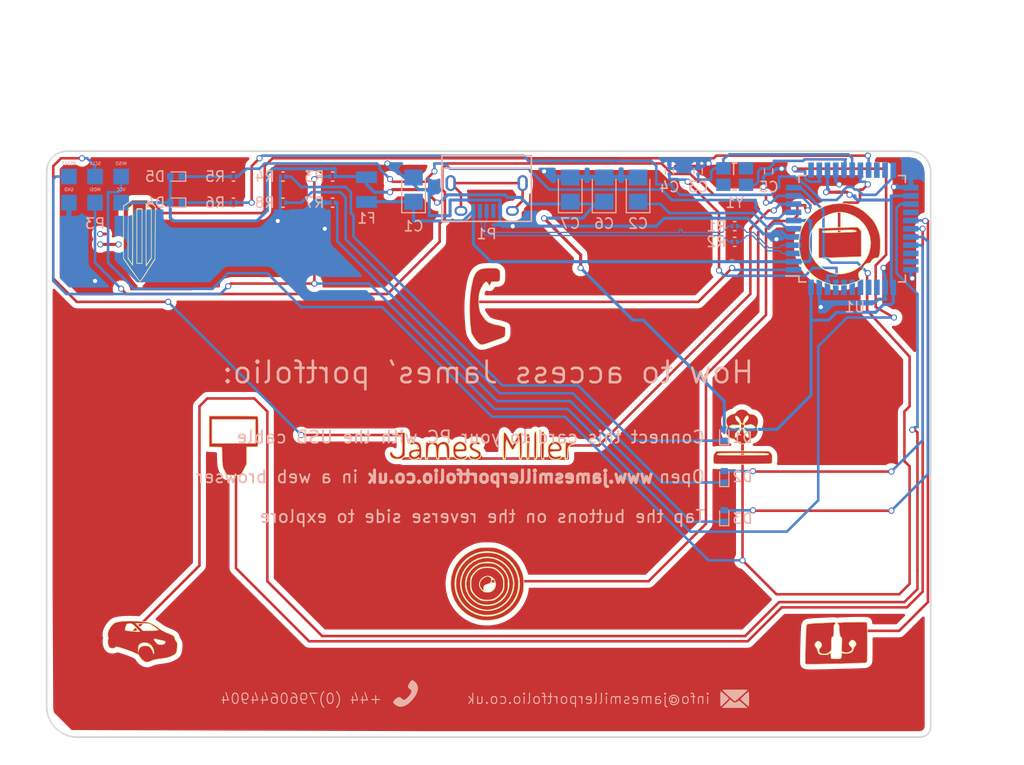
<source format=kicad_pcb>
(kicad_pcb (version 4) (host pcbnew 4.0.4-stable)
  (layers (0 F.Cu signal) (31 B.Cu signal) (34 B.Paste user) (35 F.Paste user) (36 B.SilkS user) (37 F.SilkS user) (38 B.Mask user) (39 F.Mask user) (44 Edge.Cuts user))
  (net 0 "")
  (net 1 USBVCC)
  (net 2 GND)
  (net 3 "Net-(C4-Pad1)")
  (net 4 VCC)
  (net 5 "Net-(D2-Pad1)")
  (net 6 "Net-(D3-Pad1)")
  (net 7 "Net-(P1-Pad4)")
  (net 8 "Net-(P1-Pad6)")
  (net 9 D+)
  (net 10 D-)
  (net 11 "Net-(R5-Pad1)")
  (net 12 "Net-(R6-Pad2)")
  (net 13 "Net-(U1-Pad12)")
  (net 14 "Net-(U1-Pad20)")
  (net 15 "Net-(U1-Pad21)")
  (net 16 "Net-(U1-Pad26)")
  (net 17 "Net-(U1-Pad31)")
  (net 18 "Net-(U1-Pad32)")
  (net 19 "Net-(U1-Pad37)")
  (net 20 "Net-(U1-Pad38)")
  (net 21 "Net-(U1-Pad39)")
  (net 22 "Net-(U1-Pad40)")
  (net 23 "Net-(U1-Pad41)")
  (net 24 "Net-(C2-Pad1)")
  (net 25 portfolio5Btn)
  (net 26 portfolio2Btn)
  (net 27 portfolio1Btn)
  (net 28 portfolio3Btn)
  (net 29 portfolio4Btn)
  (net 30 portfolio6Btn)
  (net 31 nodeLED)
  (net 32 interactLED)
  (net 33 "Net-(U1-Pad36)")
  (net 34 "Net-(D1-Pad1)")
  (net 35 "Net-(D4-Pad1)")
  (net 36 "Net-(D5-Pad1)")
  (net 37 SCLK)
  (net 38 MISO)
  (net 39 MOSI)
  (net 40 RESET)
  (net 41 "Net-(C5-Pad1)")
  (net 42 "Net-(C3-Pad1)")
  (net 43 /Data-)
  (net 44 /Data+)
  (module assets:beerSS (layer F.Cu) (at 162.052 86.36)
    (fp_text reference G*** hide)
    (fp_text value LOGO hide)
  )
  (module Housings_QFP:TQFP-44_10x10mm_Pitch0.8mm (layer B.Cu) (at 197.612 78.74)
    (fp_text reference U1 (at 0.254 7.62) (layer B.SilkS) (effects (justify mirror)))
    (fp_text value ATMEGA32U4-A hide)
    (pad 1 smd rect (at -5.7 4) (size 1.5 0.55) (layers B.Cu B.Paste B.Mask) (net 25 portfolio5Btn))
    (pad 2 smd rect (at -5.7 3.2) (size 1.5 0.55) (layers B.Cu B.Paste B.Mask) (net 1 USBVCC))
    (pad 3 smd rect (at -5.7 2.4) (size 1.5 0.55) (layers B.Cu B.Paste B.Mask) (net 10 D-))
    (pad 4 smd rect (at -5.7 1.6) (size 1.5 0.55) (layers B.Cu B.Paste B.Mask) (net 9 D+))
    (pad 5 smd rect (at -5.7 0.8) (size 1.5 0.55) (layers B.Cu B.Paste B.Mask) (net 2 GND))
    (pad 6 smd rect (at -5.7 0) (size 1.5 0.55) (layers B.Cu B.Paste B.Mask) (net 24 "Net-(C2-Pad1)"))
    (pad 7 smd rect (at -5.7 -0.8) (size 1.5 0.55) (layers B.Cu B.Paste B.Mask) (net 1 USBVCC))
    (pad 8 smd rect (at -5.7 -1.6) (size 1.5 0.55) (layers B.Cu B.Paste B.Mask) (net 11 "Net-(R5-Pad1)"))
    (pad 9 smd rect (at -5.7 -2.4) (size 1.5 0.55) (layers B.Cu B.Paste B.Mask) (net 37 SCLK))
    (pad 10 smd rect (at -5.7 -3.2) (size 1.5 0.55) (layers B.Cu B.Paste B.Mask) (net 39 MOSI))
    (pad 11 smd rect (at -5.7 -4) (size 1.5 0.55) (layers B.Cu B.Paste B.Mask) (net 38 MISO))
    (pad 12 smd rect (at -4 -5.7 270) (size 1.5 0.55) (layers B.Cu B.Paste B.Mask) (net 13 "Net-(U1-Pad12)"))
    (pad 13 smd rect (at -3.2 -5.7 270) (size 1.5 0.55) (layers B.Cu B.Paste B.Mask) (net 40 RESET))
    (pad 14 smd rect (at -2.4 -5.7 270) (size 1.5 0.55) (layers B.Cu B.Paste B.Mask) (net 4 VCC))
    (pad 15 smd rect (at -1.6 -5.7 270) (size 1.5 0.55) (layers B.Cu B.Paste B.Mask) (net 2 GND))
    (pad 16 smd rect (at -0.8 -5.7 270) (size 1.5 0.55) (layers B.Cu B.Paste B.Mask) (net 41 "Net-(C5-Pad1)"))
    (pad 17 smd rect (at 0 -5.7 270) (size 1.5 0.55) (layers B.Cu B.Paste B.Mask) (net 42 "Net-(C3-Pad1)"))
    (pad 18 smd rect (at 0.8 -5.7 270) (size 1.5 0.55) (layers B.Cu B.Paste B.Mask) (net 26 portfolio2Btn))
    (pad 19 smd rect (at 1.6 -5.7 270) (size 1.5 0.55) (layers B.Cu B.Paste B.Mask) (net 27 portfolio1Btn))
    (pad 20 smd rect (at 2.4 -5.7 270) (size 1.5 0.55) (layers B.Cu B.Paste B.Mask) (net 14 "Net-(U1-Pad20)"))
    (pad 21 smd rect (at 3.2 -5.7 270) (size 1.5 0.55) (layers B.Cu B.Paste B.Mask) (net 15 "Net-(U1-Pad21)"))
    (pad 22 smd rect (at 4 -5.7 270) (size 1.5 0.55) (layers B.Cu B.Paste B.Mask) (net 12 "Net-(R6-Pad2)"))
    (pad 23 smd rect (at 5.7 -4) (size 1.5 0.55) (layers B.Cu B.Paste B.Mask) (net 2 GND))
    (pad 24 smd rect (at 5.7 -3.2) (size 1.5 0.55) (layers B.Cu B.Paste B.Mask) (net 4 VCC))
    (pad 25 smd rect (at 5.7 -2.4) (size 1.5 0.55) (layers B.Cu B.Paste B.Mask) (net 28 portfolio3Btn))
    (pad 26 smd rect (at 5.7 -1.6) (size 1.5 0.55) (layers B.Cu B.Paste B.Mask) (net 16 "Net-(U1-Pad26)"))
    (pad 27 smd rect (at 5.7 -0.8) (size 1.5 0.55) (layers B.Cu B.Paste B.Mask) (net 29 portfolio4Btn))
    (pad 28 smd rect (at 5.7 0) (size 1.5 0.55) (layers B.Cu B.Paste B.Mask) (net 30 portfolio6Btn))
    (pad 29 smd rect (at 5.7 0.8) (size 1.5 0.55) (layers B.Cu B.Paste B.Mask) (net 31 nodeLED))
    (pad 30 smd rect (at 5.7 1.6) (size 1.5 0.55) (layers B.Cu B.Paste B.Mask) (net 32 interactLED))
    (pad 31 smd rect (at 5.7 2.4) (size 1.5 0.55) (layers B.Cu B.Paste B.Mask) (net 17 "Net-(U1-Pad31)"))
    (pad 32 smd rect (at 5.7 3.2) (size 1.5 0.55) (layers B.Cu B.Paste B.Mask) (net 18 "Net-(U1-Pad32)"))
    (pad 33 smd rect (at 5.7 4) (size 1.5 0.55) (layers B.Cu B.Paste B.Mask) (net 2 GND))
    (pad 34 smd rect (at 4 5.7 270) (size 1.5 0.55) (layers B.Cu B.Paste B.Mask) (net 4 VCC))
    (pad 35 smd rect (at 3.2 5.7 270) (size 1.5 0.55) (layers B.Cu B.Paste B.Mask) (net 2 GND))
    (pad 36 smd rect (at 2.4 5.7 270) (size 1.5 0.55) (layers B.Cu B.Paste B.Mask) (net 33 "Net-(U1-Pad36)"))
    (pad 37 smd rect (at 1.6 5.7 270) (size 1.5 0.55) (layers B.Cu B.Paste B.Mask) (net 19 "Net-(U1-Pad37)"))
    (pad 38 smd rect (at 0.8 5.7 270) (size 1.5 0.55) (layers B.Cu B.Paste B.Mask) (net 20 "Net-(U1-Pad38)"))
    (pad 39 smd rect (at 0 5.7 270) (size 1.5 0.55) (layers B.Cu B.Paste B.Mask) (net 21 "Net-(U1-Pad39)"))
    (pad 40 smd rect (at -0.8 5.7 270) (size 1.5 0.55) (layers B.Cu B.Paste B.Mask) (net 22 "Net-(U1-Pad40)"))
    (pad 41 smd rect (at -1.6 5.7 270) (size 1.5 0.55) (layers B.Cu B.Paste B.Mask) (net 23 "Net-(U1-Pad41)"))
    (pad 42 smd rect (at -2.4 5.7 270) (size 1.5 0.55) (layers B.Cu B.Paste B.Mask) (net 3 "Net-(C4-Pad1)"))
    (pad 43 smd rect (at -3.2 5.7 270) (size 1.5 0.55) (layers B.Cu B.Paste B.Mask) (net 2 GND))
    (pad 44 smd rect (at -4 5.7 270) (size 1.5 0.55) (layers B.Cu B.Paste B.Mask) (net 4 VCC))
  )
  (module Connect:USB_Micro-B (layer B.Cu) (at 162.052 75.438)
    (fp_text reference P1 (at 0 3.81 180) (layer B.SilkS) (effects (justify mirror)))
    (fp_text value "USB Micro B" hide)
    (pad 1 smd rect (at -1.3009 1.56254 270) (size 1.35 0.4) (layers B.Cu B.Paste B.Mask) (net 1 USBVCC))
    (pad 2 smd rect (at -0.6509 1.56254 270) (size 1.35 0.4) (layers B.Cu B.Paste B.Mask) (net 43 /Data-))
    (pad 3 smd rect (at -0.0009 1.56254 270) (size 1.35 0.4) (layers B.Cu B.Paste B.Mask) (net 44 /Data+))
    (pad 4 smd rect (at 0.6491 1.56254 270) (size 1.35 0.4) (layers B.Cu B.Paste B.Mask) (net 7 "Net-(P1-Pad4)"))
    (pad 5 smd rect (at 1.2991 1.56254 270) (size 1.35 0.4) (layers B.Cu B.Paste B.Mask) (net 2 GND))
    (pad 6 thru_hole oval (at -2.5009 1.56254 270) (size 0.95 1.25) (drill oval 0.55 0.85) (layers *.Cu *.Mask) (net 8 "Net-(P1-Pad6)"))
    (pad 6 thru_hole oval (at 2.4991 1.56254 270) (size 0.95 1.25) (drill oval 0.55 0.85) (layers *.Cu *.Mask) (net 8 "Net-(P1-Pad6)"))
    (pad 6 thru_hole oval (at -3.5009 -1.13746 270) (size 1.55 1) (drill oval 1.15 0.5) (layers *.Cu *.Mask) (net 8 "Net-(P1-Pad6)"))
    (pad 6 thru_hole oval (at 3.4991 -1.13746 270) (size 1.55 1) (drill oval 1.15 0.5) (layers *.Cu *.Mask) (net 8 "Net-(P1-Pad6)"))
  )
  (module assets:mail (layer B.Cu) (at 186.182 124.46 180)
    (fp_text reference G*** hide)
    (fp_text value LOGO hide)
  )
  (module assets:phone (layer B.Cu) (at 154.178 123.952 180)
    (fp_text reference G*** hide)
    (fp_text value LOGO hide)
  )
  (module assets:Programming_port (layer B.Cu) (at 126.492 73.66 180)
    (fp_text reference P3 (at 2.54 -4.572 180) (layer B.SilkS) (effects (justify mirror)))
    (fp_text value CONN_02X03 hide)
    (pad 1 smd trapezoid (at 0 0 180) (size 1.524 1.524) (layers B.Cu B.Paste B.Mask) (net 38 MISO))
    (pad 3 smd trapezoid (at 2.54 0 180) (size 1.524 1.524) (layers B.Cu B.Paste B.Mask) (net 37 SCLK))
    (pad 5 smd trapezoid (at 5.08 0 180) (size 1.524 1.524) (layers B.Cu B.Paste B.Mask) (net 40 RESET))
    (pad 6 smd trapezoid (at 5.08 -2.54 180) (size 1.524 1.524) (layers B.Cu B.Paste B.Mask) (net 2 GND))
    (pad 4 smd trapezoid (at 2.54 -2.54 180) (size 1.524 1.524) (layers B.Cu B.Paste B.Mask) (net 39 MOSI))
    (pad 2 smd trapezoid (at 0 -2.54 180) (size 1.524 1.524) (layers B.Cu B.Paste B.Mask) (net 4 VCC))
  )
  (module LEDs:LED_0402 (layer B.Cu) (at 185.166 98.806 90)
    (fp_text reference D1 (at -0.254 1.778 180) (layer B.SilkS) (effects (justify mirror)))
    (fp_text value "Power LED (green)" hide)
    (pad 2 smd rect (at 0.55 0 270) (size 0.6 0.7) (layers B.Cu B.Paste B.Mask) (net 4 VCC))
    (pad 1 smd rect (at -0.55 0 270) (size 0.6 0.7) (layers B.Cu B.Paste B.Mask) (net 34 "Net-(D1-Pad1)"))
  )
  (module LEDs:LED_0402 (layer B.Cu) (at 185.166 102.87 90)
    (fp_text reference D2 (at 0 1.778 180) (layer B.SilkS) (effects (justify mirror)))
    (fp_text value "Interaction LED (green)" hide)
    (pad 2 smd rect (at 0.55 0 270) (size 0.6 0.7) (layers B.Cu B.Paste B.Mask) (net 32 interactLED))
    (pad 1 smd rect (at -0.55 0 270) (size 0.6 0.7) (layers B.Cu B.Paste B.Mask) (net 5 "Net-(D2-Pad1)"))
  )
  (module LEDs:LED_0402 (layer B.Cu) (at 185.166 106.68 90)
    (fp_text reference D3 (at -0.254 1.778 180) (layer B.SilkS) (effects (justify mirror)))
    (fp_text value "Node LED (green)" hide)
    (pad 2 smd rect (at 0.55 0 270) (size 0.6 0.7) (layers B.Cu B.Paste B.Mask) (net 31 nodeLED))
    (pad 1 smd rect (at -0.55 0 270) (size 0.6 0.7) (layers B.Cu B.Paste B.Mask) (net 6 "Net-(D3-Pad1)"))
  )
  (module Fuse_Holders_and_Fuses:Fuse_SMD1206_Reflow (layer B.Cu) (at 150.368 74.93 90)
    (fp_text reference F1 (at -2.794 0 180) (layer B.SilkS) (effects (justify mirror)))
    (fp_text value "PPTC Fuse 500mA" hide)
    (pad 1 smd rect (at -1.20396 0) (size 2.02946 1.14046) (layers B.Cu B.Paste B.Mask) (net 1 USBVCC))
    (pad 2 smd rect (at 1.20396 0) (size 2.02946 1.14046) (layers B.Cu B.Paste B.Mask) (net 4 VCC))
  )
  (module assets:crystal_FA238-TSX3225 (layer B.Cu) (at 186.182 73.66)
    (fp_text reference Y1 (at 0 2.54) (layer B.SilkS) (effects (justify mirror)))
    (fp_text value "16 FA-238 Mhz" hide)
    (pad 1 smd rect (at -1.1 -0.8) (size 1.4 1.2) (layers B.Cu B.Paste B.Mask) (net 42 "Net-(C3-Pad1)"))
    (pad 3 smd rect (at 1.1 -0.8) (size 1.4 1.2) (layers B.Cu B.Paste B.Mask))
    (pad 3 smd rect (at -1.1 0.8) (size 1.4 1.2) (layers B.Cu B.Paste B.Mask))
    (pad 2 smd rect (at 1.1 0.8) (size 1.4 1.2) (layers B.Cu B.Paste B.Mask) (net 41 "Net-(C5-Pad1)"))
  )
  (module assets:moodTreeGifSS (layer F.Cu) (at 128.27 79.756)
    (fp_text reference G*** hide)
    (fp_text value LOGO hide)
  )
  (module assets:mindDriveSS (layer F.Cu) (at 128.524 118.872)
    (fp_text reference G*** hide)
    (fp_text value LOGO hide)
  )
  (module assets:makerGifSS (layer F.Cu) (at 162.052 113.284)
    (fp_text reference G*** hide)
    (fp_text value LOGO hide)
  )
  (module assets:hackyXmasSS (layer F.Cu) (at 196.088 119.126)
    (fp_text reference G*** hide)
    (fp_text value LOGO hide)
  )
  (module assets:tassimoSS (layer F.Cu) (at 186.944 99.314)
    (fp_text reference G*** hide)
    (fp_text value LOGO hide)
  )
  (module assets:krispyKremeSS (layer F.Cu) (at 196.342 80.264)
    (fp_text reference G*** hide)
    (fp_text value LOGO hide)
  )
  (module assets:WIYWISS (layer F.Cu) (at 137.414 99.822)
    (fp_text reference G*** hide)
    (fp_text value LOGO hide)
  )
  (module assets:JMLogoSS (layer F.Cu) (at 161.798 99.822)
    (fp_text reference G*** hide)
    (fp_text value LOGO hide)
  )
  (module assets:WIYWI-F.Mask (layer F.Cu) (at 137.414 99.822)
    (fp_text reference G*** hide)
    (fp_text value LOGO hide)
  )
  (module assets:makerGif-F.Mask (layer F.Cu) (at 162.052 113.284)
    (fp_text reference G*** hide)
    (fp_text value LOGO hide)
  )
  (module assets:krispyKreme-F.Mask (layer F.Cu) (at 196.342 80.264)
    (fp_text reference G*** hide)
    (fp_text value LOGO hide)
  )
  (module assets:tassimoGif-F.Mask (layer F.Cu) (at 186.944 99.314)
    (fp_text reference G*** hide)
    (fp_text value LOGO hide)
  )
  (module assets:hackyXmas-F.Mask (layer F.Cu) (at 196.088 119.126)
    (fp_text reference G*** hide)
    (fp_text value LOGO hide)
  )
  (module assets:WIYWI-F.Cu (layer F.Cu) (at 137.414 99.822)
    (fp_text reference G*** hide)
    (fp_text value LOGO hide)
    (fp_poly (pts (xy 0.460478 -2.856457) (xy 0.951766 -2.85349) (xy 1.390143 -2.848842) (xy 1.760577 -2.842756) (xy 2.048039 -2.835476) (xy 2.2375 -2.827245) (xy 2.312556 -2.818957) (xy 2.346229 -2.792105) (xy 2.371565 -2.730383) (xy 2.389701 -2.618037) (xy 2.401774 -2.439317) (xy 2.40892 -2.178468) (xy 2.412277 -1.81974) (xy 2.413 -1.42715) (xy 2.41125 -1.020325) (xy 2.406361 -0.652892) (xy 2.398869 -0.345133) (xy 2.389313 -0.11733) (xy 2.37823 0.010236) (xy 2.374456 0.026556) (xy 2.329777 0.077689) (xy 2.227654 0.108618) (xy 2.04383 0.123607) (xy 1.802956 0.127) (xy 1.27 0.127) (xy 1.27 1.809448) (xy 1.003156 2.328341) (xy 0.736313 2.847235) (xy 0.415781 2.868242) (xy 0.156748 2.876928) (xy -0.13736 2.875156) (xy -0.270572 2.870185) (xy -0.636393 2.85112) (xy -0.842072 2.457435) (xy -0.921721 2.299895) (xy -0.978519 2.163878) (xy -1.017276 2.022108) (xy -1.042804 1.847309) (xy -1.059913 1.612205) (xy -1.073413 1.289518) (xy -1.0795 1.11125) (xy -1.11125 0.15875) (xy -1.730375 0.140575) (xy -2.3495 0.122401) (xy -2.3495 -2.54) (xy -2.0955 -2.54) (xy -2.0955 -0.1905) (xy 2.159 -0.1905) (xy 2.159 -2.54) (xy -2.0955 -2.54) (xy -2.3495 -2.54) (xy -2.3495 -2.8575) (xy -0.068694 -2.8575) (xy 0.460478 -2.856457)) (layer F.Cu) (width 0.01))
  )
  (module assets:makerGif-F.Cu (layer F.Cu) (at 162.052 113.284)
    (fp_text reference G*** hide)
    (fp_text value LOGO hide)
    (fp_poly (pts (xy 0.37178 -3.520699) (xy 0.606978 -3.509363) (xy 0.794711 -3.485153) (xy 0.967653 -3.443716) (xy 1.158478 -3.380702) (xy 1.175998 -3.374417) (xy 1.701422 -3.146765) (xy 2.154407 -2.862153) (xy 2.562511 -2.506066) (xy 2.924305 -2.090309) (xy 3.207708 -1.636335) (xy 3.430862 -1.119553) (xy 3.495847 -0.9258) (xy 3.538896 -0.75262) (xy 3.56436 -0.567339) (xy 3.576592 -0.337284) (xy 3.579941 -0.029781) (xy 3.579955 0) (xy 3.577144 0.315336) (xy 3.565808 0.550534) (xy 3.541598 0.738267) (xy 3.500161 0.911209) (xy 3.437147 1.102034) (xy 3.430862 1.119553) (xy 3.203209 1.644977) (xy 2.918598 2.097963) (xy 2.562511 2.506066) (xy 2.081768 2.915653) (xy 1.561798 3.220097) (xy 0.99714 3.421771) (xy 0.382337 3.523049) (xy 0.197751 3.533839) (xy -0.191922 3.534064) (xy -0.533319 3.506927) (xy -0.707707 3.476588) (xy -1.302959 3.285362) (xy -1.842961 3.0023) (xy -2.319939 2.637712) (xy -2.72612 2.20191) (xy -3.053729 1.705202) (xy -3.294992 1.1579) (xy -3.442135 0.570313) (xy -3.483923 0) (xy -3.124809 0) (xy -3.071039 0.583496) (xy -2.915877 1.133975) (xy -2.668544 1.640972) (xy -2.338264 2.094018) (xy -1.934256 2.482649) (xy -1.465743 2.796398) (xy -0.941947 3.024797) (xy -0.372089 3.157381) (xy -0.339094 3.161749) (xy 0.179491 3.179867) (xy 0.715348 3.111415) (xy 0.903111 3.066239) (xy 1.450167 2.860665) (xy 1.940439 2.564385) (xy 2.365222 2.188834) (xy 2.71581 1.745447) (xy 2.983497 1.245658) (xy 3.159578 0.7009) (xy 3.235346 0.122609) (xy 3.237698 0) (xy 3.1845 -0.586206) (xy 3.031118 -1.135672) (xy 2.78687 -1.639098) (xy 2.461077 -2.087187) (xy 2.063055 -2.470639) (xy 1.602125 -2.780157) (xy 1.087604 -3.006442) (xy 0.528812 -3.140196) (xy 0.056445 -3.174328) (xy -0.531041 -3.121246) (xy -1.081705 -2.968197) (xy -1.58623 -2.724482) (xy -2.035296 -2.399397) (xy -2.419585 -2.002242) (xy -2.729778 -1.542315) (xy -2.956557 -1.028915) (xy -3.090602 -0.471339) (xy -3.124809 0) (xy -3.483923 0) (xy -3.487385 -0.047248) (xy -3.482 -0.202737) (xy -3.393501 -0.831599) (xy -3.201294 -1.415927) (xy -2.905838 -1.954697) (xy -2.507592 -2.446884) (xy -2.449622 -2.506066) (xy -2.033864 -2.86786) (xy -1.579891 -3.151263) (xy -1.063109 -3.374417) (xy -0.869355 -3.439402) (xy -0.696175 -3.482451) (xy -0.510894 -3.507916) (xy -0.280839 -3.520147) (xy 0.026663 -3.523496) (xy 0.056445 -3.52351) (xy 0.37178 -3.520699)) (layer F.Cu) (width 0.01))
    (fp_poly (pts (xy 0.535409 -2.987288) (xy 0.948229 -2.906065) (xy 1.331774 -2.758172) (xy 1.680731 -2.560666) (xy 2.124715 -2.213177) (xy 2.495179 -1.792911) (xy 2.783887 -1.315854) (xy 2.982603 -0.797993) (xy 3.083092 -0.255313) (xy 3.088224 0.171317) (xy 2.998296 0.73897) (xy 2.812551 1.262435) (xy 2.541569 1.733696) (xy 2.19593 2.144737) (xy 1.786217 2.487542) (xy 1.323009 2.754095) (xy 0.816887 2.93638) (xy 0.278432 3.026382) (xy -0.281776 3.016085) (xy -0.598209 2.964139) (xy -1.114173 2.797137) (xy -1.602402 2.533975) (xy -2.038046 2.191013) (xy -2.396252 1.784611) (xy -2.401858 1.776786) (xy -2.692509 1.279622) (xy -2.879783 0.759254) (xy -2.967558 0.227696) (xy -2.965805 0.109112) (xy -2.583181 0.109112) (xy -2.511628 0.613761) (xy -2.344751 1.091256) (xy -2.091332 1.528126) (xy -1.760154 1.910903) (xy -1.359998 2.226116) (xy -0.899647 2.460295) (xy -0.620889 2.550483) (xy -0.15306 2.635153) (xy 0.29616 2.631376) (xy 0.672444 2.565892) (xy 1.172581 2.392158) (xy 1.620098 2.125114) (xy 2.004415 1.776222) (xy 2.314953 1.35694) (xy 2.54113 0.87873) (xy 2.663516 0.409222) (xy 2.69701 -0.107378) (xy 2.62833 -0.603475) (xy 2.467727 -1.06882) (xy 2.22545 -1.493164) (xy 1.911748 -1.866256) (xy 1.536872 -2.177848) (xy 1.111069 -2.41769) (xy 0.64459 -2.575532) (xy 0.147684 -2.641126) (xy -0.352778 -2.607072) (xy -0.878618 -2.464117) (xy -1.352645 -2.226403) (xy -1.764694 -1.904095) (xy -2.104597 -1.507359) (xy -2.36219 -1.046362) (xy -2.527304 -0.531269) (xy -2.550627 -0.409222) (xy -2.583181 0.109112) (xy -2.965805 0.109112) (xy -2.959712 -0.30304) (xy -2.860123 -0.820941) (xy -2.67267 -1.313993) (xy -2.401229 -1.770183) (xy -2.04968 -2.177499) (xy -1.6219 -2.523927) (xy -1.121767 -2.797453) (xy -0.896708 -2.885735) (xy -0.682592 -2.950305) (xy -0.465196 -2.989398) (xy -0.205468 -3.00819) (xy 0.056445 -3.012085) (xy 0.535409 -2.987288)) (layer F.Cu) (width 0.01))
    (fp_poly (pts (xy 0.64681 -2.448242) (xy 1.094662 -2.2875) (xy 1.502996 -2.046255) (xy 1.861088 -1.735225) (xy 2.158214 -1.365124) (xy 2.38365 -0.946669) (xy 2.526672 -0.490575) (xy 2.576557 -0.007559) (xy 2.543911 0.381) (xy 2.403915 0.893151) (xy 2.17059 1.35443) (xy 1.854367 1.753813) (xy 1.465673 2.080273) (xy 1.014939 2.322786) (xy 0.580271 2.456942) (xy 0.291401 2.510534) (xy 0.058222 2.529679) (xy -0.171121 2.514254) (xy -0.44848 2.464137) (xy -0.493824 2.454404) (xy -0.972308 2.295854) (xy -1.400854 2.04683) (xy -1.769961 1.721239) (xy -2.070128 1.332987) (xy -2.291855 0.895978) (xy -2.425641 0.424119) (xy -2.457957 -0.014069) (xy -2.107578 -0.014069) (xy -2.066018 0.424937) (xy -1.938743 0.836656) (xy -1.734795 1.210849) (xy -1.463214 1.537278) (xy -1.133041 1.805704) (xy -0.753316 2.005889) (xy -0.333081 2.127595) (xy 0.118623 2.160583) (xy 0.592757 2.094614) (xy 0.739705 2.053468) (xy 1.160096 1.86469) (xy 1.534454 1.583465) (xy 1.741076 1.358946) (xy 1.998482 0.949974) (xy 2.155097 0.515103) (xy 2.21521 0.06878) (xy 2.18311 -0.37455) (xy 2.063086 -0.800437) (xy 1.859426 -1.194437) (xy 1.57642 -1.542101) (xy 1.218356 -1.828983) (xy 0.789523 -2.040636) (xy 0.725182 -2.063077) (xy 0.393005 -2.131154) (xy 0.008722 -2.143758) (xy -0.383078 -2.103676) (xy -0.737807 -2.013692) (xy -0.859976 -1.96405) (xy -1.187366 -1.764944) (xy -1.496602 -1.492958) (xy -1.754194 -1.181376) (xy -1.897392 -0.932988) (xy -2.054383 -0.470123) (xy -2.107578 -0.014069) (xy -2.457957 -0.014069) (xy -2.461986 -0.068685) (xy -2.431022 -0.381) (xy -2.289895 -0.896472) (xy -2.054405 -1.358543) (xy -1.734288 -1.757487) (xy -1.339281 -2.083578) (xy -0.879118 -2.327089) (xy -0.363535 -2.478296) (xy -0.324555 -2.485358) (xy 0.170163 -2.517767) (xy 0.64681 -2.448242)) (layer F.Cu) (width 0.01))
    (fp_poly (pts (xy 0.330092 -1.999312) (xy 0.529483 -1.981412) (xy 0.693052 -1.943325) (xy 0.859232 -1.878298) (xy 0.914203 -1.853061) (xy 1.280263 -1.625746) (xy 1.60521 -1.317375) (xy 1.857625 -0.959365) (xy 1.909505 -0.857758) (xy 1.983742 -0.683494) (xy 2.029052 -0.523147) (xy 2.052189 -0.338283) (xy 2.059905 -0.090466) (xy 2.060222 0) (xy 2.055757 0.273648) (xy 2.037857 0.473039) (xy 1.99977 0.636607) (xy 1.934743 0.802788) (xy 1.909505 0.857758) (xy 1.682806 1.223062) (xy 1.375587 1.547131) (xy 1.01912 1.798723) (xy 0.914203 1.852177) (xy 0.540961 1.975513) (xy 0.128375 2.027614) (xy -0.283595 2.007283) (xy -0.654987 1.913321) (xy -0.687403 1.900229) (xy -1.125119 1.661827) (xy -1.476575 1.353858) (xy -1.737218 0.983455) (xy -1.902494 0.557753) (xy -1.96785 0.083885) (xy -1.966918 0) (xy -1.608666 0) (xy -1.598751 0.324555) (xy -1.560267 0.572031) (xy -1.480104 0.777176) (xy -1.345153 0.974735) (xy -1.165084 1.17575) (xy -0.881124 1.427854) (xy -0.582783 1.59528) (xy -0.451921 1.643862) (xy -0.273179 1.674029) (xy -0.02667 1.680347) (xy 0.247522 1.665652) (xy 0.50931 1.63278) (xy 0.718608 1.584564) (xy 0.790222 1.556011) (xy 1.021505 1.40311) (xy 1.262997 1.187443) (xy 1.475324 0.947661) (xy 1.599058 0.762) (xy 1.659983 0.628546) (xy 1.697199 0.481911) (xy 1.715925 0.289585) (xy 1.721381 0.019059) (xy 1.7214 0) (xy 1.711588 -0.324466) (xy 1.673198 -0.571871) (xy 1.593119 -0.776974) (xy 1.458243 -0.974538) (xy 1.277973 -1.17588) (xy 1.050372 -1.391891) (xy 0.836138 -1.535366) (xy 0.60195 -1.619641) (xy 0.314488 -1.658053) (xy 0.056445 -1.664799) (xy -0.289859 -1.651104) (xy -0.55895 -1.601126) (xy -0.78415 -1.501531) (xy -0.998778 -1.338981) (xy -1.165084 -1.17588) (xy -1.360852 -0.955169) (xy -1.489974 -0.75835) (xy -1.565564 -0.550662) (xy -1.600734 -0.297343) (xy -1.608666 0) (xy -1.966918 0) (xy -1.965778 -0.102593) (xy -1.889269 -0.576925) (xy -1.713601 -1.006621) (xy -1.446669 -1.379811) (xy -1.09637 -1.684626) (xy -0.801313 -1.853061) (xy -0.62705 -1.927297) (xy -0.466703 -1.972607) (xy -0.281838 -1.995744) (xy -0.034022 -2.00346) (xy 0.056445 -2.003778) (xy 0.330092 -1.999312)) (layer F.Cu) (width 0.01))
    (fp_poly (pts (xy 0.406292 -1.531658) (xy 0.682847 -1.464752) (xy 0.92053 -1.336234) (xy 1.153767 -1.132191) (xy 1.193225 -1.091338) (xy 1.388385 -0.864036) (xy 1.512706 -0.652916) (xy 1.580497 -0.420302) (xy 1.606066 -0.128518) (xy 1.607691 0) (xy 1.593959 0.322736) (xy 1.543222 0.572563) (xy 1.441174 0.787157) (xy 1.273505 1.004194) (xy 1.193225 1.091339) (xy 0.917156 1.331222) (xy 0.618731 1.479666) (xy 0.265772 1.550994) (xy 0.141111 1.559648) (xy -0.080628 1.56219) (xy -0.275248 1.551481) (xy -0.395476 1.53106) (xy -0.751516 1.365469) (xy -1.062186 1.11009) (xy -1.080336 1.091208) (xy -1.275489 0.86402) (xy -1.399812 0.652928) (xy -1.467609 0.42028) (xy -1.493179 0.128423) (xy -1.494085 0.056687) (xy -0.733778 0.056687) (xy -0.714168 0.253235) (xy -0.640027 0.416552) (xy -0.556375 0.528166) (xy -0.426932 0.666085) (xy -0.303688 0.767233) (xy -0.260042 0.791448) (xy -0.029978 0.838694) (xy 0.234017 0.826814) (xy 0.472115 0.759557) (xy 0.50452 0.743528) (xy 0.712 0.574397) (xy 0.842602 0.34766) (xy 0.895651 0.088997) (xy 0.870476 -0.175912) (xy 0.766402 -0.421387) (xy 0.582757 -0.621749) (xy 0.541068 -0.651127) (xy 0.280914 -0.761796) (xy 0.01289 -0.7748) (xy -0.242233 -0.701672) (xy -0.463688 -0.553941) (xy -0.630704 -0.343139) (xy -0.722514 -0.080798) (xy -0.733778 0.056687) (xy -1.494085 0.056687) (xy -1.494802 0) (xy -1.481069 -0.322736) (xy -1.430333 -0.572563) (xy -1.328284 -0.787157) (xy -1.160615 -1.004193) (xy -1.080336 -1.091338) (xy -0.844598 -1.308844) (xy -0.609956 -1.448583) (xy -0.341986 -1.52447) (xy -0.006265 -1.55042) (xy 0.056445 -1.550868) (xy 0.406292 -1.531658)) (layer F.Cu) (width 0.01))
    (fp_poly (pts (xy 0.212265 -0.706758) (xy 0.361272 -0.61349) (xy 0.443595 -0.452) (xy 0.451556 -0.374336) (xy 0.410864 -0.185159) (xy 0.283246 -0.05632) (xy 0.060385 0.02026) (xy 0.041906 0.023711) (xy -0.16526 0.106306) (xy -0.292528 0.255205) (xy -0.326624 0.45256) (xy -0.318779 0.50866) (xy -0.302799 0.626167) (xy -0.310753 0.677264) (xy -0.311501 0.677334) (xy -0.356673 0.635688) (xy -0.44407 0.528826) (xy -0.512604 0.437445) (xy -0.619406 0.272181) (xy -0.662996 0.137535) (xy -0.659039 -0.016635) (xy -0.65771 -0.027008) (xy -0.625395 -0.173582) (xy -0.581223 -0.262523) (xy -0.568085 -0.271601) (xy -0.510101 -0.337501) (xy -0.507301 -0.357481) (xy -0.460256 -0.431322) (xy -0.342665 -0.526649) (xy -0.18807 -0.621254) (xy -0.030016 -0.692928) (xy 0.024693 -0.709713) (xy 0.212265 -0.706758)) (layer F.Cu) (width 0.01))
  )
  (module assets:hackyXmas-F.Cu (layer F.Cu) (at 196.088 119.126)
    (fp_text reference G*** hide)
    (fp_text value LOGO hide)
    (fp_poly (pts (xy 2.539553 -2.111264) (xy 2.765132 -2.108083) (xy 2.905637 -2.101851) (xy 2.94587 -2.095088) (xy 2.956662 -2.031174) (xy 2.966252 -1.870555) (xy 2.974567 -1.629409) (xy 2.981534 -1.323912) (xy 2.987079 -0.970243) (xy 2.991128 -0.58458) (xy 2.993608 -0.1831) (xy 2.994446 0.218018) (xy 2.993568 0.602598) (xy 2.9909 0.954461) (xy 2.98637 1.25743) (xy 2.979903 1.495326) (xy 2.971426 1.651973) (xy 2.963143 1.707932) (xy 2.878801 1.800211) (xy 2.801885 1.83361) (xy 2.724385 1.83985) (xy 2.547696 1.848116) (xy 2.285491 1.858047) (xy 1.951446 1.869282) (xy 1.559234 1.881459) (xy 1.12253 1.894217) (xy 0.655007 1.907194) (xy 0.170341 1.92003) (xy -0.317794 1.932362) (xy -0.795725 1.943829) (xy -1.249777 1.95407) (xy -1.666275 1.962723) (xy -2.031546 1.969428) (xy -2.331915 1.973822) (xy -2.553708 1.975544) (xy -2.568875 1.975556) (xy -2.821653 1.967205) (xy -2.970864 1.941289) (xy -3.022821 1.903313) (xy -3.027958 1.831134) (xy -3.029606 1.660094) (xy -3.027952 1.404161) (xy -3.023179 1.077303) (xy -3.015472 0.693489) (xy -3.005017 0.266685) (xy -2.997654 0.001086) (xy -2.982316 -0.509269) (xy -2.968364 -0.918233) (xy -2.954922 -1.23728) (xy -2.941109 -1.477887) (xy -2.926046 -1.651527) (xy -2.908856 -1.769677) (xy -2.888658 -1.84381) (xy -2.864574 -1.885403) (xy -2.852306 -1.896507) (xy -2.757267 -1.926361) (xy -2.565077 -1.954473) (xy -2.291473 -1.979087) (xy -1.952194 -1.998447) (xy -1.930256 -1.999397) (xy -1.58271 -2.015049) (xy -1.22552 -2.032623) (xy -0.897548 -2.050118) (xy -0.637654 -2.065533) (xy -0.606778 -2.067553) (xy -0.368055 -2.081073) (xy -0.220606 -2.081145) (xy -0.143339 -2.065227) (xy -0.115168 -2.030775) (xy -0.112889 -2.007998) (xy -0.157826 -1.909203) (xy -0.197555 -1.883078) (xy -0.240234 -1.841657) (xy -0.266432 -1.744006) (xy -0.279333 -1.570205) (xy -0.282222 -1.353244) (xy -0.286682 -1.058761) (xy -0.302445 -0.860492) (xy -0.333082 -0.742027) (xy -0.382166 -0.686953) (xy -0.429372 -0.677333) (xy -0.464652 -0.655118) (xy -0.488064 -0.577483) (xy -0.501639 -0.42795) (xy -0.507407 -0.190036) (xy -0.508 -0.039295) (xy -0.508 0.598744) (xy -0.694131 0.77915) (xy -0.819925 0.886689) (xy -0.94053 0.940563) (xy -1.104964 0.958486) (xy -1.193383 0.959556) (xy -1.408861 0.946515) (xy -1.543854 0.902329) (xy -1.599918 0.856333) (xy -1.684923 0.69032) (xy -1.667306 0.517648) (xy -1.552222 0.37238) (xy -1.435996 0.225425) (xy -1.41926 0.052484) (xy -1.502573 -0.118054) (xy -1.541749 -0.159494) (xy -1.711081 -0.265357) (xy -1.874632 -0.258531) (xy -2.022161 -0.151584) (xy -2.12774 0.016172) (xy -2.120917 0.178587) (xy -2.003778 0.338667) (xy -1.896735 0.488051) (xy -1.862666 0.623116) (xy -1.827679 0.775666) (xy -1.745681 0.923721) (xy -1.674563 1.001471) (xy -1.592962 1.046154) (xy -1.468936 1.066776) (xy -1.270541 1.072345) (xy -1.218207 1.072445) (xy -0.993102 1.067309) (xy -0.849555 1.047126) (xy -0.756506 1.004733) (xy -0.700192 0.95296) (xy -0.637837 0.88886) (xy -0.602839 0.886094) (xy -0.582678 0.961581) (xy -0.564832 1.13224) (xy -0.564444 1.136405) (xy -0.536222 1.439334) (xy -0.049464 1.455538) (xy 0.204051 1.459828) (xy 0.365659 1.442353) (xy 0.456134 1.388193) (xy 0.496253 1.282432) (xy 0.506788 1.110151) (xy 0.507229 1.055776) (xy 0.516423 0.952564) (xy 0.564884 0.917885) (xy 0.686048 0.931437) (xy 0.705932 0.935128) (xy 0.952096 0.952182) (xy 1.202226 0.922212) (xy 1.413822 0.852972) (xy 1.513626 0.787773) (xy 1.607196 0.659228) (xy 1.683075 0.486815) (xy 1.691833 0.45713) (xy 1.748985 0.30957) (xy 1.817582 0.215602) (xy 1.835057 0.205131) (xy 1.904753 0.126168) (xy 1.915647 -0.007621) (xy 1.871555 -0.157133) (xy 1.788473 -0.272383) (xy 1.619141 -0.378246) (xy 1.45559 -0.37142) (xy 1.308061 -0.264473) (xy 1.2029 -0.09772) (xy 1.209622 0.063037) (xy 1.32866 0.22254) (xy 1.354667 0.245339) (xy 1.489967 0.400032) (xy 1.5131 0.542702) (xy 1.424039 0.674323) (xy 1.340556 0.734397) (xy 1.109589 0.829984) (xy 0.86487 0.831755) (xy 0.677833 0.781939) (xy 0.492153 0.71721) (xy 0.523282 0.041565) (xy 0.535124 -0.245567) (xy 0.538025 -0.439346) (xy 0.530073 -0.55909) (xy 0.509357 -0.624114) (xy 0.473968 -0.653737) (xy 0.453848 -0.660379) (xy 0.380887 -0.736613) (xy 0.327302 -0.918352) (xy 0.294204 -1.199697) (xy 0.282713 -1.568105) (xy 0.270251 -1.768004) (xy 0.230757 -1.874422) (xy 0.197556 -1.898699) (xy 0.122615 -1.965629) (xy 0.112889 -2.002396) (xy 0.139146 -2.026152) (xy 0.224664 -2.045863) (xy 0.37956 -2.062252) (xy 0.613953 -2.076037) (xy 0.93796 -2.087938) (xy 1.3617 -2.098675) (xy 1.509889 -2.101779) (xy 1.896179 -2.108186) (xy 2.244651 -2.111323) (xy 2.539553 -2.111264)) (layer F.Cu) (width 0.01))
  )
  (module assets:tassimoGif-F.Cu (layer F.Cu) (at 186.944 99.314)
    (fp_text reference G*** hide)
    (fp_text value LOGO hide)
    (fp_poly (pts (xy 2.705003 1.218573) (xy 2.794692 1.301323) (xy 2.846633 1.383267) (xy 2.871084 1.497633) (xy 2.878304 1.677648) (xy 2.878667 1.781032) (xy 2.874371 2.002833) (xy 2.857369 2.138771) (xy 2.821489 2.215679) (xy 2.769489 2.255792) (xy 2.695255 2.266089) (xy 2.52173 2.275476) (xy 2.262508 2.283903) (xy 1.931183 2.291317) (xy 1.54135 2.297666) (xy 1.106603 2.302899) (xy 0.640536 2.306964) (xy 0.156743 2.309808) (xy -0.33118 2.311381) (xy -0.80964 2.31163) (xy -1.265043 2.310503) (xy -1.683794 2.307949) (xy -2.052298 2.303916) (xy -2.356962 2.298352) (xy -2.584191 2.291204) (xy -2.720391 2.282423) (xy -2.751666 2.27684) (xy -2.794321 2.203477) (xy -2.817428 2.023853) (xy -2.822222 1.829252) (xy -2.817781 1.603828) (xy -2.798398 1.455626) (xy -2.777321 1.403919) (xy -2.486492 1.403919) (xy -2.47134 1.421976) (xy -2.423149 1.436246) (xy -2.332505 1.447175) (xy -2.189995 1.45521) (xy -1.986206 1.460795) (xy -1.711724 1.464375) (xy -1.357135 1.466397) (xy -0.913026 1.467306) (xy -0.369984 1.467547) (xy -0.069809 1.467556) (xy 0.451938 1.466786) (xy 0.940601 1.464585) (xy 1.384239 1.461114) (xy 1.770907 1.456534) (xy 2.088663 1.451006) (xy 2.325564 1.444692) (xy 2.469668 1.437752) (xy 2.508602 1.432742) (xy 2.567307 1.385276) (xy 2.534529 1.319853) (xy 2.501246 1.30038) (xy 2.430458 1.284295) (xy 2.312817 1.271302) (xy 2.138974 1.261107) (xy 1.899582 1.253415) (xy 1.58529 1.247931) (xy 1.18675 1.24436) (xy 0.694613 1.242408) (xy 0.099532 1.24178) (xy 0.058281 1.241778) (xy -0.52675 1.241939) (xy -1.009292 1.242735) (xy -1.399744 1.244632) (xy -1.708507 1.248098) (xy -1.945979 1.253599) (xy -2.12256 1.261602) (xy -2.248651 1.272576) (xy -2.334649 1.286985) (xy -2.390955 1.305299) (xy -2.427969 1.327983) (xy -2.455333 1.354667) (xy -2.478019 1.381632) (xy -2.486492 1.403919) (xy -2.777321 1.403919) (xy -2.754988 1.349131) (xy -2.678462 1.248828) (xy -2.671781 1.241289) (xy -2.52134 1.072445) (xy 2.531339 1.072445) (xy 2.705003 1.218573)) (layer F.Cu) (width 0.01))
    (fp_poly (pts (xy 0.261105 -2.917302) (xy 0.469363 -2.762637) (xy 0.534875 -2.680289) (xy 0.631607 -2.568344) (xy 0.749226 -2.518346) (xy 0.893436 -2.506604) (xy 1.137915 -2.451781) (xy 1.330592 -2.312579) (xy 1.46039 -2.109903) (xy 1.51623 -1.864662) (xy 1.487036 -1.597763) (xy 1.441466 -1.472285) (xy 1.381932 -1.306659) (xy 1.384349 -1.189595) (xy 1.405551 -1.139279) (xy 1.466213 -0.918945) (xy 1.438412 -0.687043) (xy 1.337644 -0.470289) (xy 1.179402 -0.2954) (xy 0.97918 -0.189091) (xy 0.843028 -0.169333) (xy 0.729299 -0.125723) (xy 0.583899 -0.009189) (xy 0.514264 0.063509) (xy 0.374595 0.205411) (xy 0.249289 0.280366) (xy 0.088824 0.3145) (xy 0.026817 0.320651) (xy -0.197433 0.321009) (xy -0.368389 0.26937) (xy -0.425749 0.236862) (xy -0.575522 0.116944) (xy -0.694926 -0.019922) (xy -0.695161 -0.02028) (xy -0.818281 -0.139412) (xy -0.967497 -0.169333) (xy -1.116984 -0.201168) (xy -1.275383 -0.307868) (xy -1.361307 -0.38847) (xy -1.49712 -0.540949) (xy -1.56291 -0.671289) (xy -1.580436 -0.82308) (xy -1.580444 -0.827467) (xy -1.556428 -1.008995) (xy -1.49762 -1.164319) (xy -1.487711 -1.179721) (xy -1.428817 -1.281537) (xy -1.430964 -1.316661) (xy -1.357536 -1.316661) (xy -1.142591 -1.219734) (xy -0.971379 -1.159977) (xy -0.809499 -1.155936) (xy -0.675489 -1.180913) (xy -0.442939 -1.226198) (xy -0.312983 -1.226979) (xy -0.282239 -1.177645) (xy -0.347326 -1.072586) (xy -0.504859 -0.906192) (xy -0.508 -0.903111) (xy -0.644785 -0.754592) (xy -0.712665 -0.630093) (xy -0.73338 -0.486349) (xy -0.733778 -0.453791) (xy -0.723802 -0.311553) (xy -0.698855 -0.231921) (xy -0.688406 -0.225778) (xy -0.625179 -0.263027) (xy -0.517671 -0.357216) (xy -0.462235 -0.412315) (xy -0.328789 -0.591465) (xy -0.224794 -0.801565) (xy -0.208881 -0.849447) (xy -0.141406 -1.013764) (xy -0.064155 -1.109001) (xy 0.005298 -1.126411) (xy 0.049378 -1.057245) (xy 0.056445 -0.981515) (xy 0.089938 -0.791323) (xy 0.175752 -0.58634) (xy 0.291892 -0.407581) (xy 0.41636 -0.29606) (xy 0.426822 -0.290903) (xy 0.551879 -0.238965) (xy 0.606827 -0.251063) (xy 0.62051 -0.347066) (xy 0.620889 -0.424594) (xy 0.598528 -0.573701) (xy 0.518896 -0.720688) (xy 0.395111 -0.868351) (xy 0.243544 -1.049222) (xy 0.176304 -1.169779) (xy 0.194444 -1.226315) (xy 0.296334 -1.215955) (xy 0.5475 -1.161633) (xy 0.807938 -1.141976) (xy 1.032897 -1.158632) (xy 1.128825 -1.185307) (xy 1.299402 -1.255962) (xy 1.155304 -1.389507) (xy 0.946588 -1.529661) (xy 0.735077 -1.56034) (xy 0.6009 -1.52713) (xy 0.425239 -1.479491) (xy 0.275689 -1.471648) (xy 0.183831 -1.502971) (xy 0.169334 -1.535731) (xy 0.205678 -1.613815) (xy 0.298034 -1.735293) (xy 0.359814 -1.803842) (xy 0.518724 -2.010746) (xy 0.591832 -2.200573) (xy 0.572807 -2.355843) (xy 0.564812 -2.370073) (xy 0.489787 -2.409567) (xy 0.386222 -2.365858) (xy 0.274594 -2.257437) (xy 0.175379 -2.102793) (xy 0.122311 -1.970527) (xy 0.071478 -1.802987) (xy 0.032139 -1.674477) (xy 0.022866 -1.644643) (xy -0.023017 -1.600463) (xy -0.088141 -1.640765) (xy -0.15196 -1.744386) (xy -0.18916 -1.863023) (xy -0.245661 -2.007827) (xy -0.345649 -2.157564) (xy -0.465115 -2.286539) (xy -0.580052 -2.369057) (xy -0.66645 -2.379423) (xy -0.669813 -2.377444) (xy -0.712253 -2.289745) (xy -0.689123 -2.147608) (xy -0.610989 -1.979941) (xy -0.488418 -1.815654) (xy -0.450251 -1.77675) (xy -0.317858 -1.633611) (xy -0.278652 -1.540473) (xy -0.337001 -1.4915) (xy -0.497272 -1.480855) (xy -0.663222 -1.492202) (xy -0.884774 -1.507037) (xy -1.03258 -1.496976) (xy -1.143988 -1.457177) (xy -1.200879 -1.422483) (xy -1.357536 -1.316661) (xy -1.430964 -1.316661) (xy -1.434039 -1.366947) (xy -1.487711 -1.4691) (xy -1.566508 -1.700061) (xy -1.566422 -1.956852) (xy -1.508234 -2.143195) (xy -1.383756 -2.300228) (xy -1.199853 -2.436941) (xy -1.001901 -2.52392) (xy -0.896065 -2.54) (xy -0.731401 -2.588389) (xy -0.64203 -2.683996) (xy -0.459585 -2.870287) (xy -0.230296 -2.971212) (xy 0.018909 -2.986855) (xy 0.261105 -2.917302)) (layer F.Cu) (width 0.01))
  )
  (module assets:krispyKreme-F.Cu (layer F.Cu) (at 196.342 80.264)
    (fp_text reference G*** hide)
    (fp_text value LOGO hide)
    (fp_poly (pts (xy 0.721 -3.928258) (xy 1.306308 -3.79216) (xy 1.852462 -3.558204) (xy 2.371335 -3.221347) (xy 2.858033 -2.793269) (xy 3.092698 -2.553714) (xy 3.26585 -2.356851) (xy 3.400858 -2.170949) (xy 3.521094 -1.964278) (xy 3.632241 -1.742111) (xy 3.799431 -1.353788) (xy 3.91273 -0.984062) (xy 3.977896 -0.600337) (xy 4.000686 -0.170017) (xy 3.989814 0.282222) (xy 3.964346 0.660682) (xy 3.927884 0.938732) (xy 3.876451 1.128634) (xy 3.80607 1.242647) (xy 3.712761 1.293033) (xy 3.660189 1.298222) (xy 3.399464 1.342054) (xy 3.208819 1.474074) (xy 3.121911 1.607384) (xy 3.040872 1.742075) (xy 2.945503 1.79783) (xy 2.847602 1.806222) (xy 2.628227 1.858144) (xy 2.450948 1.99707) (xy 2.345977 2.197745) (xy 2.338262 2.232002) (xy 2.302447 2.361242) (xy 2.261958 2.425527) (xy 2.255827 2.427111) (xy 2.187118 2.460469) (xy 2.072625 2.543509) (xy 2.036331 2.57324) (xy 1.914107 2.703308) (xy 1.866978 2.848988) (xy 1.862667 2.942115) (xy 1.886157 3.126735) (xy 1.943726 3.287176) (xy 1.953945 3.304168) (xy 1.999851 3.382096) (xy 1.999199 3.436108) (xy 1.934877 3.487202) (xy 1.789775 3.556378) (xy 1.725056 3.585069) (xy 1.219236 3.768708) (xy 0.683716 3.891754) (xy 0.147414 3.950999) (xy -0.360753 3.943239) (xy -0.809025 3.866049) (xy -1.489719 3.628751) (xy -2.091039 3.313214) (xy -2.611417 2.920508) (xy -3.049281 2.451704) (xy -3.210484 2.228963) (xy -3.512505 1.712484) (xy -3.717649 1.20146) (xy -3.836276 0.666074) (xy -3.869541 0.332293) (xy -3.87495 0.086149) (xy -2.922423 0.086149) (xy -2.875015 0.50305) (xy -2.765897 0.893409) (xy -2.620225 1.231128) (xy -2.321831 1.71338) (xy -1.938079 2.125382) (xy -1.477349 2.459798) (xy -0.948016 2.709289) (xy -0.921875 2.718702) (xy -0.426886 2.855772) (xy 0.047223 2.900854) (xy 0.530034 2.854079) (xy 1.016 2.727205) (xy 1.462844 2.548546) (xy 1.839763 2.319274) (xy 2.186927 2.013735) (xy 2.270332 1.926153) (xy 2.613474 1.490157) (xy 2.855505 1.025743) (xy 3.008088 0.509558) (xy 3.026443 0.412277) (xy 3.074169 -0.168264) (xy 3.016328 -0.726293) (xy 2.85954 -1.25185) (xy 2.610426 -1.734975) (xy 2.275609 -2.16571) (xy 1.861708 -2.534095) (xy 1.375344 -2.83017) (xy 0.82314 -3.043977) (xy 0.707808 -3.075374) (xy 0.196298 -3.148807) (xy -0.330103 -3.119218) (xy -0.853678 -2.99166) (xy -1.356711 -2.771187) (xy -1.821485 -2.462852) (xy -2.009839 -2.300148) (xy -2.223783 -2.082685) (xy -2.393646 -1.862566) (xy -2.550368 -1.596996) (xy -2.627622 -1.445652) (xy -2.748048 -1.193248) (xy -2.825788 -0.997185) (xy -2.872499 -0.814852) (xy -2.899834 -0.603641) (xy -2.914976 -0.395111) (xy -2.922423 0.086149) (xy -3.87495 0.086149) (xy -3.881815 -0.226216) (xy -3.84176 -0.71175) (xy -3.745093 -1.153488) (xy -3.58939 -1.576391) (xy -3.269049 -2.171328) (xy -2.868218 -2.691313) (xy -2.395474 -3.130755) (xy -1.859394 -3.484062) (xy -1.268555 -3.745642) (xy -0.631535 -3.909904) (xy 0.043089 -3.971256) (xy 0.084667 -3.971542) (xy 0.721 -3.928258)) (layer F.Cu) (width 0.01))
    (fp_poly (pts (xy 1.983268 -1.468806) (xy 2.144889 -1.272501) (xy 2.144889 1.169559) (xy 1.312334 1.204844) (xy 0.986664 1.217874) (xy 0.582872 1.232839) (xy 0.135678 1.248523) (xy -0.320196 1.263706) (xy -0.747889 1.277106) (xy -1.975555 1.314084) (xy -1.975555 -1.232893) (xy -1.636889 -1.232893) (xy -1.62713 -1.186045) (xy -1.584589 -1.155767) (xy -1.489374 -1.138511) (xy -1.32159 -1.130734) (xy -1.061343 -1.128889) (xy -1.053299 -1.128889) (xy -0.80281 -1.130914) (xy -0.470962 -1.136531) (xy -0.089202 -1.14505) (xy 0.311021 -1.155782) (xy 0.635032 -1.165888) (xy 1.013181 -1.179055) (xy 1.292234 -1.190845) (xy 1.48594 -1.203123) (xy 1.608044 -1.217756) (xy 1.672294 -1.236609) (xy 1.692437 -1.261548) (xy 1.682221 -1.294439) (xy 1.674753 -1.306999) (xy 1.633967 -1.352415) (xy 1.565269 -1.382481) (xy 1.447782 -1.400233) (xy 1.260628 -1.408706) (xy 0.98293 -1.410937) (xy 0.960089 -1.410938) (xy 0.669558 -1.408513) (xy 0.304782 -1.40195) (xy -0.095703 -1.392132) (xy -0.493365 -1.379938) (xy -0.663222 -1.373832) (xy -1.016928 -1.359558) (xy -1.273265 -1.346162) (xy -1.447712 -1.331403) (xy -1.555746 -1.313041) (xy -1.612845 -1.288836) (xy -1.634485 -1.256547) (xy -1.636889 -1.232893) (xy -1.975555 -1.232893) (xy -1.975555 -1.563873) (xy -0.076955 -1.614492) (xy 1.821646 -1.665111) (xy 1.983268 -1.468806)) (layer F.Cu) (width 0.01))
  )
  (module assets:moodTreeGif-F.Mask (layer F.Cu) (at 128.27 79.756)
    (fp_text reference G*** hide)
    (fp_text value LOGO hide)
  )
  (module assets:moodTreeGif-F.Cu (layer F.Cu) (at 128.27 79.756)
    (fp_text reference G*** hide)
    (fp_text value LOGO hide)
    (fp_poly (pts (xy 1.125301 -3.466401) (xy 1.528365 -3.151025) (xy 1.512072 -0.628864) (xy 1.495778 1.893297) (xy 1.292719 2.202538) (xy 1.190365 2.359994) (xy 1.043911 2.587385) (xy 0.869671 2.859281) (xy 0.683959 3.150254) (xy 0.596386 3.287889) (xy 0.428734 3.548063) (xy 0.280853 3.770764) (xy 0.163615 3.940152) (xy 0.087894 4.040389) (xy 0.065667 4.060969) (xy 0.024269 4.01577) (xy -0.071977 3.890438) (xy -0.213767 3.697727) (xy -0.3918 3.450394) (xy -0.596769 3.161193) (xy -0.747444 2.946191) (xy -1.485418 1.888467) (xy -1.130107 1.888467) (xy -0.890057 2.242456) (xy -0.773837 2.411225) (xy -0.684344 2.536278) (xy -0.638023 2.594749) (xy -0.635448 2.596445) (xy -0.632681 2.541728) (xy -0.630086 2.38449) (xy -0.627713 2.135098) (xy -0.625613 1.80392) (xy -0.623836 1.401323) (xy -0.622433 0.937674) (xy -0.621454 0.423341) (xy -0.620948 -0.131309) (xy -0.620889 -0.40242) (xy -0.620889 -2.991555) (xy -0.282222 -2.991555) (xy -0.282222 2.370667) (xy 0.282222 2.370667) (xy 0.282222 -0.400367) (xy 0.620889 -0.400367) (xy 0.621247 0.174912) (xy 0.622274 0.714829) (xy 0.623905 1.209111) (xy 0.626072 1.647482) (xy 0.628707 2.019669) (xy 0.631744 2.315395) (xy 0.635116 2.524387) (xy 0.638756 2.63637) (xy 0.64083 2.652889) (xy 0.678905 2.609293) (xy 0.763087 2.493097) (xy 0.877713 2.326193) (xy 0.923052 2.258454) (xy 1.185334 1.86402) (xy 1.185334 -0.558512) (xy 1.185333 -2.981043) (xy 0.620889 -3.453623) (xy 0.620889 -0.400367) (xy 0.282222 -0.400367) (xy 0.282222 -2.991555) (xy -0.282222 -2.991555) (xy -0.620889 -2.991555) (xy -0.620889 -3.401284) (xy -0.860778 -3.203238) (xy -1.100666 -3.005193) (xy -1.115387 -0.558363) (xy -1.130107 1.888467) (xy -1.485418 1.888467) (xy -1.52311 1.834445) (xy -1.524 -3.196611) (xy -1.104946 -3.489194) (xy -0.685892 -3.781778) (xy 0.722237 -3.781778) (xy 1.125301 -3.466401)) (layer F.Cu) (width 0.01))
  )
  (module assets:beerGif-F.Mask (layer F.Cu) (at 162.052 86.36)
    (fp_text reference G*** hide)
    (fp_text value LOGO hide)
  )
  (module assets:beerGif (layer F.Cu) (at 162.052 86.36)
    (fp_text reference G*** hide)
    (fp_text value LOGO hide)
    (fp_poly (pts (xy 0.890237 -3.770188) (xy 0.990828 -3.746816) (xy 1.071285 -3.707677) (xy 1.12508 -3.671601) (xy 1.211914 -3.60407) (xy 1.263447 -3.534586) (xy 1.288876 -3.433068) (xy 1.297395 -3.269438) (xy 1.298222 -3.105217) (xy 1.296001 -2.833937) (xy 1.27992 -2.655906) (xy 1.235853 -2.551486) (xy 1.149675 -2.501038) (xy 1.007261 -2.484924) (xy 0.851082 -2.483555) (xy 0.472464 -2.483555) (xy 0.371609 -2.272061) (xy 0.270754 -2.060566) (xy 0.162251 -2.272061) (xy 0.075924 -2.403668) (xy -0.009099 -2.477657) (xy -0.032278 -2.483555) (xy -0.146947 -2.433012) (xy -0.279703 -2.296157) (xy -0.417373 -2.095153) (xy -0.546786 -1.852165) (xy -0.654769 -1.589355) (xy -0.72815 -1.328887) (xy -0.732926 -1.304629) (xy -0.785131 -0.881247) (xy -0.791354 -0.440173) (xy -0.753982 -0.015305) (xy -0.6754 0.359457) (xy -0.60142 0.564445) (xy -0.510386 0.726645) (xy -0.371275 0.932192) (xy -0.213043 1.141909) (xy -0.064644 1.316617) (xy 0.007189 1.38795) (xy 0.13937 1.470666) (xy 0.342574 1.562259) (xy 0.577314 1.648541) (xy 0.804106 1.715325) (xy 0.983464 1.748422) (xy 1.014184 1.749778) (xy 1.136918 1.768788) (xy 1.319597 1.818013) (xy 1.475872 1.87023) (xy 1.806222 1.990682) (xy 1.806222 2.405151) (xy 1.801368 2.622045) (xy 1.774304 2.772353) (xy 1.706277 2.877964) (xy 1.578536 2.960768) (xy 1.372328 3.042652) (xy 1.213556 3.096947) (xy 1.005755 3.169065) (xy 0.737824 3.265207) (xy 0.455056 3.369032) (xy 0.338667 3.412541) (xy 0.007681 3.533072) (xy -0.239584 3.609594) (xy -0.423037 3.642876) (xy -0.562583 3.633691) (xy -0.678131 3.582807) (xy -0.789587 3.490995) (xy -0.823313 3.45751) (xy -0.993502 3.262259) (xy -1.171208 3.02282) (xy -1.330575 2.777186) (xy -1.445748 2.563352) (xy -1.468413 2.509522) (xy -1.490273 2.408296) (xy -1.517513 2.215062) (xy -1.547771 1.950439) (xy -1.578687 1.63504) (xy -1.607383 1.296109) (xy -1.650639 0.354637) (xy -1.633476 -0.563666) (xy -1.557355 -1.43679) (xy -1.42374 -2.242725) (xy -1.351646 -2.552681) (xy -1.245624 -2.915286) (xy -1.130926 -3.186461) (xy -0.99496 -3.387593) (xy -0.825134 -3.540074) (xy -0.736885 -3.597002) (xy -0.61935 -3.661123) (xy -0.5056 -3.705436) (xy -0.369689 -3.734602) (xy -0.18567 -3.753284) (xy 0.072403 -3.766143) (xy 0.23608 -3.771805) (xy 0.53602 -3.780073) (xy 0.746353 -3.780404) (xy 0.890237 -3.770188)) (layer F.Cu) (width 0.01))
  )
  (module assets:mindDrive-F.Mask (layer F.Cu) (at 128.524 118.872)
    (fp_text reference G*** hide)
    (fp_text value LOGO hide)
  )
  (module assets:mindDrive (layer F.Cu) (at 128.524 118.872)
    (fp_text reference G*** hide)
    (fp_text value LOGO hide)
    (fp_poly (pts (xy -0.851303 -1.953537) (xy -0.733778 -1.948807) (xy -0.267542 -1.925167) (xy 0.106721 -1.897484) (xy 0.4099 -1.859247) (xy 0.662884 -1.803946) (xy 0.886562 -1.725068) (xy 1.101822 -1.616102) (xy 1.329555 -1.470538) (xy 1.590648 -1.281863) (xy 1.721556 -1.183454) (xy 1.915788 -1.05788) (xy 2.167001 -0.924094) (xy 2.424779 -0.808668) (xy 2.455334 -0.796707) (xy 2.755757 -0.674752) (xy 2.961864 -0.572922) (xy 3.088175 -0.481371) (xy 3.149209 -0.390251) (xy 3.160889 -0.31821) (xy 3.193758 -0.193683) (xy 3.275626 -0.039788) (xy 3.305524 0.003145) (xy 3.381382 0.115433) (xy 3.420453 0.218253) (xy 3.429606 0.349842) (xy 3.415711 0.548434) (xy 3.411447 0.592667) (xy 3.379734 0.864909) (xy 3.33681 1.05224) (xy 3.265774 1.182492) (xy 3.149722 1.283498) (xy 2.971751 1.383093) (xy 2.913983 1.411831) (xy 2.718101 1.498882) (xy 2.517713 1.564126) (xy 2.280279 1.615685) (xy 1.973259 1.661685) (xy 1.852276 1.676889) (xy 1.445187 1.736081) (xy 1.134909 1.803882) (xy 0.905476 1.883895) (xy 0.877918 1.89675) (xy 0.675846 1.986047) (xy 0.529074 2.02142) (xy 0.396579 2.007815) (xy 0.282251 1.968587) (xy 0.044147 1.817557) (xy -0.161268 1.576267) (xy -0.232418 1.453445) (xy -0.314943 1.322106) (xy -0.390989 1.247917) (xy -0.410818 1.241778) (xy -0.498299 1.216868) (xy -0.643466 1.153382) (xy -0.734227 1.107575) (xy -0.871665 1.045312) (xy -1.080598 0.963104) (xy -1.336841 0.869147) (xy -1.533162 0.800623) (xy -0.389193 0.800623) (xy -0.383274 1.100667) (xy -0.315358 0.881358) (xy -0.20854 0.654722) (xy -0.047189 0.517064) (xy 0.185557 0.456688) (xy 0.304139 0.451556) (xy 0.524304 0.470988) (xy 0.692701 0.522626) (xy 0.721974 0.539952) (xy 0.830656 0.651819) (xy 0.942161 0.819289) (xy 1.031072 0.997762) (xy 1.071968 1.142639) (xy 1.072445 1.154863) (xy 1.102235 1.231409) (xy 1.128889 1.241778) (xy 1.168948 1.192839) (xy 1.185334 1.077124) (xy 1.137207 0.782312) (xy 1.00567 0.525638) (xy 0.80999 0.320134) (xy 0.569431 0.178833) (xy 0.303258 0.114768) (xy 0.030738 0.140972) (xy -0.114018 0.19814) (xy -0.265992 0.304599) (xy -0.352844 0.447559) (xy -0.387523 0.655367) (xy -0.389193 0.800623) (xy -1.533162 0.800623) (xy -1.616208 0.771637) (xy -1.894515 0.678772) (xy -2.147576 0.598747) (xy -2.351207 0.53976) (xy -2.481221 0.510008) (xy -2.503335 0.508) (xy -2.59264 0.553573) (xy -2.616856 0.592667) (xy -2.701211 0.656831) (xy -2.875594 0.677334) (xy -3.044541 0.659692) (xy -3.150978 0.592909) (xy -3.194835 0.535408) (xy -3.266289 0.375115) (xy -3.310184 0.177619) (xy -3.321768 -0.015002) (xy -3.296289 -0.160672) (xy -3.281263 -0.186439) (xy 1.134122 -0.186439) (xy 1.179224 -0.078157) (xy 1.314233 0.091772) (xy 1.333013 0.112726) (xy 1.469619 0.249471) (xy 1.585393 0.316759) (xy 1.72459 0.337372) (xy 1.770457 0.337896) (xy 1.951538 0.329502) (xy 2.102867 0.309734) (xy 2.125559 0.304455) (xy 2.237524 0.228737) (xy 2.286004 0.107173) (xy 2.263279 0.008901) (xy 2.18891 -0.034718) (xy 2.04494 -0.074331) (xy 1.973864 -0.086402) (xy 1.79177 -0.118974) (xy 1.641618 -0.157772) (xy 1.608667 -0.169876) (xy 1.470805 -0.211477) (xy 1.312334 -0.240378) (xy 1.178601 -0.238654) (xy 1.134122 -0.186439) (xy -3.281263 -0.186439) (xy -3.27715 -0.193492) (xy -3.237822 -0.286672) (xy -3.276251 -0.399733) (xy -3.332918 -0.619718) (xy -3.300639 -0.881994) (xy -3.205768 -1.113424) (xy -1.662748 -1.113424) (xy -1.653319 -1.066297) (xy -1.581482 -1.043138) (xy -1.422679 -1.015855) (xy -1.202548 -0.988318) (xy -1.015893 -0.970107) (xy -0.680527 -0.940508) (xy -0.444815 -0.920963) (xy -0.295763 -0.914142) (xy -0.220378 -0.922712) (xy -0.205668 -0.949342) (xy -0.238639 -0.9967) (xy -0.306297 -1.067454) (xy -0.34485 -1.107906) (xy -0.57649 -1.353568) (xy -0.749021 -1.52744) (xy -0.879202 -1.64133) (xy -0.98379 -1.707042) (xy -1.079544 -1.736385) (xy -1.183222 -1.741163) (xy -1.239593 -1.738272) (xy -1.385621 -1.724472) (xy -1.472075 -1.689103) (xy -1.529321 -1.604816) (xy -1.587721 -1.444261) (xy -1.596981 -1.416359) (xy -1.644771 -1.243049) (xy -1.662748 -1.113424) (xy -3.205768 -1.113424) (xy -3.184226 -1.165973) (xy -3.047897 -1.376464) (xy -2.903583 -1.550937) (xy -2.761618 -1.695303) (xy -2.690327 -1.749778) (xy -0.64585 -1.749778) (xy 0.081406 -1.016) (xy 0.76037 -1.019967) (xy 1.034444 -1.024735) (xy 1.273657 -1.034744) (xy 1.45167 -1.048511) (xy 1.540641 -1.063926) (xy 1.580706 -1.089345) (xy 1.579085 -1.127203) (xy 1.524728 -1.187669) (xy 1.406584 -1.280913) (xy 1.213603 -1.417106) (xy 0.996217 -1.564959) (xy 0.877695 -1.642591) (xy 0.777379 -1.694722) (xy 0.668952 -1.726428) (xy 0.526093 -1.742787) (xy 0.322485 -1.748878) (xy 0.038292 -1.749778) (xy -0.64585 -1.749778) (xy -2.690327 -1.749778) (xy -2.654449 -1.777193) (xy -2.445294 -1.849963) (xy -2.142362 -1.905594) (xy -1.763693 -1.942475) (xy -1.327327 -1.958993) (xy -0.851303 -1.953537)) (layer F.Cu) (width 0.01))
  )
  (module assets:moodTreeGif (layer F.Cu) (at 128.27 79.756)
    (fp_text reference P4 hide)
    (fp_text value D&AD hide)
    (pad 1 smd circle (at 0 -3.556) (size 0.2 0.2) (layers F.Cu F.Paste) (net 27 portfolio1Btn))
  )
  (module assets:krispyKreme (layer F.Cu) (at 196.342 80.264)
    (fp_text reference P5 hide)
    (fp_text value "Krispy Kreme" hide)
    (pad 1 smd trapezoid (at 0 -3.556) (size 0.5 0.5) (layers F.Cu F.Paste) (net 26 portfolio2Btn))
    (pad 1 smd trapezoid (at 0 0) (size 0.5 0.5) (layers F.Cu F.Paste) (net 26 portfolio2Btn))
    (pad 1 smd trapezoid (at 3.556 -1.016) (size 0.5 0.5) (layers F.Cu F.Paste) (net 26 portfolio2Btn))
  )
  (module assets:mindDrive-F.Paste (layer F.Cu) (at 128.524 118.872)
    (fp_text reference P6 hide)
    (fp_text value "Epic Mind Drive" hide)
    (pad 1 smd circle (at -2.286 -0.508) (size 1 1) (layers F.Cu F.Paste) (net 28 portfolio3Btn))
  )
  (module assets:hackyXmas (layer F.Cu) (at 196.088 119.126)
    (fp_text reference P7 hide)
    (fp_text value "Hacky Xmas" hide)
    (pad 1 smd trapezoid (at 1.524 -1.27) (size 0.5 0.5) (layers F.Cu F.Paste) (net 29 portfolio4Btn))
  )
  (module assets:beerGif-F.Paste (layer F.Cu) (at 162.052 86.36)
    (fp_text reference P8 hide)
    (fp_text value Pay@Pump hide)
    (pad 1 smd trapezoid (at -1.27 -0.508) (size 0.5 0.5) (layers F.Cu F.Paste) (net 25 portfolio5Btn))
  )
  (module assets:WIYWI (layer F.Cu) (at 137.414 99.822)
    (fp_text reference P9 hide)
    (fp_text value WIYWI hide)
    (pad 1 smd circle (at 0.254 0.508) (size 0.5 0.5) (layers F.Cu F.Paste) (net 30 portfolio6Btn))
  )
  (module assets:tassimoGif (layer F.Cu) (at 186.944 99.314)
    (fp_text reference P10 hide)
    (fp_text value Tassimo hide)
    (pad 1 smd circle (at 0 -2.54) (size 0.2 0.2) (layers F.Cu F.Paste) (net 38 MISO))
    (pad 1 smd circle (at 0 2.032) (size 0.2 0.2) (layers F.Cu F.Paste) (net 38 MISO))
  )
  (module assets:makerGif (layer F.Cu) (at 162.052 113.284)
    (fp_text reference P11 hide)
    (fp_text value Maker hide)
    (pad 1 smd circle (at 0 -0.254) (size 0.1 0.1) (layers F.Cu F.Paste F.Mask) (net 39 MOSI))
    (pad 1 smd circle (at 1.778 -0.254) (size 0.1 0.1) (layers F.Cu F.Paste F.Mask) (net 39 MOSI))
    (pad 1 smd circle (at 1.27 -0.254) (size 0.1 0.1) (layers F.Cu F.Paste F.Mask) (net 39 MOSI))
    (pad 1 smd circle (at 2.286 -0.508) (size 0.1 0.1) (layers F.Cu F.Paste) (net 39 MOSI))
    (pad 1 smd circle (at 2.794 -0.762) (size 0.1 0.1) (layers F.Cu F.Paste) (net 39 MOSI))
    (pad 1 smd circle (at 3.302 -1.016) (size 0.1 0.1) (layers F.Cu F.Paste) (net 39 MOSI))
  )
  (module assets:JMLogo (layer F.Cu) (at 161.798 99.822)
    (fp_text reference P2 hide)
    (fp_text value "James Miller" hide)
    (pad 2 smd trapezoid (at -6.604 -0.254) (size 0.1 0.1) (layers F.Cu F.Paste))
    (pad 1 smd trapezoid (at -7.874 -1.016) (size 0.1 0.1) (layers F.Cu F.Paste) (net 37 SCLK))
    (pad 1 smd trapezoid (at -7.874 -1.016) (size 0.1 0.1) (layers F.Cu F.Paste) (net 37 SCLK))
    (pad 1 smd trapezoid (at -6.35 0) (size 0.1 0.1) (layers F.Cu F.Paste) (net 37 SCLK))
    (pad 1 smd trapezoid (at -4.572 0) (size 0.1 0.1) (layers F.Cu F.Paste) (net 37 SCLK))
    (pad 1 smd trapezoid (at -2.54 0.508) (size 0.1 0.1) (layers F.Cu F.Paste) (net 37 SCLK))
    (pad 1 smd trapezoid (at -1.016 -0.254) (size 0.1 0.1) (layers F.Cu F.Paste) (net 37 SCLK))
    (pad 1 smd trapezoid (at 2.032 -0.762) (size 0.1 0.1) (layers F.Cu F.Paste) (net 37 SCLK))
    (pad 1 smd trapezoid (at 4.318 0) (size 0.1 0.1) (layers F.Cu F.Paste) (net 37 SCLK))
    (pad 1 smd trapezoid (at 6.35 0.508) (size 0.1 0.1) (layers F.Cu F.Paste) (net 37 SCLK))
    (pad 1 smd trapezoid (at 8.128 0) (size 0.1 0.1) (layers F.Cu F.Paste) (net 37 SCLK))
    (pad 1 smd trapezoid (at 4.318 -1.016) (size 0.05 0.05) (layers F.Cu F.Paste) (net 37 SCLK))
    (pad 1 smd trapezoid (at 5.08 0) (size 0.01 0.01) (layers F.Cu F.Paste) (net 37 SCLK))
    (pad 1 smd trapezoid (at 5.588 0) (size 0.01 0.01) (layers F.Cu F.Paste) (net 37 SCLK))
  )
  (module assets:JMLogo-F.Mask (layer F.Cu) (at 161.798 99.822)
    (fp_text reference P2 hide)
    (fp_text value "James Miller" hide)
  )
  (module assets:JMLogo-F.Cu (layer F.Cu) (at 161.798 99.822)
    (fp_text reference P2 hide)
    (fp_text value "James Miller" hide)
    (fp_poly (pts (xy -7.71525 0.949778) (xy -7.884222 1.118667) (xy -8.095976 1.251588) (xy -8.366728 1.316359) (xy -8.644443 1.306478) (xy -8.840779 1.23816) (xy -9.044848 1.063498) (xy -9.138831 0.838582) (xy -9.144 0.766174) (xy -9.110196 0.658162) (xy -9.034843 0.643489) (xy -8.957034 0.717378) (xy -8.927714 0.792595) (xy -8.836068 0.938422) (xy -8.666677 1.063538) (xy -8.468294 1.135951) (xy -8.393717 1.143) (xy -8.260425 1.105124) (xy -8.107868 1.013777) (xy -8.104814 1.011391) (xy -7.9375 0.879782) (xy -7.9375 -1.008698) (xy -8.207375 -1.028224) (xy -8.39601 -1.059198) (xy -8.473577 -1.119997) (xy -8.47725 -1.143) (xy -8.44799 -1.198308) (xy -8.344265 -1.228002) (xy -8.142157 -1.238063) (xy -8.09625 -1.23825) (xy -7.71525 -1.23825) (xy -7.71525 0.949778)) (layer F.Cu) (width 0.01))
    (fp_poly (pts (xy -6.50875 -0.329484) (xy -6.328156 -0.238331) (xy -6.204278 -0.06774) (xy -6.132569 0.194336) (xy -6.108485 0.559944) (xy -6.110771 0.725113) (xy -6.128676 1.043046) (xy -6.160057 1.238971) (xy -6.205619 1.317233) (xy -6.207125 1.31778) (xy -6.275233 1.291283) (xy -6.2865 1.243541) (xy -6.315627 1.154769) (xy -6.408092 1.168) (xy -6.512489 1.23623) (xy -6.709668 1.31856) (xy -6.935616 1.319699) (xy -7.132919 1.24222) (xy -7.1755 1.2065) (xy -7.278818 1.031671) (xy -7.302745 0.826275) (xy -7.297504 0.808309) (xy -7.099058 0.808309) (xy -7.080788 0.95151) (xy -7.012215 1.043214) (xy -6.842469 1.132542) (xy -6.643869 1.115743) (xy -6.451719 0.99629) (xy -6.442364 0.987136) (xy -6.335085 0.843978) (xy -6.286723 0.708557) (xy -6.2865 0.701386) (xy -6.303608 0.621536) (xy -6.376393 0.583016) (xy -6.537051 0.571729) (xy -6.583125 0.5715) (xy -6.836246 0.602935) (xy -7.012883 0.686994) (xy -7.099058 0.808309) (xy -7.297504 0.808309) (xy -7.248128 0.639056) (xy -7.164019 0.545204) (xy -7.024738 0.484337) (xy -6.813735 0.430932) (xy -6.656019 0.406402) (xy -6.45888 0.380125) (xy -6.324821 0.354657) (xy -6.2865 0.339008) (xy -6.308607 0.269433) (xy -6.363211 0.130145) (xy -6.377566 0.09547) (xy -6.509637 -0.094919) (xy -6.697323 -0.171516) (xy -6.937251 -0.132993) (xy -6.948661 -0.128746) (xy -7.108602 -0.085909) (xy -7.17253 -0.119488) (xy -7.156665 -0.211494) (xy -7.06678 -0.290079) (xy -6.895744 -0.340279) (xy -6.687764 -0.354045) (xy -6.50875 -0.329484)) (layer F.Cu) (width 0.01))
    (fp_poly (pts (xy -4.819708 -0.330223) (xy -4.637205 -0.213064) (xy -4.605122 -0.173189) (xy -4.511086 -0.038934) (xy -4.366918 -0.17351) (xy -4.14061 -0.315155) (xy -3.901921 -0.351491) (xy -3.680568 -0.288296) (xy -3.506266 -0.131349) (xy -3.435885 0.007546) (xy -3.400158 0.17153) (xy -3.377206 0.399238) (xy -3.367022 0.656742) (xy -3.3696 0.910113) (xy -3.384936 1.125424) (xy -3.413023 1.268747) (xy -3.4361 1.306137) (xy -3.51631 1.312744) (xy -3.572279 1.213501) (xy -3.605719 1.002061) (xy -3.618339 0.672074) (xy -3.618528 0.628966) (xy -3.632092 0.297958) (xy -3.677293 0.074624) (xy -3.762978 -0.058301) (xy -3.897998 -0.118081) (xy -4.005501 -0.126028) (xy -4.18488 -0.095347) (xy -4.311585 0.003722) (xy -4.392524 0.185658) (xy -4.434611 0.464944) (xy -4.445 0.794867) (xy -4.449932 1.073139) (xy -4.466345 1.240711) (xy -4.496661 1.313558) (xy -4.524375 1.317882) (xy -4.570731 1.239713) (xy -4.606974 1.03817) (xy -4.633373 0.711699) (xy -4.6355 0.671752) (xy -4.653308 0.380218) (xy -4.675553 0.187118) (xy -4.709288 0.063913) (xy -4.761564 -0.017937) (xy -4.818976 -0.070809) (xy -4.996466 -0.158293) (xy -5.104726 -0.153406) (xy -5.244668 -0.096031) (xy -5.340074 -0.006881) (xy -5.401194 0.138013) (xy -5.43828 0.362618) (xy -5.461 0.679565) (xy -5.486785 1.017265) (xy -5.52266 1.229274) (xy -5.568788 1.316514) (xy -5.572125 1.317882) (xy -5.606018 1.298978) (xy -5.629407 1.20628) (xy -5.643748 1.025044) (xy -5.650494 0.740533) (xy -5.6515 0.513291) (xy -5.649103 0.164912) (xy -5.640618 -0.074443) (xy -5.624107 -0.222683) (xy -5.59763 -0.297716) (xy -5.561542 -0.3175) (xy -5.464729 -0.27383) (xy -5.447171 -0.244262) (xy -5.387484 -0.215734) (xy -5.25396 -0.281624) (xy -5.041014 -0.355704) (xy -4.819708 -0.330223)) (layer F.Cu) (width 0.01))
    (fp_poly (pts (xy -2.079586 -0.308894) (xy -2.041597 -0.290713) (xy -1.839084 -0.140793) (xy -1.736477 0.062043) (xy -1.7145 0.274781) (xy -1.725839 0.409803) (xy -1.774907 0.496519) (xy -1.884286 0.545395) (xy -2.076559 0.566896) (xy -2.354694 0.5715) (xy -2.586396 0.57488) (xy -2.718561 0.590422) (xy -2.778587 0.626227) (xy -2.793871 0.690394) (xy -2.794 0.701386) (xy -2.737835 0.890496) (xy -2.589746 1.033055) (xy -2.380349 1.115886) (xy -2.140256 1.125812) (xy -1.93947 1.069185) (xy -1.789729 1.027337) (xy -1.72782 1.060999) (xy -1.768193 1.150855) (xy -1.83266 1.211966) (xy -2.025732 1.300996) (xy -2.276082 1.330205) (xy -2.527799 1.297369) (xy -2.660011 1.244885) (xy -2.831265 1.100982) (xy -2.934894 0.886217) (xy -2.979242 0.580404) (xy -2.98225 0.465247) (xy -2.975287 0.251113) (xy -2.794 0.251113) (xy -2.782696 0.319301) (xy -2.730615 0.35836) (xy -2.610505 0.376252) (xy -2.395114 0.380942) (xy -2.3495 0.381) (xy -2.116702 0.378038) (xy -1.983401 0.363439) (xy -1.922132 0.328625) (xy -1.905432 0.265021) (xy -1.905 0.242217) (xy -1.958735 0.071748) (xy -2.090814 -0.083364) (xy -2.257549 -0.178815) (xy -2.331706 -0.1905) (xy -2.494126 -0.139638) (xy -2.653441 -0.014758) (xy -2.766141 0.142576) (xy -2.794 0.251113) (xy -2.975287 0.251113) (xy -2.974454 0.225513) (xy -2.938798 0.063307) (xy -2.861958 -0.070008) (xy -2.821923 -0.119969) (xy -2.600552 -0.297411) (xy -2.344227 -0.362329) (xy -2.079586 -0.308894)) (layer F.Cu) (width 0.01))
    (fp_poly (pts (xy -0.674574 -0.340415) (xy -0.490386 -0.279575) (xy -0.413905 -0.201561) (xy -0.41275 -0.190216) (xy -0.45981 -0.117448) (xy -0.504032 -0.115094) (xy -0.733295 -0.16026) (xy -0.879413 -0.170309) (xy -0.98209 -0.142329) (xy -1.08103 -0.073407) (xy -1.081873 -0.072716) (xy -1.183683 0.056186) (xy -1.163331 0.178395) (xy -1.019142 0.296597) (xy -0.787057 0.399961) (xy -0.511253 0.538433) (xy -0.351952 0.70406) (xy -0.312193 0.889305) (xy -0.395017 1.086632) (xy -0.473364 1.177636) (xy -0.674655 1.29609) (xy -0.935349 1.332857) (xy -1.213751 1.283108) (xy -1.254125 1.268021) (xy -1.364729 1.185178) (xy -1.397 1.106502) (xy -1.366155 1.035134) (xy -1.285875 1.050632) (xy -1.044419 1.120096) (xy -0.817576 1.12525) (xy -0.634879 1.072262) (xy -0.52586 0.967296) (xy -0.508 0.888229) (xy -0.571158 0.747449) (xy -0.759965 0.616859) (xy -1.036119 0.508752) (xy -1.253458 0.394995) (xy -1.370153 0.240569) (xy -1.395762 0.067926) (xy -1.339844 -0.100485) (xy -1.211957 -0.242211) (xy -1.021661 -0.334801) (xy -0.778514 -0.355805) (xy -0.674574 -0.340415)) (layer F.Cu) (width 0.01))
    (fp_poly (pts (xy 2.043931 -1.226885) (xy 2.154823 -1.091491) (xy 2.297554 -0.854748) (xy 2.470217 -0.523875) (xy 2.589344 -0.294995) (xy 2.691094 -0.117028) (xy 2.760544 -0.015263) (xy 2.778833 -0.000852) (xy 2.825072 -0.054207) (xy 2.914291 -0.19813) (xy 3.032856 -0.409502) (xy 3.143977 -0.619977) (xy 3.295711 -0.907999) (xy 3.413856 -1.108259) (xy 3.502584 -1.215441) (xy 3.566069 -1.224227) (xy 3.608482 -1.129301) (xy 3.633996 -0.925345) (xy 3.646783 -0.607042) (xy 3.651016 -0.169075) (xy 3.65125 0.026458) (xy 3.649195 0.486357) (xy 3.642523 0.831721) (xy 3.630472 1.074956) (xy 3.612277 1.228469) (xy 3.587177 1.304667) (xy 3.571875 1.317625) (xy 3.540467 1.299289) (xy 3.517978 1.210811) (xy 3.503255 1.03823) (xy 3.495149 0.767586) (xy 3.492509 0.38492) (xy 3.4925 0.354541) (xy 3.489396 0.016276) (xy 3.480828 -0.272235) (xy 3.467912 -0.489459) (xy 3.451763 -0.613861) (xy 3.44123 -0.635) (xy 3.390709 -0.582657) (xy 3.298504 -0.442498) (xy 3.180658 -0.239826) (xy 3.120082 -0.128493) (xy 2.994037 0.100317) (xy 2.885031 0.284164) (xy 2.809834 0.39535) (xy 2.79142 0.414344) (xy 2.740132 0.377262) (xy 2.650137 0.247934) (xy 2.536272 0.049272) (xy 2.463416 -0.092163) (xy 2.342883 -0.32578) (xy 2.239473 -0.508976) (xy 2.167747 -0.616813) (xy 2.146502 -0.635001) (xy 2.128901 -0.57514) (xy 2.111864 -0.410111) (xy 2.096869 -0.161741) (xy 2.085396 0.148141) (xy 2.081278 0.328157) (xy 2.070618 0.732129) (xy 2.054806 1.021011) (xy 2.032683 1.206648) (xy 2.003088 1.300887) (xy 1.984375 1.317698) (xy 1.956588 1.29972) (xy 1.935668 1.216447) (xy 1.920833 1.055261) (xy 1.911301 0.803545) (xy 1.906291 0.448684) (xy 1.905 0.037041) (xy 1.907478 -0.354835) (xy 1.914401 -0.699753) (xy 1.924999 -0.978975) (xy 1.938503 -1.173764) (xy 1.954143 -1.265383) (xy 1.958658 -1.27) (xy 2.043931 -1.226885)) (layer F.Cu) (width 0.01))
    (fp_poly (pts (xy 4.328467 -0.301257) (xy 4.354808 -0.239582) (xy 4.369085 -0.113061) (xy 4.373214 0.09772) (xy 4.369111 0.412176) (xy 4.367522 0.48693) (xy 4.354904 0.857305) (xy 4.335274 1.111879) (xy 4.307337 1.261722) (xy 4.270375 1.317722) (xy 4.236485 1.29891) (xy 4.213098 1.206325) (xy 4.198757 1.025225) (xy 4.192009 0.740867) (xy 4.191 0.513291) (xy 4.193011 0.169158) (xy 4.200524 -0.066968) (xy 4.215753 -0.214037) (xy 4.240915 -0.290999) (xy 4.278225 -0.316806) (xy 4.288147 -0.3175) (xy 4.328467 -0.301257)) (layer F.Cu) (width 0.01))
    (fp_poly (pts (xy 5.017291 -1.318138) (xy 5.041639 -1.261827) (xy 5.05892 -1.149232) (xy 5.070257 -0.965019) (xy 5.076778 -0.693854) (xy 5.079606 -0.320401) (xy 5.08 -0.035498) (xy 5.077695 0.44127) (xy 5.069941 0.80226) (xy 5.055476 1.058625) (xy 5.033037 1.22152) (xy 5.001364 1.302097) (xy 4.959193 1.31151) (xy 4.930106 1.28944) (xy 4.91782 1.216384) (xy 4.907027 1.035982) (xy 4.898326 0.767885) (xy 4.892316 0.431745) (xy 4.889597 0.047214) (xy 4.8895 -0.042334) (xy 4.890635 -0.484484) (xy 4.894797 -0.81502) (xy 4.90312 -1.049316) (xy 4.916738 -1.202743) (xy 4.936784 -1.290673) (xy 4.964394 -1.32848) (xy 4.98475 -1.3335) (xy 5.017291 -1.318138)) (layer F.Cu) (width 0.01))
    (fp_poly (pts (xy 5.759177 -1.329173) (xy 5.790974 -1.305451) (xy 5.813043 -1.246225) (xy 5.826749 -1.135385) (xy 5.833454 -0.95682) (xy 5.834525 -0.694422) (xy 5.831324 -0.332079) (xy 5.827413 -0.021123) (xy 5.817903 0.481216) (xy 5.803944 0.861309) (xy 5.785226 1.123842) (xy 5.761438 1.273502) (xy 5.738698 1.315061) (xy 5.659022 1.286257) (xy 5.627573 1.23574) (xy 5.615268 1.142278) (xy 5.604522 0.943322) (xy 5.595972 0.660372) (xy 5.590256 0.314931) (xy 5.58801 -0.071499) (xy 5.588 -0.100444) (xy 5.588506 -0.524622) (xy 5.591177 -0.838413) (xy 5.597741 -1.05843) (xy 5.609927 -1.201286) (xy 5.629463 -1.283592) (xy 5.658078 -1.321963) (xy 5.697499 -1.333011) (xy 5.716288 -1.3335) (xy 5.759177 -1.329173)) (layer F.Cu) (width 0.01))
    (fp_poly (pts (xy 7.067342 -0.335886) (xy 7.293733 -0.221733) (xy 7.461732 -0.02234) (xy 7.532751 0.17907) (xy 7.541455 0.350458) (xy 7.481327 0.466001) (xy 7.336917 0.534957) (xy 7.092772 0.566579) (xy 6.877613 0.5715) (xy 6.653217 0.579092) (xy 6.488458 0.599139) (xy 6.414761 0.627543) (xy 6.4135 0.632012) (xy 6.46566 0.812601) (xy 6.5951 0.984341) (xy 6.738739 1.082705) (xy 6.883514 1.125275) (xy 7.039581 1.123614) (xy 7.251502 1.075007) (xy 7.350125 1.04547) (xy 7.463093 1.033653) (xy 7.493 1.093651) (xy 7.436006 1.196489) (xy 7.288521 1.274049) (xy 7.085785 1.318936) (xy 6.863041 1.32376) (xy 6.655531 1.281127) (xy 6.63575 1.273469) (xy 6.427236 1.133434) (xy 6.296989 0.909404) (xy 6.23745 0.588323) (xy 6.237215 0.584995) (xy 6.239372 0.313325) (xy 6.4135 0.313325) (xy 6.470352 0.347775) (xy 6.615427 0.370148) (xy 6.810501 0.380216) (xy 7.01735 0.377751) (xy 7.197751 0.362526) (xy 7.313481 0.334312) (xy 7.333438 0.318812) (xy 7.341495 0.199076) (xy 7.266286 0.055435) (xy 7.137609 -0.078178) (xy 6.985263 -0.167828) (xy 6.88975 -0.186461) (xy 6.715522 -0.131421) (xy 6.552673 0.006127) (xy 6.440616 0.184824) (xy 6.4135 0.313325) (xy 6.239372 0.313325) (xy 6.239887 0.248513) (xy 6.308393 0.001076) (xy 6.452042 -0.181996) (xy 6.554792 -0.257007) (xy 6.81141 -0.351932) (xy 7.067342 -0.335886)) (layer F.Cu) (width 0.01))
    (fp_poly (pts (xy 8.735146 -0.351225) (xy 8.810654 -0.269875) (xy 8.77994 -0.207557) (xy 8.677913 -0.1905) (xy 8.525644 -0.150321) (xy 8.354976 -0.051321) (xy 8.325706 -0.02807) (xy 8.234073 0.055562) (xy 8.176131 0.139897) (xy 8.142882 0.2565) (xy 8.125325 0.436938) (xy 8.114463 0.712775) (xy 8.114459 0.712919) (xy 8.09622 1.034291) (xy 8.065165 1.233866) (xy 8.020548 1.316272) (xy 8.016875 1.31778) (xy 7.982984 1.298934) (xy 7.959596 1.206308) (xy 7.945255 1.02516) (xy 7.938508 0.740746) (xy 7.9375 0.513291) (xy 7.939897 0.164912) (xy 7.948382 -0.074443) (xy 7.964893 -0.222683) (xy 7.99137 -0.297716) (xy 8.027458 -0.3175) (xy 8.122766 -0.278171) (xy 8.139455 -0.251383) (xy 8.206736 -0.22936) (xy 8.356175 -0.282454) (xy 8.367005 -0.287788) (xy 8.578945 -0.361537) (xy 8.735146 -0.351225)) (layer F.Cu) (width 0.01))
    (fp_poly (pts (xy 4.300283 -1.116774) (xy 4.326431 -1.096469) (xy 4.366719 -0.99204) (xy 4.33881 -0.880741) (xy 4.259452 -0.825648) (xy 4.2545 -0.8255) (xy 4.17609 -0.876465) (xy 4.148825 -0.925019) (xy 4.146144 -1.042399) (xy 4.209295 -1.118543) (xy 4.300283 -1.116774)) (layer F.Cu) (width 0.01))
  )
  (module Capacitors_Tantalum_SMD:CP_Tantalum_Case-R_EIA-2012-12_Reflow (layer B.Cu) (at 154.94 74.93 90)
    (fp_text reference C1 (at -3.556 0 360) (layer B.SilkS) (effects (justify mirror)))
    (fp_text value 1uF hide)
    (pad 1 smd rect (at -1.175 0 90) (size 1.55 1.8) (layers B.Cu B.Paste B.Mask) (net 1 USBVCC))
    (pad 2 smd rect (at 1.175 0 90) (size 1.55 1.8) (layers B.Cu B.Paste B.Mask) (net 2 GND))
  )
  (module Capacitors_Tantalum_SMD:CP_Tantalum_Case-R_EIA-2012-12_Reflow (layer B.Cu) (at 176.784 74.93 90)
    (fp_text reference C2 (at -3.302 0 180) (layer B.SilkS) (effects (justify mirror)))
    (fp_text value 1uF hide)
    (pad 1 smd rect (at -1.175 0 90) (size 1.55 1.8) (layers B.Cu B.Paste B.Mask) (net 24 "Net-(C2-Pad1)"))
    (pad 2 smd rect (at 1.175 0 90) (size 1.55 1.8) (layers B.Cu B.Paste B.Mask) (net 2 GND))
  )
  (module Capacitors_SMD:C_0201 (layer B.Cu) (at 182.626 73.152 90)
    (fp_text reference C3 (at -1.524 0 180) (layer B.SilkS) (effects (justify mirror)))
    (fp_text value 22pF hide)
    (pad 1 smd rect (at -0.275 0 90) (size 0.3 0.35) (layers B.Cu B.Paste B.Mask) (net 42 "Net-(C3-Pad1)"))
    (pad 2 smd rect (at 0.275 0 90) (size 0.3 0.35) (layers B.Cu B.Paste B.Mask) (net 2 GND))
  )
  (module Capacitors_SMD:C_0201 (layer B.Cu) (at 179.832 73.152 90)
    (fp_text reference C4 (at -1.524 0 180) (layer B.SilkS) (effects (justify mirror)))
    (fp_text value 0.1uF hide)
    (pad 1 smd rect (at -0.275 0 90) (size 0.3 0.35) (layers B.Cu B.Paste B.Mask) (net 3 "Net-(C4-Pad1)"))
    (pad 2 smd rect (at 0.275 0 90) (size 0.3 0.35) (layers B.Cu B.Paste B.Mask) (net 2 GND))
  )
  (module Capacitors_SMD:C_0201 (layer B.Cu) (at 189.484 73.152 270)
    (fp_text reference C5 (at 1.524 0 360) (layer B.SilkS) (effects (justify mirror)))
    (fp_text value 22pF hide)
    (pad 1 smd rect (at -0.275 0 270) (size 0.3 0.35) (layers B.Cu B.Paste B.Mask) (net 41 "Net-(C5-Pad1)"))
    (pad 2 smd rect (at 0.275 0 270) (size 0.3 0.35) (layers B.Cu B.Paste B.Mask) (net 2 GND))
  )
  (module Capacitors_Tantalum_SMD:CP_Tantalum_Case-R_EIA-2012-12_Reflow (layer B.Cu) (at 173.482 74.93 90)
    (fp_text reference C6 (at -3.302 0 180) (layer B.SilkS) (effects (justify mirror)))
    (fp_text value 1uF hide)
    (pad 1 smd rect (at -1.175 0 90) (size 1.55 1.8) (layers B.Cu B.Paste B.Mask) (net 4 VCC))
    (pad 2 smd rect (at 1.175 0 90) (size 1.55 1.8) (layers B.Cu B.Paste B.Mask) (net 2 GND))
  )
  (module Capacitors_Tantalum_SMD:CP_Tantalum_Case-R_EIA-2012-12_Reflow (layer B.Cu) (at 170.18 74.93 90)
    (fp_text reference C7 (at -3.302 0 180) (layer B.SilkS) (effects (justify mirror)))
    (fp_text value 0.1uF hide)
    (pad 1 smd rect (at -1.175 0 90) (size 1.55 1.8) (layers B.Cu B.Paste B.Mask) (net 4 VCC))
    (pad 2 smd rect (at 1.175 0 90) (size 1.55 1.8) (layers B.Cu B.Paste B.Mask) (net 2 GND))
  )
  (module LEDs:LED_0402 (layer B.Cu) (at 131.826 76.2 180)
    (fp_text reference D4 (at 2.032 0 180) (layer B.SilkS) (effects (justify mirror)))
    (fp_text value "TX LED (orange)" hide)
    (pad 2 smd rect (at 0.55 0) (size 0.6 0.7) (layers B.Cu B.Paste B.Mask) (net 4 VCC))
    (pad 1 smd rect (at -0.55 0) (size 0.6 0.7) (layers B.Cu B.Paste B.Mask) (net 35 "Net-(D4-Pad1)"))
  )
  (module LEDs:LED_0402 (layer B.Cu) (at 131.826 73.66 180)
    (fp_text reference D5 (at 2.032 0 180) (layer B.SilkS) (effects (justify mirror)))
    (fp_text value "RX LED (orange)" hide)
    (pad 2 smd rect (at 0.55 0) (size 0.6 0.7) (layers B.Cu B.Paste B.Mask) (net 4 VCC))
    (pad 1 smd rect (at -0.55 0) (size 0.6 0.7) (layers B.Cu B.Paste B.Mask) (net 36 "Net-(D5-Pad1)"))
  )
  (module Resistors_SMD:R_0201 (layer B.Cu) (at 186.182 78.486 180)
    (fp_text reference R1 (at 1.778 0 180) (layer B.SilkS) (effects (justify mirror)))
    (fp_text value 22 hide)
    (pad 1 smd rect (at -0.255 0 180) (size 0.28 0.43) (layers B.Cu B.Paste B.Mask) (net 9 D+))
    (pad 2 smd rect (at 0.255 0 180) (size 0.28 0.43) (layers B.Cu B.Paste B.Mask) (net 44 /Data+))
  )
  (module Resistors_SMD:R_0201 (layer B.Cu) (at 186.182 80.01 180)
    (fp_text reference R2 (at 1.778 0 180) (layer B.SilkS) (effects (justify mirror)))
    (fp_text value 22 hide)
    (pad 1 smd rect (at -0.255 0 180) (size 0.28 0.43) (layers B.Cu B.Paste B.Mask) (net 10 D-))
    (pad 2 smd rect (at 0.255 0 180) (size 0.28 0.43) (layers B.Cu B.Paste B.Mask) (net 43 /Data-))
  )
  (module Resistors_SMD:R_0201 (layer B.Cu) (at 147.066 73.66)
    (fp_text reference R3 (at -1.778 0) (layer B.SilkS) (effects (justify mirror)))
    (fp_text value 10K hide)
    (pad 1 smd rect (at -0.255 0) (size 0.28 0.43) (layers B.Cu B.Paste B.Mask) (net 40 RESET))
    (pad 2 smd rect (at 0.255 0) (size 0.28 0.43) (layers B.Cu B.Paste B.Mask) (net 4 VCC))
  )
  (module Resistors_SMD:R_0201 (layer B.Cu) (at 142.24 73.66 180)
    (fp_text reference R4 (at 1.778 0 180) (layer B.SilkS) (effects (justify mirror)))
    (fp_text value 330 hide)
    (pad 1 smd rect (at -0.255 0 180) (size 0.28 0.43) (layers B.Cu B.Paste B.Mask) (net 34 "Net-(D1-Pad1)"))
    (pad 2 smd rect (at 0.255 0 180) (size 0.28 0.43) (layers B.Cu B.Paste B.Mask) (net 2 GND))
  )
  (module Resistors_SMD:R_0201 (layer B.Cu) (at 137.414 73.66 180)
    (fp_text reference R5 (at 1.778 0 180) (layer B.SilkS) (effects (justify mirror)))
    (fp_text value 330 hide)
    (pad 1 smd rect (at -0.255 0 180) (size 0.28 0.43) (layers B.Cu B.Paste B.Mask) (net 11 "Net-(R5-Pad1)"))
    (pad 2 smd rect (at 0.255 0 180) (size 0.28 0.43) (layers B.Cu B.Paste B.Mask) (net 36 "Net-(D5-Pad1)"))
  )
  (module Resistors_SMD:R_0201 (layer B.Cu) (at 137.414 76.2)
    (fp_text reference R6 (at -1.778 0) (layer B.SilkS) (effects (justify mirror)))
    (fp_text value 330 hide)
    (pad 1 smd rect (at -0.255 0) (size 0.28 0.43) (layers B.Cu B.Paste B.Mask) (net 35 "Net-(D4-Pad1)"))
    (pad 2 smd rect (at 0.255 0) (size 0.28 0.43) (layers B.Cu B.Paste B.Mask) (net 12 "Net-(R6-Pad2)"))
  )
  (module Resistors_SMD:R_0201 (layer B.Cu) (at 147.066 76.2 180)
    (fp_text reference R7 (at 1.778 0 180) (layer B.SilkS) (effects (justify mirror)))
    (fp_text value 330 hide)
    (pad 1 smd rect (at -0.255 0 180) (size 0.28 0.43) (layers B.Cu B.Paste B.Mask) (net 6 "Net-(D3-Pad1)"))
    (pad 2 smd rect (at 0.255 0 180) (size 0.28 0.43) (layers B.Cu B.Paste B.Mask) (net 2 GND))
  )
  (module Resistors_SMD:R_0201 (layer B.Cu) (at 142.24 76.2 180)
    (fp_text reference R8 (at 1.778 0 180) (layer B.SilkS) (effects (justify mirror)))
    (fp_text value 330 hide)
    (pad 1 smd rect (at -0.255 0 180) (size 0.28 0.43) (layers B.Cu B.Paste B.Mask) (net 5 "Net-(D2-Pad1)"))
    (pad 2 smd rect (at 0.255 0 180) (size 0.28 0.43) (layers B.Cu B.Paste B.Mask) (net 2 GND))
  )
  (gr_text "     Connect this card to your PC with the USB cable\n\n     Open                                in a web browser\n\n     Tap the buttons on the reverse side to explore" (at 187.96 102.87) (layer B.SilkS) (effects (font (size 1.2 1.2) (thickness 0.175)) (justify left mirror)))
  (gr_text GND (at 121.412 74.93) (layer B.SilkS) (effects (font (size 0.3 0.3) (thickness 0.05)) (justify mirror)))
  (gr_text MOSI (at 123.952 74.93) (layer B.SilkS) (effects (font (size 0.3 0.3) (thickness 0.05)) (justify mirror)))
  (gr_text VCC (at 126.492 74.93) (layer B.SilkS) (effects (font (size 0.3 0.3) (thickness 0.05)) (justify mirror)))
  (gr_text MISO (at 126.492 72.39) (layer B.SilkS) (effects (font (size 0.3 0.3) (thickness 0.05)) (justify mirror)))
  (gr_text SCLK (at 123.952 72.39) (layer B.SilkS) (effects (font (size 0.3 0.3) (thickness 0.05)) (justify mirror)))
  (gr_text RESET (at 121.412 72.39) (layer B.SilkS) (effects (font (size 0.3 0.3) (thickness 0.05)) (justify mirror)))
  (gr_text info@jamesmillerportfolio.co.uk (at 171.958 124.46) (layer B.SilkS) (effects (font (size 1 1) (thickness 0.1)) (justify mirror)))
  (gr_text www.jamesmillerportfolio.co.uk (at 164.338 102.87) (layer B.SilkS) (effects (font (size 1.2 1.2) (thickness 0.3)) (justify mirror)))
  (gr_text "+44 (0)7960644904" (at 144.018 124.46) (layer B.SilkS) (effects (font (size 1 1) (thickness 0.1)) (justify mirror)))
  (gr_text "How to access James' portfolio:" (at 188.214 92.71) (layer B.SilkS) (effects (font (size 2.1 2.1) (thickness 0.25)) (justify left mirror)))
  (gr_line (start 204.245 128.199) (end 122.245 128.199) (angle 90) (layer Edge.Cuts) (width 0.15))
  (gr_arc (start 204.245 127.199) (end 205.245 127.199) (angle 90) (layer Edge.Cuts) (width 0.15))
  (gr_line (start 205.245 73.199) (end 205.245 127.199) (angle 90) (layer Edge.Cuts) (width 0.15))
  (gr_line (start 203.245 71.199) (end 121.245 71.199) (angle 90) (layer Edge.Cuts) (width 0.15))
  (gr_arc (start 203.245 73.199) (end 203.245 71.199) (angle 90) (layer Edge.Cuts) (width 0.15))
  (gr_line (start 119.245 125.199) (end 119.245 73.199) (angle 90) (layer Edge.Cuts) (width 0.15))
  (gr_arc (start 121.245 73.199) (end 119.245 73.199) (angle 90) (layer Edge.Cuts) (width 0.15))
  (gr_arc (start 122.245 125.199) (end 122.245 128.199) (angle 90) (layer Edge.Cuts) (width 0.15))
  (via (at 124.46 80.264) (size 0.6) (drill 0.4) (layers F.Cu B.Cu) (net 0))
  (via (at 126.238 80.264) (size 0.6) (drill 0.4) (layers F.Cu B.Cu) (net 0))
  (segment (start 124.46 80.264) (end 126.238 80.264) (width 0.3) (layer F.Cu) (net 0))
  (segment (start 124.968 79.248) (end 124.46 79.248) (width 0.3) (layer F.Cu) (net 0))
  (via (at 124.46 79.248) (size 0.6) (drill 0.4) (layers F.Cu B.Cu) (net 0))
  (segment (start 156.21 77.978) (end 154.94 77.978) (width 0.3) (layer B.Cu) (net 1))
  (segment (start 154.94 77.978) (end 154.94 76.105) (width 0.3) (layer B.Cu) (net 1))
  (segment (start 156.21 77.978) (end 158.496 77.978) (width 0.3) (layer B.Cu) (net 1))
  (segment (start 159.77364 77.978) (end 160.7511 77.00054) (width 0.3) (layer B.Cu) (net 1))
  (segment (start 158.496 77.978) (end 159.77364 77.978) (width 0.3) (layer B.Cu) (net 1))
  (segment (start 154.94 76.105) (end 150.39696 76.105) (width 0.3) (layer B.Cu) (net 1))
  (segment (start 150.39696 76.105) (end 150.368 76.13396) (width 0.3) (layer B.Cu) (net 1))
  (segment (start 160.7511 77.00054) (end 160.74346 77.00054) (width 0.3) (layer B.Cu) (net 1))
  (segment (start 191.912 81.94) (end 162.458 81.94) (width 0.3) (layer B.Cu) (net 1))
  (segment (start 162.458 81.94) (end 160.7511 80.2331) (width 0.3) (layer B.Cu) (net 1))
  (segment (start 160.7511 80.2331) (end 160.7511 77.00054) (width 0.3) (layer B.Cu) (net 1))
  (segment (start 191.912 77.94) (end 193.51 77.94) (width 0.3) (layer B.Cu) (net 1))
  (segment (start 193.396 81.94) (end 191.912 81.94) (width 0.3) (layer B.Cu) (net 1))
  (segment (start 193.548 81.788) (end 193.396 81.94) (width 0.3) (layer B.Cu) (net 1))
  (segment (start 193.548 77.978) (end 193.548 81.788) (width 0.3) (layer B.Cu) (net 1))
  (segment (start 193.51 77.94) (end 193.548 77.978) (width 0.3) (layer B.Cu) (net 1))
  (segment (start 150.56104 76.327) (end 150.368 76.13396) (width 0.3) (layer B.Cu) (net 1))
  (segment (start 190.754 79.756) (end 190.246 79.756) (width 0.3) (layer B.Cu) (net 2))
  (segment (start 190.246 79.756) (end 190.246 80.264) (width 0.3) (layer F.Cu) (net 2))
  (via (at 190.246 79.756) (size 0.6) (drill 0.4) (layers F.Cu B.Cu) (net 2))
  (segment (start 189.738 79.248) (end 189.992 78.994) (width 0.3) (layer B.Cu) (net 2))
  (segment (start 190.754 78.994) (end 191.3 79.54) (width 0.3) (layer B.Cu) (net 2))
  (segment (start 189.992 78.994) (end 190.754 78.994) (width 0.3) (layer B.Cu) (net 2))
  (segment (start 191.3 79.54) (end 191.912 79.54) (width 0.3) (layer B.Cu) (net 2))
  (segment (start 189.484 79.248) (end 188.976 79.248) (width 0.3) (layer B.Cu) (net 2))
  (segment (start 188.976 79.248) (end 187.452 77.724) (width 0.3) (layer B.Cu) (net 2))
  (segment (start 194.564 85.852) (end 199.898 85.852) (width 0.3) (layer B.Cu) (net 2))
  (segment (start 200.812 85.496) (end 200.812 84.44) (width 0.3) (layer B.Cu) (net 2))
  (segment (start 200.914 85.598) (end 200.812 85.496) (width 0.3) (layer B.Cu) (net 2))
  (segment (start 200.152 85.598) (end 200.914 85.598) (width 0.3) (layer B.Cu) (net 2))
  (segment (start 199.898 85.852) (end 200.152 85.598) (width 0.3) (layer B.Cu) (net 2))
  (segment (start 194.564 86.36) (end 194.564 85.852) (width 0.3) (layer B.Cu) (net 2))
  (segment (start 190.246 83.566) (end 190.246 85.852) (width 0.3) (layer F.Cu) (net 2))
  (via (at 194.564 86.36) (size 0.6) (drill 0.4) (layers F.Cu B.Cu) (net 2))
  (segment (start 190.754 86.36) (end 194.564 86.36) (width 0.3) (layer F.Cu) (net 2))
  (segment (start 190.246 85.852) (end 190.754 86.36) (width 0.3) (layer F.Cu) (net 2))
  (segment (start 190.246 80.264) (end 190.246 83.566) (width 0.3) (layer F.Cu) (net 2))
  (segment (start 190.97 79.54) (end 190.754 79.756) (width 0.3) (layer B.Cu) (net 2))
  (segment (start 191.912 79.54) (end 190.97 79.54) (width 0.3) (layer B.Cu) (net 2))
  (segment (start 194.412 85.7) (end 194.412 84.44) (width 0.3) (layer B.Cu) (net 2))
  (segment (start 194.564 85.852) (end 194.412 85.7) (width 0.3) (layer B.Cu) (net 2))
  (segment (start 156.718 77.47) (end 156.464 77.47) (width 0.3) (layer B.Cu) (net 2))
  (segment (start 156.464 77.47) (end 156.464 75.184) (width 0.3) (layer B.Cu) (net 2))
  (segment (start 158.496 77.47) (end 158.496 75.946) (width 0.3) (layer B.Cu) (net 2))
  (segment (start 156.718 77.47) (end 158.496 77.47) (width 0.3) (layer B.Cu) (net 2))
  (segment (start 200.66 83.058) (end 200.66 82.55) (width 0.3) (layer B.Cu) (net 2))
  (segment (start 200.812 83.21) (end 200.812 84.44) (width 0.3) (layer B.Cu) (net 2))
  (segment (start 200.66 83.058) (end 200.812 83.21) (width 0.3) (layer B.Cu) (net 2))
  (segment (start 202.184 82.55) (end 201.168 82.55) (width 0.3) (layer F.Cu) (net 2))
  (via (at 200.66 82.55) (size 0.6) (drill 0.4) (layers F.Cu B.Cu) (net 2))
  (segment (start 200.66 82.55) (end 201.168 82.55) (width 0.3) (layer F.Cu) (net 2))
  (segment (start 202.184 75.946) (end 202.184 75.438) (width 0.3) (layer F.Cu) (net 2))
  (segment (start 201.74 74.74) (end 202.374 74.74) (width 0.3) (layer B.Cu) (net 2))
  (segment (start 201.676 74.676) (end 201.74 74.74) (width 0.3) (layer B.Cu) (net 2))
  (via (at 201.676 74.676) (size 0.6) (drill 0.4) (layers F.Cu B.Cu) (net 2))
  (segment (start 201.676 74.93) (end 201.676 74.676) (width 0.3) (layer F.Cu) (net 2))
  (segment (start 202.184 75.438) (end 201.676 74.93) (width 0.3) (layer F.Cu) (net 2))
  (segment (start 195.58 74.422) (end 196.342 74.422) (width 0.3) (layer F.Cu) (net 2))
  (segment (start 196.012 74.092) (end 196.012 73.99) (width 0.3) (layer B.Cu) (net 2))
  (segment (start 196.342 74.422) (end 196.012 74.092) (width 0.3) (layer B.Cu) (net 2))
  (via (at 196.342 74.422) (size 0.6) (drill 0.4) (layers F.Cu B.Cu) (net 2))
  (segment (start 182.88 72.856) (end 182.922 72.856) (width 0.3) (layer B.Cu) (net 2))
  (segment (start 183.388 72.644) (end 183.388 72.898) (width 0.3) (layer F.Cu) (net 2))
  (segment (start 183.642 72.39) (end 183.388 72.644) (width 0.3) (layer F.Cu) (net 2))
  (via (at 183.642 72.39) (size 0.6) (drill 0.4) (layers F.Cu B.Cu) (net 2))
  (segment (start 183.388 72.39) (end 183.642 72.39) (width 0.3) (layer B.Cu) (net 2))
  (segment (start 182.922 72.856) (end 183.388 72.39) (width 0.3) (layer B.Cu) (net 2))
  (segment (start 164.592 78.486) (end 164.592 78.232) (width 0.3) (layer F.Cu) (net 2))
  (segment (start 164.592 78.232) (end 164.846 78.232) (width 0.3) (layer F.Cu) (net 2))
  (segment (start 164.592 78.486) (end 163.576 78.486) (width 0.3) (layer B.Cu) (net 2))
  (segment (start 163.576 78.486) (end 163.3511 78.2611) (width 0.3) (layer B.Cu) (net 2))
  (segment (start 163.3511 78.2611) (end 163.3511 77.00054) (width 0.3) (layer B.Cu) (net 2))
  (segment (start 165.1 78.486) (end 164.592 78.486) (width 0.3) (layer B.Cu) (net 2))
  (via (at 164.592 78.486) (size 0.6) (drill 0.4) (layers F.Cu B.Cu) (net 2))
  (segment (start 151.892 74.676) (end 151.892 78.74) (width 0.3) (layer F.Cu) (net 2))
  (segment (start 152.908 72.898) (end 153.162 72.898) (width 0.3) (layer B.Cu) (net 2))
  (segment (start 152.4 72.39) (end 152.908 72.898) (width 0.3) (layer B.Cu) (net 2))
  (via (at 152.4 72.39) (size 0.6) (drill 0.4) (layers F.Cu B.Cu) (net 2))
  (segment (start 151.892 72.898) (end 152.4 72.39) (width 0.3) (layer F.Cu) (net 2))
  (segment (start 151.892 74.676) (end 151.892 72.898) (width 0.3) (layer F.Cu) (net 2))
  (segment (start 180.594 72.877) (end 179.832 72.877) (width 0.3) (layer B.Cu) (net 2))
  (segment (start 180.34 72.877) (end 180.594 72.877) (width 0.3) (layer B.Cu) (net 2))
  (segment (start 180.594 72.877) (end 182.626 72.877) (width 0.3) (layer B.Cu) (net 2))
  (segment (start 189.738 73.406) (end 189.505 73.406) (width 0.3) (layer B.Cu) (net 2))
  (segment (start 189.505 73.406) (end 189.484 73.427) (width 0.3) (layer B.Cu) (net 2))
  (segment (start 141.985 76.2) (end 141.985 73.66) (width 0.3) (layer B.Cu) (net 2))
  (segment (start 141.985 76.2) (end 141.985 77.723) (width 0.3) (layer B.Cu) (net 2))
  (segment (start 141.732 77.976) (end 141.732 77.978) (width 0.3) (layer B.Cu) (net 2))
  (segment (start 141.985 77.723) (end 141.732 77.976) (width 0.3) (layer B.Cu) (net 2))
  (segment (start 127.508 84.582) (end 127.508 84.328) (width 0.3) (layer F.Cu) (net 2))
  (segment (start 123.952 83.566) (end 123.952 83.82) (width 0.3) (layer F.Cu) (net 2))
  (segment (start 124.206 83.312) (end 123.952 83.566) (width 0.3) (layer F.Cu) (net 2))
  (segment (start 125.73 83.312) (end 124.206 83.312) (width 0.3) (layer F.Cu) (net 2))
  (segment (start 126.746 83.312) (end 125.73 83.312) (width 0.3) (layer F.Cu) (net 2))
  (segment (start 127.508 84.074) (end 126.746 83.312) (width 0.3) (layer F.Cu) (net 2))
  (segment (start 127.508 84.328) (end 127.508 84.074) (width 0.3) (layer F.Cu) (net 2))
  (segment (start 121.412 76.2) (end 121.412 81.28) (width 0.3) (layer B.Cu) (net 2))
  (via (at 141.732 77.978) (size 0.6) (drill 0.4) (layers F.Cu B.Cu) (net 2))
  (segment (start 140.97 78.74) (end 141.732 77.978) (width 0.3) (layer F.Cu) (net 2))
  (segment (start 139.192 78.74) (end 140.97 78.74) (width 0.3) (layer F.Cu) (net 2))
  (segment (start 133.35 84.582) (end 139.192 78.74) (width 0.3) (layer F.Cu) (net 2))
  (segment (start 127.508 84.582) (end 133.35 84.582) (width 0.3) (layer F.Cu) (net 2))
  (via (at 123.952 83.82) (size 0.6) (drill 0.4) (layers F.Cu B.Cu) (net 2))
  (segment (start 121.412 81.28) (end 123.952 83.82) (width 0.3) (layer B.Cu) (net 2))
  (segment (start 146.811 76.2) (end 146.304 76.2) (width 0.3) (layer B.Cu) (net 2))
  (segment (start 146.304 76.2) (end 146.05 76.454) (width 0.3) (layer B.Cu) (net 2))
  (segment (start 146.05 76.454) (end 146.05 78.486) (width 0.3) (layer B.Cu) (net 2))
  (segment (start 146.05 78.486) (end 146.304 78.74) (width 0.3) (layer B.Cu) (net 2))
  (via (at 146.304 78.74) (size 0.6) (drill 0.4) (layers F.Cu B.Cu) (net 2))
  (segment (start 146.304 78.74) (end 151.638 78.74) (width 0.3) (layer F.Cu) (net 2))
  (segment (start 151.638 78.74) (end 151.892 78.74) (width 0.3) (layer F.Cu) (net 2))
  (segment (start 154.019 73.755) (end 154.94 73.755) (width 0.3) (layer B.Cu) (net 2))
  (segment (start 153.162 72.898) (end 154.019 73.755) (width 0.3) (layer B.Cu) (net 2))
  (segment (start 154.94 73.755) (end 154.94 74.422) (width 0.3) (layer B.Cu) (net 2))
  (segment (start 154.94 74.422) (end 155.448 74.93) (width 0.3) (layer B.Cu) (net 2))
  (segment (start 156.21 74.93) (end 156.464 75.184) (width 0.3) (layer B.Cu) (net 2))
  (segment (start 155.448 74.93) (end 156.21 74.93) (width 0.3) (layer B.Cu) (net 2))
  (segment (start 158.496 75.946) (end 163.322 75.946) (width 0.3) (layer B.Cu) (net 2))
  (segment (start 163.322 75.946) (end 163.3511 75.9751) (width 0.3) (layer B.Cu) (net 2))
  (segment (start 163.3511 75.9751) (end 163.3511 77.00054) (width 0.3) (layer B.Cu) (net 2))
  (segment (start 190.754 72.898) (end 190.246 72.898) (width 0.3) (layer B.Cu) (net 2))
  (segment (start 189.738 73.406) (end 189.251 73.406) (width 0.3) (layer B.Cu) (net 2))
  (segment (start 190.246 72.898) (end 189.738 73.406) (width 0.3) (layer B.Cu) (net 2))
  (segment (start 189.251 73.406) (end 189.23 73.427) (width 0.3) (layer B.Cu) (net 2))
  (segment (start 188.976 74.676) (end 188.976 73.681) (width 0.3) (layer B.Cu) (net 2))
  (segment (start 188.976 73.681) (end 189.23 73.427) (width 0.3) (layer B.Cu) (net 2))
  (segment (start 182.647 72.856) (end 182.88 72.856) (width 0.3) (layer B.Cu) (net 2))
  (segment (start 183.388 73.406) (end 183.388 72.898) (width 0.3) (layer F.Cu) (net 2))
  (segment (start 184.658 74.676) (end 183.388 73.406) (width 0.3) (layer F.Cu) (net 2))
  (segment (start 188.976 74.676) (end 184.658 74.676) (width 0.3) (layer F.Cu) (net 2))
  (via (at 188.976 74.676) (size 0.6) (drill 0.4) (layers F.Cu B.Cu) (net 2))
  (segment (start 196.012 73.99) (end 196.012 73.04) (width 0.3) (layer B.Cu) (net 2))
  (via (at 190.754 72.898) (size 0.6) (drill 0.4) (layers F.Cu B.Cu) (net 2))
  (segment (start 191.77 73.914) (end 190.754 72.898) (width 0.3) (layer F.Cu) (net 2))
  (segment (start 192.532 73.914) (end 191.77 73.914) (width 0.3) (layer F.Cu) (net 2))
  (segment (start 193.04 74.422) (end 192.532 73.914) (width 0.3) (layer F.Cu) (net 2))
  (segment (start 195.58 74.422) (end 193.04 74.422) (width 0.3) (layer F.Cu) (net 2))
  (segment (start 182.647 72.856) (end 182.626 72.877) (width 0.3) (layer B.Cu) (net 2))
  (segment (start 163.576 78.486) (end 163.322 78.232) (width 0.3) (layer B.Cu) (net 2))
  (segment (start 178.562 78.486) (end 165.1 78.486) (width 0.3) (layer B.Cu) (net 2))
  (segment (start 165.1 78.486) (end 163.576 78.486) (width 0.3) (layer B.Cu) (net 2))
  (segment (start 179.324 77.724) (end 178.562 78.486) (width 0.3) (layer B.Cu) (net 2))
  (segment (start 187.452 77.724) (end 179.324 77.724) (width 0.3) (layer B.Cu) (net 2))
  (segment (start 189.738 79.248) (end 189.484 79.248) (width 0.3) (layer B.Cu) (net 2))
  (segment (start 203.312 74.74) (end 202.374 74.74) (width 0.3) (layer B.Cu) (net 2))
  (segment (start 203.312 83.424) (end 203.312 82.74) (width 0.3) (layer B.Cu) (net 2))
  (segment (start 203.454 83.566) (end 203.312 83.424) (width 0.3) (layer B.Cu) (net 2))
  (via (at 203.454 83.566) (size 0.6) (drill 0.4) (layers F.Cu B.Cu) (net 2))
  (segment (start 202.184 83.566) (end 203.454 83.566) (width 0.3) (layer F.Cu) (net 2))
  (segment (start 202.184 75.946) (end 202.184 82.55) (width 0.3) (layer F.Cu) (net 2))
  (segment (start 202.184 82.55) (end 202.184 83.566) (width 0.3) (layer F.Cu) (net 2))
  (segment (start 168.402 73.152) (end 167.64 73.152) (width 0.3) (layer B.Cu) (net 2))
  (segment (start 165.354 78.232) (end 164.846 78.232) (width 0.3) (layer F.Cu) (net 2))
  (segment (start 164.846 78.232) (end 164.592 78.232) (width 0.3) (layer F.Cu) (net 2))
  (segment (start 165.608 77.978) (end 165.354 78.232) (width 0.3) (layer F.Cu) (net 2))
  (segment (start 165.608 77.216) (end 165.608 77.978) (width 0.3) (layer F.Cu) (net 2))
  (segment (start 167.64 75.184) (end 165.608 77.216) (width 0.3) (layer F.Cu) (net 2))
  (segment (start 168.402 75.184) (end 167.64 75.184) (width 0.3) (layer F.Cu) (net 2))
  (segment (start 167.64 73.152) (end 168.402 75.184) (width 0.3) (layer F.Cu) (net 2))
  (via (at 167.64 73.152) (size 0.6) (drill 0.4) (layers F.Cu B.Cu) (net 2))
  (segment (start 163.3511 78.2029) (end 163.3511 77.00054) (width 0.3) (layer B.Cu) (net 2))
  (segment (start 163.322 78.232) (end 163.3511 78.2029) (width 0.3) (layer B.Cu) (net 2))
  (segment (start 192.532 83.312) (end 193.04 83.312) (width 0.25) (layer B.Cu) (net 3))
  (segment (start 193.04 83.312) (end 193.802 82.55) (width 0.25) (layer B.Cu) (net 3))
  (segment (start 193.802 82.55) (end 194.818 82.55) (width 0.25) (layer B.Cu) (net 3))
  (segment (start 179.832 73.427) (end 179.832 73.914) (width 0.25) (layer B.Cu) (net 3))
  (segment (start 179.832 73.914) (end 180.594 73.914) (width 0.25) (layer B.Cu) (net 3))
  (segment (start 180.594 73.914) (end 180.594 73.956) (width 0.25) (layer B.Cu) (net 3))
  (segment (start 181.398 73.956) (end 181.61 74.168) (width 0.25) (layer B.Cu) (net 3))
  (via (at 181.61 74.168) (size 0.6) (drill 0.4) (layers F.Cu B.Cu) (net 3))
  (segment (start 181.61 74.168) (end 184.658 77.216) (width 0.25) (layer F.Cu) (net 3))
  (segment (start 184.658 77.216) (end 184.658 82.804) (width 0.25) (layer F.Cu) (net 3))
  (via (at 184.658 82.804) (size 0.6) (drill 0.4) (layers F.Cu B.Cu) (net 3))
  (segment (start 184.658 82.804) (end 185.166 83.312) (width 0.25) (layer B.Cu) (net 3))
  (segment (start 185.166 83.312) (end 192.532 83.312) (width 0.25) (layer B.Cu) (net 3))
  (segment (start 180.594 73.956) (end 181.398 73.956) (width 0.25) (layer B.Cu) (net 3))
  (segment (start 195.212 83.312) (end 195.212 84.44) (width 0.25) (layer B.Cu) (net 3))
  (segment (start 196.088 83.312) (end 195.212 83.312) (width 0.25) (layer B.Cu) (net 3))
  (segment (start 196.088 82.55) (end 196.088 83.312) (width 0.25) (layer B.Cu) (net 3))
  (segment (start 193.802 82.55) (end 194.818 82.55) (width 0.25) (layer B.Cu) (net 3))
  (segment (start 194.818 82.55) (end 196.088 82.55) (width 0.25) (layer B.Cu) (net 3))
  (segment (start 201.422 75.54) (end 203.312 75.54) (width 0.3) (layer B.Cu) (net 4))
  (segment (start 201.422 75.692) (end 201.422 75.54) (width 0.3) (layer B.Cu) (net 4))
  (segment (start 201.422 75.946) (end 201.422 75.692) (width 0.3) (layer B.Cu) (net 4))
  (segment (start 197.866 75.54) (end 197.866 75.692) (width 0.3) (layer B.Cu) (net 4))
  (segment (start 198.12 75.946) (end 201.422 75.946) (width 0.3) (layer B.Cu) (net 4))
  (segment (start 197.866 75.692) (end 198.12 75.946) (width 0.3) (layer B.Cu) (net 4))
  (segment (start 195.326 74.93) (end 195.072 75.184) (width 0.3) (layer B.Cu) (net 4))
  (segment (start 195.072 75.184) (end 196.088 75.184) (width 0.3) (layer F.Cu) (net 4))
  (via (at 195.072 75.184) (size 0.6) (drill 0.4) (layers F.Cu B.Cu) (net 4))
  (segment (start 196.088 75.184) (end 196.342 75.184) (width 0.3) (layer F.Cu) (net 4))
  (segment (start 193.612 87.63) (end 195.326 87.63) (width 0.3) (layer B.Cu) (net 4))
  (segment (start 195.326 87.63) (end 196.088 86.868) (width 0.3) (layer B.Cu) (net 4))
  (segment (start 196.088 86.868) (end 199.898 86.868) (width 0.3) (layer B.Cu) (net 4))
  (segment (start 201.612 85.916) (end 201.612 84.44) (width 0.3) (layer B.Cu) (net 4))
  (segment (start 201.422 86.106) (end 201.612 85.916) (width 0.3) (layer B.Cu) (net 4))
  (segment (start 200.914 86.106) (end 201.422 86.106) (width 0.3) (layer B.Cu) (net 4))
  (segment (start 199.898 86.868) (end 200.66 86.106) (width 0.3) (layer B.Cu) (net 4))
  (segment (start 200.66 86.106) (end 200.914 86.106) (width 0.3) (layer B.Cu) (net 4))
  (segment (start 157.226 76.2) (end 157.48 76.2) (width 0.3) (layer B.Cu) (net 4))
  (segment (start 157.48 76.2) (end 158.242 75.438) (width 0.3) (layer B.Cu) (net 4))
  (segment (start 156.464 75.438) (end 156.464 74.93) (width 0.3) (layer F.Cu) (net 4))
  (segment (start 157.226 76.2) (end 156.464 75.438) (width 0.3) (layer F.Cu) (net 4))
  (via (at 157.226 76.2) (size 0.6) (drill 0.4) (layers F.Cu B.Cu) (net 4))
  (segment (start 195.326 74.93) (end 195.212 74.93) (width 0.3) (layer B.Cu) (net 4))
  (segment (start 197.866 75.54) (end 197.46 75.54) (width 0.3) (layer B.Cu) (net 4))
  (segment (start 197.104 75.184) (end 196.85 75.184) (width 0.3) (layer F.Cu) (net 4))
  (segment (start 197.358 75.438) (end 197.104 75.184) (width 0.3) (layer F.Cu) (net 4))
  (via (at 197.358 75.438) (size 0.6) (drill 0.4) (layers F.Cu B.Cu) (net 4))
  (segment (start 197.46 75.54) (end 197.358 75.438) (width 0.3) (layer B.Cu) (net 4))
  (segment (start 151.638 75.184) (end 152.654 75.184) (width 0.3) (layer B.Cu) (net 4))
  (segment (start 150.368 74.422) (end 151.13 75.184) (width 0.3) (layer B.Cu) (net 4))
  (segment (start 151.13 75.184) (end 151.638 75.184) (width 0.3) (layer B.Cu) (net 4))
  (segment (start 150.368 73.72604) (end 150.368 74.422) (width 0.3) (layer B.Cu) (net 4))
  (segment (start 155.194 74.93) (end 156.464 74.93) (width 0.3) (layer F.Cu) (net 4))
  (segment (start 153.416 74.93) (end 155.194 74.93) (width 0.3) (layer F.Cu) (net 4))
  (via (at 152.654 75.184) (size 0.6) (drill 0.4) (layers F.Cu B.Cu) (net 4))
  (segment (start 152.654 75.184) (end 152.908 74.93) (width 0.3) (layer F.Cu) (net 4))
  (segment (start 152.908 74.93) (end 153.416 74.93) (width 0.3) (layer F.Cu) (net 4))
  (segment (start 171.427228 77.704731) (end 167.659269 77.704731) (width 0.3) (layer B.Cu) (net 4))
  (segment (start 171.196 81.28) (end 171.196 82.55) (width 0.3) (layer F.Cu) (net 4))
  (segment (start 167.64 77.724) (end 171.196 81.28) (width 0.3) (layer F.Cu) (net 4))
  (via (at 167.64 77.724) (size 0.6) (drill 0.4) (layers F.Cu B.Cu) (net 4))
  (segment (start 167.659269 77.704731) (end 167.64 77.724) (width 0.3) (layer B.Cu) (net 4))
  (segment (start 147.321 73.66) (end 147.828 73.66) (width 0.3) (layer B.Cu) (net 4))
  (segment (start 147.32 72.898) (end 147.32 73.659) (width 0.3) (layer B.Cu) (net 4))
  (segment (start 147.32 73.659) (end 147.321 73.66) (width 0.3) (layer B.Cu) (net 4))
  (segment (start 165.989 76.327) (end 165.354 75.692) (width 0.3) (layer B.Cu) (net 4))
  (segment (start 169.418 76.327) (end 165.989 76.327) (width 0.3) (layer B.Cu) (net 4))
  (segment (start 164.084 75.692) (end 163.83 75.438) (width 0.3) (layer B.Cu) (net 4))
  (segment (start 163.83 75.438) (end 158.242 75.438) (width 0.3) (layer B.Cu) (net 4))
  (segment (start 165.354 75.692) (end 164.084 75.692) (width 0.3) (layer B.Cu) (net 4))
  (segment (start 171.427228 77.704731) (end 172.593 76.327) (width 0.3) (layer B.Cu) (net 4))
  (segment (start 172.593 76.327) (end 173.482 76.327) (width 0.3) (layer B.Cu) (net 4))
  (segment (start 169.418 76.327) (end 173.482 76.327) (width 0.3) (layer B.Cu) (net 4))
  (via (at 171.196 82.55) (size 0.6) (drill 0.4) (layers F.Cu B.Cu) (net 4))
  (segment (start 171.196 82.55) (end 176.276 87.63) (width 0.3) (layer B.Cu) (net 4))
  (segment (start 176.276 87.63) (end 177.292 87.63) (width 0.3) (layer B.Cu) (net 4))
  (segment (start 177.292 87.63) (end 185.166 95.504) (width 0.3) (layer B.Cu) (net 4))
  (segment (start 185.166 98.552) (end 185.166 98.256) (width 0.3) (layer B.Cu) (net 4))
  (segment (start 185.166 95.504) (end 185.166 98.552) (width 0.3) (layer B.Cu) (net 4))
  (segment (start 195.212 73.04) (end 195.212 74.93) (width 0.3) (layer B.Cu) (net 4))
  (segment (start 196.088 75.184) (end 196.342 75.184) (width 0.3) (layer F.Cu) (net 4))
  (segment (start 196.342 75.184) (end 196.85 75.184) (width 0.3) (layer F.Cu) (net 4))
  (segment (start 201.422 75.946) (end 201.422 84.25) (width 0.3) (layer B.Cu) (net 4))
  (segment (start 201.422 84.25) (end 201.612 84.44) (width 0.3) (layer B.Cu) (net 4))
  (segment (start 131.276 76.2) (end 131.276 77.682) (width 0.3) (layer B.Cu) (net 4))
  (segment (start 141.224 72.898) (end 147.32 72.898) (width 0.3) (layer B.Cu) (net 4))
  (segment (start 140.716 73.406) (end 141.224 72.898) (width 0.3) (layer B.Cu) (net 4))
  (segment (start 140.716 76.962) (end 140.716 73.406) (width 0.3) (layer B.Cu) (net 4))
  (segment (start 139.7 77.978) (end 140.716 76.962) (width 0.3) (layer B.Cu) (net 4))
  (segment (start 131.572 77.978) (end 139.7 77.978) (width 0.3) (layer B.Cu) (net 4))
  (segment (start 131.276 77.682) (end 131.572 77.978) (width 0.3) (layer B.Cu) (net 4))
  (segment (start 185.166 98.256) (end 190.288 98.256) (width 0.3) (layer B.Cu) (net 4))
  (segment (start 193.612 94.932) (end 193.612 87.63) (width 0.3) (layer B.Cu) (net 4))
  (segment (start 193.612 87.63) (end 193.612 86.868) (width 0.3) (layer B.Cu) (net 4))
  (segment (start 193.612 86.868) (end 193.612 86.106) (width 0.3) (layer B.Cu) (net 4))
  (segment (start 193.612 86.106) (end 193.612 84.44) (width 0.3) (layer B.Cu) (net 4))
  (segment (start 190.288 98.256) (end 193.612 94.932) (width 0.3) (layer B.Cu) (net 4))
  (segment (start 147.828 73.66) (end 150.30196 73.66) (width 0.3) (layer B.Cu) (net 4))
  (segment (start 150.30196 73.66) (end 150.368 73.72604) (width 0.3) (layer B.Cu) (net 4))
  (segment (start 131.276 76.2) (end 131.276 73.66) (width 0.3) (layer B.Cu) (net 4))
  (segment (start 126.492 76.2) (end 131.276 76.2) (width 0.3) (layer B.Cu) (net 4))
  (segment (start 142.748 76.2) (end 142.495 76.2) (width 0.25) (layer B.Cu) (net 5))
  (segment (start 142.69 76.2) (end 142.748 76.2) (width 0.25) (layer B.Cu) (net 5))
  (segment (start 142.748 76.2) (end 144.018 76.2) (width 0.25) (layer B.Cu) (net 5))
  (segment (start 179.112 103.42) (end 185.166 103.42) (width 0.25) (layer B.Cu) (net 5))
  (segment (start 170.434 94.742) (end 179.112 103.42) (width 0.25) (layer B.Cu) (net 5))
  (segment (start 163.322 94.742) (end 170.434 94.742) (width 0.25) (layer B.Cu) (net 5))
  (segment (start 148.336 79.756) (end 163.322 94.742) (width 0.25) (layer B.Cu) (net 5))
  (segment (start 148.336 75.692) (end 148.336 79.756) (width 0.25) (layer B.Cu) (net 5))
  (segment (start 147.828 75.184) (end 148.336 75.692) (width 0.25) (layer B.Cu) (net 5))
  (segment (start 145.034 75.184) (end 147.828 75.184) (width 0.25) (layer B.Cu) (net 5))
  (segment (start 144.018 76.2) (end 145.034 75.184) (width 0.25) (layer B.Cu) (net 5))
  (segment (start 147.321 76.2) (end 147.516 76.2) (width 0.25) (layer B.Cu) (net 6))
  (segment (start 181.906 107.23) (end 170.18 95.504) (width 0.25) (layer B.Cu) (net 6))
  (segment (start 170.18 95.504) (end 163.068 95.504) (width 0.25) (layer B.Cu) (net 6))
  (segment (start 163.068 95.504) (end 147.516 79.952) (width 0.25) (layer B.Cu) (net 6))
  (segment (start 147.516 79.952) (end 147.516 76.2) (width 0.25) (layer B.Cu) (net 6))
  (segment (start 181.906 107.23) (end 185.166 107.23) (width 0.25) (layer B.Cu) (net 6))
  (segment (start 158.5511 74.30054) (end 165.5511 74.30054) (width 0.25) (layer F.Cu) (net 8))
  (segment (start 159.5511 77.00054) (end 159.5511 75.30054) (width 0.25) (layer F.Cu) (net 8))
  (segment (start 159.5511 75.30054) (end 158.5511 74.30054) (width 0.25) (layer F.Cu) (net 8))
  (segment (start 165.5511 74.30054) (end 165.5511 76.00054) (width 0.25) (layer F.Cu) (net 8))
  (segment (start 165.5511 76.00054) (end 164.5511 77.00054) (width 0.25) (layer F.Cu) (net 8))
  (segment (start 186.437 78.486) (end 186.7595 78.486) (width 0.125) (layer B.Cu) (net 9))
  (segment (start 186.7595 78.486) (end 187.369 79.0955) (width 0.125) (layer B.Cu) (net 9))
  (segment (start 187.369 79.0955) (end 188.023166 79.0955) (width 0.125) (layer B.Cu) (net 9))
  (segment (start 190.787 80.34) (end 191.912 80.34) (width 0.125) (layer B.Cu) (net 9))
  (segment (start 188.023166 79.0955) (end 189.515166 80.5875) (width 0.125) (layer B.Cu) (net 9))
  (segment (start 189.515166 80.5875) (end 190.5395 80.5875) (width 0.125) (layer B.Cu) (net 9))
  (segment (start 190.5395 80.5875) (end 190.787 80.34) (width 0.125) (layer B.Cu) (net 9))
  (segment (start 186.437 80.01) (end 186.7595 80.01) (width 0.125) (layer B.Cu) (net 10))
  (segment (start 186.7595 80.01) (end 187.369 79.4005) (width 0.125) (layer B.Cu) (net 10))
  (segment (start 190.787 81.14) (end 191.912 81.14) (width 0.125) (layer B.Cu) (net 10))
  (segment (start 187.369 79.4005) (end 187.896834 79.4005) (width 0.125) (layer B.Cu) (net 10))
  (segment (start 190.5395 80.8925) (end 190.787 81.14) (width 0.125) (layer B.Cu) (net 10))
  (segment (start 187.896834 79.4005) (end 189.388834 80.8925) (width 0.125) (layer B.Cu) (net 10))
  (segment (start 189.388834 80.8925) (end 190.5395 80.8925) (width 0.125) (layer B.Cu) (net 10))
  (segment (start 188.214 75.946) (end 188.214 76.708) (width 0.25) (layer B.Cu) (net 11))
  (segment (start 190.5 77.724) (end 191.084 77.14) (width 0.25) (layer B.Cu) (net 11))
  (segment (start 189.23 77.724) (end 190.5 77.724) (width 0.25) (layer B.Cu) (net 11))
  (segment (start 188.214 76.708) (end 189.23 77.724) (width 0.25) (layer B.Cu) (net 11))
  (segment (start 156.972 72.39) (end 156.972 73.152) (width 0.25) (layer B.Cu) (net 11))
  (segment (start 156.21 73.914) (end 156.21 74.168) (width 0.25) (layer F.Cu) (net 11))
  (segment (start 156.972 73.152) (end 156.21 73.914) (width 0.25) (layer F.Cu) (net 11))
  (via (at 156.972 73.152) (size 0.6) (drill 0.4) (layers F.Cu B.Cu) (net 11))
  (segment (start 140.462 72.39) (end 139.954 72.898) (width 0.25) (layer B.Cu) (net 11))
  (segment (start 138.43 73.152) (end 138.43 73.094) (width 0.25) (layer B.Cu) (net 11))
  (segment (start 138.684 72.898) (end 138.43 73.152) (width 0.25) (layer B.Cu) (net 11))
  (segment (start 139.954 72.898) (end 138.684 72.898) (width 0.25) (layer B.Cu) (net 11))
  (segment (start 152.146 73.406) (end 152.654 73.914) (width 0.25) (layer B.Cu) (net 11))
  (segment (start 152.908 74.168) (end 153.416 74.168) (width 0.25) (layer F.Cu) (net 11))
  (segment (start 152.654 73.914) (end 152.908 74.168) (width 0.25) (layer F.Cu) (net 11))
  (via (at 152.654 73.914) (size 0.6) (drill 0.4) (layers F.Cu B.Cu) (net 11))
  (segment (start 137.893 73.631) (end 137.698 73.631) (width 0.25) (layer B.Cu) (net 11))
  (segment (start 137.698 73.631) (end 137.669 73.66) (width 0.25) (layer B.Cu) (net 11))
  (segment (start 175.006 74.93) (end 168.148 74.93) (width 0.25) (layer B.Cu) (net 11))
  (segment (start 168.148 74.93) (end 166.116 72.898) (width 0.25) (layer B.Cu) (net 11))
  (segment (start 166.116 72.898) (end 158.496 72.898) (width 0.25) (layer B.Cu) (net 11))
  (segment (start 179.07 74.93) (end 175.006 74.93) (width 0.25) (layer B.Cu) (net 11))
  (segment (start 179.324 75.184) (end 179.07 74.93) (width 0.25) (layer B.Cu) (net 11))
  (segment (start 158.496 72.898) (end 157.988 72.39) (width 0.25) (layer B.Cu) (net 11))
  (segment (start 157.988 72.39) (end 156.972 72.39) (width 0.25) (layer B.Cu) (net 11))
  (segment (start 152.146 73.406) (end 151.638 72.898) (width 0.25) (layer B.Cu) (net 11))
  (segment (start 151.638 72.898) (end 151.638 72.644) (width 0.25) (layer B.Cu) (net 11))
  (segment (start 151.638 72.644) (end 151.384 72.39) (width 0.25) (layer B.Cu) (net 11))
  (segment (start 151.384 72.39) (end 140.462 72.39) (width 0.25) (layer B.Cu) (net 11))
  (segment (start 138.43 73.094) (end 137.893 73.631) (width 0.25) (layer B.Cu) (net 11))
  (segment (start 137.893 73.631) (end 137.864 73.66) (width 0.25) (layer B.Cu) (net 11))
  (segment (start 153.416 74.168) (end 156.21 74.168) (width 0.25) (layer F.Cu) (net 11))
  (segment (start 191.912 77.14) (end 191.084 77.14) (width 0.25) (layer B.Cu) (net 11))
  (segment (start 180.086 75.946) (end 179.324 75.184) (width 0.25) (layer B.Cu) (net 11))
  (segment (start 188.214 75.946) (end 180.086 75.946) (width 0.25) (layer B.Cu) (net 11))
  (segment (start 197.866 74.93) (end 198.12 74.93) (width 0.25) (layer B.Cu) (net 12))
  (segment (start 199.898 75.438) (end 200.406 74.93) (width 0.25) (layer B.Cu) (net 12))
  (segment (start 198.628 75.438) (end 199.898 75.438) (width 0.25) (layer B.Cu) (net 12))
  (segment (start 198.12 74.93) (end 198.628 75.438) (width 0.25) (layer B.Cu) (net 12))
  (segment (start 197.358 74.676) (end 197.612 74.676) (width 0.25) (layer B.Cu) (net 12))
  (segment (start 200.406 74.93) (end 200.66 74.676) (width 0.25) (layer B.Cu) (net 12))
  (segment (start 201.612 73.724) (end 200.66 74.676) (width 0.25) (layer B.Cu) (net 12))
  (segment (start 197.612 74.676) (end 197.866 74.93) (width 0.25) (layer B.Cu) (net 12))
  (segment (start 189.738 75.438) (end 180.848 75.438) (width 0.25) (layer B.Cu) (net 12))
  (segment (start 190.5 74.676) (end 189.738 75.438) (width 0.25) (layer B.Cu) (net 12))
  (segment (start 138.684 76.2) (end 139.192 76.2) (width 0.25) (layer B.Cu) (net 12))
  (via (at 139.192 76.2) (size 0.6) (drill 0.4) (layers F.Cu B.Cu) (net 12))
  (segment (start 196.088 75.946) (end 196.342 75.692) (width 0.25) (layer B.Cu) (net 12))
  (segment (start 178.562 72.644) (end 178.054 72.136) (width 0.25) (layer B.Cu) (net 12))
  (segment (start 178.054 72.136) (end 174.752 72.136) (width 0.25) (layer B.Cu) (net 12))
  (segment (start 165.608 71.628) (end 140.208 71.628) (width 0.25) (layer B.Cu) (net 12))
  (segment (start 140.208 71.628) (end 139.954 71.882) (width 0.25) (layer B.Cu) (net 12))
  (via (at 139.954 71.882) (size 0.6) (drill 0.4) (layers F.Cu B.Cu) (net 12))
  (segment (start 139.954 71.882) (end 139.192 72.644) (width 0.25) (layer F.Cu) (net 12))
  (segment (start 139.192 72.644) (end 139.192 76.2) (width 0.25) (layer F.Cu) (net 12))
  (segment (start 166.116 72.136) (end 165.608 71.628) (width 0.25) (layer B.Cu) (net 12))
  (segment (start 174.752 72.136) (end 166.116 72.136) (width 0.3) (layer B.Cu) (net 12))
  (segment (start 180.848 75.438) (end 180.086 74.676) (width 0.25) (layer B.Cu) (net 12))
  (segment (start 190.5 73.66) (end 192.024 73.66) (width 0.25) (layer B.Cu) (net 12))
  (segment (start 190.5 74.676) (end 190.5 73.66) (width 0.25) (layer B.Cu) (net 12))
  (segment (start 192.024 73.66) (end 193.294 74.676) (width 0.25) (layer B.Cu) (net 12))
  (segment (start 194.564 75.946) (end 196.088 75.946) (width 0.25) (layer B.Cu) (net 12))
  (segment (start 193.294 74.676) (end 194.564 75.946) (width 0.25) (layer B.Cu) (net 12))
  (segment (start 197.358 74.676) (end 197.104 74.676) (width 0.25) (layer B.Cu) (net 12))
  (segment (start 180.086 74.422) (end 180.086 74.676) (width 0.25) (layer B.Cu) (net 12))
  (segment (start 178.562 74.422) (end 180.086 74.422) (width 0.25) (layer B.Cu) (net 12))
  (segment (start 178.562 72.644) (end 178.562 74.422) (width 0.25) (layer B.Cu) (net 12))
  (segment (start 196.342 75.692) (end 196.596 75.438) (width 0.25) (layer B.Cu) (net 12))
  (segment (start 196.596 75.438) (end 196.596 75.184) (width 0.25) (layer B.Cu) (net 12))
  (segment (start 196.596 75.184) (end 197.104 74.676) (width 0.25) (layer B.Cu) (net 12))
  (segment (start 137.922 76.2) (end 137.669 76.2) (width 0.25) (layer B.Cu) (net 12))
  (segment (start 138.684 76.2) (end 137.922 76.2) (width 0.25) (layer B.Cu) (net 12))
  (segment (start 137.922 76.2) (end 137.864 76.2) (width 0.25) (layer B.Cu) (net 12))
  (segment (start 201.612 73.04) (end 201.612 73.724) (width 0.25) (layer B.Cu) (net 12))
  (segment (start 189.484 78.74) (end 189.738 78.486) (width 0.25) (layer B.Cu) (net 24))
  (segment (start 190.754 78.232) (end 191.262 78.74) (width 0.25) (layer B.Cu) (net 24))
  (segment (start 189.992 78.232) (end 190.754 78.232) (width 0.25) (layer B.Cu) (net 24))
  (segment (start 189.738 78.486) (end 189.992 78.232) (width 0.25) (layer B.Cu) (net 24))
  (segment (start 191.262 78.74) (end 191.912 78.74) (width 0.25) (layer B.Cu) (net 24))
  (segment (start 177.546 76.327) (end 178.943 76.327) (width 0.25) (layer B.Cu) (net 24))
  (segment (start 187.96 77.216) (end 189.484 78.74) (width 0.25) (layer B.Cu) (net 24))
  (segment (start 179.832 77.216) (end 187.96 77.216) (width 0.25) (layer B.Cu) (net 24))
  (segment (start 178.943 76.327) (end 179.832 77.216) (width 0.25) (layer B.Cu) (net 24))
  (segment (start 191.912 82.74) (end 186.118 82.74) (width 0.25) (layer B.Cu) (net 25))
  (segment (start 186.118 82.74) (end 185.928 82.55) (width 0.25) (layer B.Cu) (net 25))
  (via (at 185.928 82.55) (size 0.6) (drill 0.4) (layers F.Cu B.Cu) (net 25))
  (segment (start 185.928 82.55) (end 185.42 83.058) (width 0.25) (layer F.Cu) (net 25))
  (segment (start 185.42 83.058) (end 182.626 85.852) (width 0.25) (layer F.Cu) (net 25))
  (segment (start 182.626 85.852) (end 162.052 85.852) (width 0.25) (layer F.Cu) (net 25))
  (segment (start 162.052 85.852) (end 160.782 85.852) (width 0.25) (layer F.Cu) (net 25))
  (segment (start 198.374 74.93) (end 198.628 74.93) (width 0.25) (layer F.Cu) (net 26))
  (segment (start 198.882 74.168) (end 198.374 74.168) (width 0.25) (layer B.Cu) (net 26))
  (segment (start 199.136 74.422) (end 198.882 74.168) (width 0.25) (layer B.Cu) (net 26))
  (via (at 199.136 74.422) (size 0.6) (drill 0.4) (layers F.Cu B.Cu) (net 26))
  (segment (start 198.628 74.93) (end 199.136 74.422) (width 0.25) (layer F.Cu) (net 26))
  (segment (start 196.85 76.2) (end 198.12 76.2) (width 0.25) (layer F.Cu) (net 26))
  (segment (start 198.374 75.946) (end 198.374 74.93) (width 0.25) (layer F.Cu) (net 26))
  (segment (start 198.12 76.2) (end 198.374 75.946) (width 0.25) (layer F.Cu) (net 26))
  (segment (start 196.342 76.708) (end 197.104 76.708) (width 0.25) (layer F.Cu) (net 26))
  (segment (start 199.644 78.994) (end 199.898 79.248) (width 0.25) (layer F.Cu) (net 26))
  (segment (start 199.644 78.486) (end 199.644 78.994) (width 0.25) (layer F.Cu) (net 26))
  (segment (start 198.374 77.216) (end 199.644 78.486) (width 0.25) (layer F.Cu) (net 26))
  (segment (start 197.612 77.216) (end 198.374 77.216) (width 0.25) (layer F.Cu) (net 26))
  (segment (start 197.104 76.708) (end 197.612 77.216) (width 0.25) (layer F.Cu) (net 26))
  (segment (start 196.342 76.708) (end 196.342 80.264) (width 0.25) (layer F.Cu) (net 26))
  (segment (start 198.412 73.04) (end 198.412 74.13) (width 0.25) (layer B.Cu) (net 26))
  (segment (start 196.85 76.2) (end 196.342 76.708) (width 0.25) (layer F.Cu) (net 26))
  (segment (start 198.412 74.13) (end 198.374 74.168) (width 0.25) (layer B.Cu) (net 26))
  (segment (start 128.27 76.2) (end 128.27 76.454) (width 0.25) (layer F.Cu) (net 27))
  (segment (start 199.212 71.704) (end 199.136 71.628) (width 0.25) (layer B.Cu) (net 27))
  (via (at 199.136 71.628) (size 0.6) (drill 0.4) (layers F.Cu B.Cu) (net 27))
  (segment (start 199.136 71.628) (end 184.404 71.628) (width 0.25) (layer F.Cu) (net 27))
  (segment (start 184.404 71.628) (end 184.15 71.882) (width 0.25) (layer F.Cu) (net 27))
  (segment (start 184.15 71.882) (end 141.224 71.882) (width 0.25) (layer F.Cu) (net 27))
  (segment (start 141.224 71.882) (end 140.462 72.644) (width 0.25) (layer F.Cu) (net 27))
  (segment (start 140.462 72.644) (end 140.462 76.962) (width 0.25) (layer F.Cu) (net 27))
  (segment (start 140.462 76.962) (end 140.208 77.216) (width 0.25) (layer F.Cu) (net 27))
  (segment (start 140.208 77.216) (end 130.556 77.216) (width 0.25) (layer F.Cu) (net 27))
  (segment (start 130.556 77.216) (end 129.794 76.454) (width 0.25) (layer F.Cu) (net 27))
  (segment (start 129.794 76.454) (end 128.27 76.454) (width 0.25) (layer F.Cu) (net 27))
  (segment (start 199.212 71.704) (end 199.212 73.04) (width 0.25) (layer B.Cu) (net 27))
  (segment (start 203.962 98.806) (end 203.962 98.552) (width 0.25) (layer F.Cu) (net 28))
  (segment (start 203.708 98.298) (end 203.454 98.298) (width 0.25) (layer F.Cu) (net 28))
  (segment (start 203.962 98.552) (end 203.708 98.298) (width 0.25) (layer F.Cu) (net 28))
  (segment (start 203.962 98.044) (end 203.708 98.044) (width 0.25) (layer B.Cu) (net 28))
  (via (at 203.454 98.298) (size 0.6) (drill 0.4) (layers F.Cu B.Cu) (net 28))
  (segment (start 203.708 98.044) (end 203.454 98.298) (width 0.25) (layer B.Cu) (net 28))
  (segment (start 203.312 76.34) (end 202.298 76.34) (width 0.25) (layer B.Cu) (net 28))
  (segment (start 127.254 118.364) (end 126.238 118.364) (width 0.25) (layer F.Cu) (net 28))
  (segment (start 203.962 98.806) (end 203.962 112.014) (width 0.25) (layer F.Cu) (net 28))
  (segment (start 203.962 112.014) (end 203.962 113.792) (width 0.25) (layer F.Cu) (net 28))
  (segment (start 203.962 113.792) (end 202.692 115.062) (width 0.25) (layer F.Cu) (net 28))
  (segment (start 202.692 115.062) (end 190.5 115.062) (width 0.25) (layer F.Cu) (net 28))
  (segment (start 190.5 115.062) (end 187.198 118.364) (width 0.25) (layer F.Cu) (net 28))
  (segment (start 187.198 118.364) (end 146.05 118.364) (width 0.25) (layer F.Cu) (net 28))
  (segment (start 146.05 118.364) (end 140.716 113.03) (width 0.25) (layer F.Cu) (net 28))
  (segment (start 140.716 113.03) (end 140.716 96.52) (width 0.25) (layer F.Cu) (net 28))
  (segment (start 140.716 96.52) (end 139.446 95.25) (width 0.25) (layer F.Cu) (net 28))
  (segment (start 139.446 95.25) (end 134.874 95.25) (width 0.25) (layer F.Cu) (net 28))
  (segment (start 134.874 95.25) (end 134.112 96.012) (width 0.25) (layer F.Cu) (net 28))
  (segment (start 134.112 96.012) (end 134.112 111.506) (width 0.25) (layer F.Cu) (net 28))
  (segment (start 134.112 111.506) (end 127.254 118.364) (width 0.25) (layer F.Cu) (net 28))
  (segment (start 203.962 85.09) (end 203.962 98.044) (width 0.25) (layer B.Cu) (net 28))
  (segment (start 201.93 83.058) (end 203.962 85.09) (width 0.25) (layer B.Cu) (net 28))
  (segment (start 201.93 76.708) (end 201.93 83.058) (width 0.25) (layer B.Cu) (net 28))
  (segment (start 202.298 76.34) (end 201.93 76.708) (width 0.25) (layer B.Cu) (net 28))
  (segment (start 197.612 117.856) (end 202.184 117.856) (width 0.25) (layer F.Cu) (net 29))
  (segment (start 204.686 77.94) (end 203.312 77.94) (width 0.25) (layer B.Cu) (net 29))
  (segment (start 204.724 77.978) (end 204.686 77.94) (width 0.25) (layer B.Cu) (net 29))
  (via (at 204.724 77.978) (size 0.6) (drill 0.4) (layers F.Cu B.Cu) (net 29))
  (segment (start 204.978 77.978) (end 204.724 77.978) (width 0.25) (layer F.Cu) (net 29))
  (segment (start 204.978 78.232) (end 204.978 77.978) (width 0.25) (layer F.Cu) (net 29))
  (segment (start 204.978 115.062) (end 204.978 78.232) (width 0.25) (layer F.Cu) (net 29))
  (segment (start 202.184 117.856) (end 204.978 115.062) (width 0.25) (layer F.Cu) (net 29))
  (segment (start 137.668 100.33) (end 137.668 111.76) (width 0.25) (layer F.Cu) (net 30))
  (segment (start 204.47 78.74) (end 203.312 78.74) (width 0.25) (layer B.Cu) (net 30))
  (via (at 204.47 78.74) (size 0.6) (drill 0.4) (layers F.Cu B.Cu) (net 30))
  (segment (start 204.47 114.046) (end 204.47 78.74) (width 0.25) (layer F.Cu) (net 30))
  (segment (start 202.946 115.57) (end 204.47 114.046) (width 0.25) (layer F.Cu) (net 30))
  (segment (start 190.754 115.57) (end 202.946 115.57) (width 0.25) (layer F.Cu) (net 30))
  (segment (start 187.452 118.872) (end 190.754 115.57) (width 0.25) (layer F.Cu) (net 30))
  (segment (start 144.78 118.872) (end 187.452 118.872) (width 0.25) (layer F.Cu) (net 30))
  (segment (start 137.668 111.76) (end 144.78 118.872) (width 0.25) (layer F.Cu) (net 30))
  (via (at 187.96 106.13) (size 0.6) (drill 0.4) (layers F.Cu B.Cu) (net 31))
  (segment (start 201.422 106.13) (end 201.422 106.172) (width 0.25) (layer B.Cu) (net 31))
  (via (at 201.422 106.172) (size 0.6) (drill 0.4) (layers F.Cu B.Cu) (net 31))
  (segment (start 188.002 106.172) (end 201.422 106.172) (width 0.25) (layer F.Cu) (net 31))
  (segment (start 188.002 106.172) (end 187.96 106.13) (width 0.25) (layer F.Cu) (net 31))
  (segment (start 201.422 106.13) (end 201.464 106.13) (width 0.25) (layer B.Cu) (net 31))
  (segment (start 201.464 106.13) (end 204.978 102.616) (width 0.25) (layer B.Cu) (net 31))
  (segment (start 204.508 79.54) (end 203.312 79.54) (width 0.25) (layer B.Cu) (net 31))
  (segment (start 204.978 80.01) (end 204.508 79.54) (width 0.25) (layer B.Cu) (net 31))
  (segment (start 204.978 102.616) (end 204.978 80.01) (width 0.25) (layer B.Cu) (net 31))
  (segment (start 185.166 106.13) (end 187.96 106.13) (width 0.25) (layer B.Cu) (net 31))
  (segment (start 203.35 79.502) (end 203.312 79.54) (width 0.25) (layer B.Cu) (net 31))
  (via (at 187.96 102.32) (size 0.6) (drill 0.4) (layers F.Cu B.Cu) (net 32))
  (segment (start 201.464 102.32) (end 201.422 102.32) (width 0.25) (layer B.Cu) (net 32))
  (segment (start 201.422 102.362) (end 201.422 102.32) (width 0.25) (layer B.Cu) (net 32))
  (via (at 201.422 102.362) (size 0.6) (drill 0.4) (layers F.Cu B.Cu) (net 32))
  (segment (start 188.002 102.362) (end 201.422 102.362) (width 0.25) (layer F.Cu) (net 32))
  (segment (start 188.002 102.362) (end 187.96 102.32) (width 0.25) (layer F.Cu) (net 32))
  (segment (start 185.166 102.32) (end 187.96 102.32) (width 0.25) (layer B.Cu) (net 32))
  (segment (start 204.292 80.34) (end 203.312 80.34) (width 0.25) (layer B.Cu) (net 32))
  (segment (start 204.47 80.518) (end 204.292 80.34) (width 0.25) (layer B.Cu) (net 32))
  (segment (start 204.47 99.314) (end 204.47 80.518) (width 0.25) (layer B.Cu) (net 32))
  (segment (start 201.464 102.32) (end 204.47 99.314) (width 0.25) (layer B.Cu) (net 32))
  (segment (start 143.002 73.66) (end 142.495 73.66) (width 0.25) (layer B.Cu) (net 34))
  (segment (start 185.166 99.356) (end 176.318 99.356) (width 0.25) (layer B.Cu) (net 34))
  (segment (start 143.002 73.66) (end 142.69 73.66) (width 0.25) (layer B.Cu) (net 34))
  (segment (start 144.018 74.676) (end 143.002 73.66) (width 0.25) (layer B.Cu) (net 34))
  (segment (start 148.336 74.676) (end 144.018 74.676) (width 0.25) (layer B.Cu) (net 34))
  (segment (start 148.844 75.184) (end 148.336 74.676) (width 0.25) (layer B.Cu) (net 34))
  (segment (start 148.844 77.216) (end 148.844 75.184) (width 0.25) (layer B.Cu) (net 34))
  (segment (start 149.098 77.47) (end 148.844 77.216) (width 0.25) (layer B.Cu) (net 34))
  (segment (start 149.098 79.502) (end 149.098 77.47) (width 0.25) (layer B.Cu) (net 34))
  (segment (start 163.576 93.98) (end 149.098 79.502) (width 0.25) (layer B.Cu) (net 34))
  (segment (start 163.83 93.98) (end 163.576 93.98) (width 0.25) (layer B.Cu) (net 34))
  (segment (start 170.942 93.98) (end 163.83 93.98) (width 0.25) (layer B.Cu) (net 34))
  (segment (start 176.318 99.356) (end 170.942 93.98) (width 0.25) (layer B.Cu) (net 34))
  (segment (start 132.376 76.2) (end 137.159 76.2) (width 0.25) (layer B.Cu) (net 35))
  (segment (start 132.842 76.2) (end 132.376 76.2) (width 0.25) (layer B.Cu) (net 35))
  (segment (start 132.842 76.2) (end 136.964 76.2) (width 0.25) (layer B.Cu) (net 35))
  (segment (start 132.376 73.66) (end 137.159 73.66) (width 0.25) (layer B.Cu) (net 36))
  (segment (start 133.096 73.66) (end 132.376 73.66) (width 0.25) (layer B.Cu) (net 36))
  (segment (start 133.096 73.66) (end 136.964 73.66) (width 0.25) (layer B.Cu) (net 36))
  (segment (start 190.5 76.34) (end 190.5 76.454) (width 0.25) (layer B.Cu) (net 37))
  (segment (start 189.992 76.962) (end 189.484 76.962) (width 0.25) (layer F.Cu) (net 37))
  (via (at 189.992 76.962) (size 0.6) (drill 0.4) (layers F.Cu B.Cu) (net 37))
  (segment (start 190.5 76.454) (end 189.992 76.962) (width 0.25) (layer B.Cu) (net 37))
  (segment (start 121.92 71.882) (end 122.682 71.882) (width 0.25) (layer F.Cu) (net 37))
  (segment (start 123.19 71.882) (end 123.952 72.644) (width 0.25) (layer B.Cu) (net 37))
  (segment (start 122.682 71.882) (end 123.19 71.882) (width 0.25) (layer B.Cu) (net 37))
  (via (at 122.682 71.882) (size 0.6) (drill 0.4) (layers F.Cu B.Cu) (net 37))
  (via (at 131.064 85.852) (size 0.6) (drill 0.4) (layers F.Cu B.Cu) (net 37))
  (via (at 144.018 98.806) (size 0.6) (drill 0.4) (layers F.Cu B.Cu) (net 37))
  (segment (start 131.064 85.852) (end 144.018 98.806) (width 0.25) (layer B.Cu) (net 37))
  (segment (start 153.924 98.806) (end 144.018 98.806) (width 0.25) (layer F.Cu) (net 37))
  (segment (start 123.952 72.644) (end 123.952 73.66) (width 0.25) (layer B.Cu) (net 37))
  (segment (start 120.65 71.882) (end 121.92 71.882) (width 0.25) (layer F.Cu) (net 37))
  (segment (start 119.888 72.644) (end 120.65 71.882) (width 0.25) (layer F.Cu) (net 37))
  (segment (start 119.888 83.566) (end 119.888 72.644) (width 0.25) (layer F.Cu) (net 37))
  (segment (start 122.174 85.852) (end 119.888 83.566) (width 0.25) (layer F.Cu) (net 37))
  (segment (start 131.064 85.852) (end 122.174 85.852) (width 0.25) (layer F.Cu) (net 37))
  (segment (start 160.782 99.568) (end 160.528 99.822) (width 0.25) (layer F.Cu) (net 37))
  (segment (start 161.544 101.092) (end 161.29 101.092) (width 0.25) (layer F.Cu) (net 37))
  (segment (start 161.333763 100.566492) (end 161.544 101.092) (width 0.25) (layer F.Cu) (net 37))
  (segment (start 160.528 100.076) (end 161.333763 100.566492) (width 0.25) (layer F.Cu) (net 37))
  (segment (start 160.528 99.822) (end 160.528 100.076) (width 0.25) (layer F.Cu) (net 37))
  (segment (start 159.258 100.33) (end 159.004 100.33) (width 0.25) (layer F.Cu) (net 37))
  (segment (start 159.004 100.33) (end 159.004 101.092) (width 0.25) (layer F.Cu) (net 37))
  (segment (start 157.226 99.822) (end 157.226 101.092) (width 0.25) (layer F.Cu) (net 37))
  (segment (start 155.448 99.822) (end 155.448 101.092) (width 0.25) (layer F.Cu) (net 37))
  (segment (start 163.83 101.092) (end 161.29 101.092) (width 0.25) (layer F.Cu) (net 37))
  (segment (start 161.29 101.092) (end 159.004 101.092) (width 0.25) (layer F.Cu) (net 37))
  (segment (start 159.004 101.092) (end 157.226 101.092) (width 0.25) (layer F.Cu) (net 37))
  (segment (start 157.226 101.092) (end 155.448 101.092) (width 0.25) (layer F.Cu) (net 37))
  (segment (start 155.448 101.092) (end 153.924 101.092) (width 0.25) (layer F.Cu) (net 37))
  (segment (start 153.924 101.092) (end 153.924 98.806) (width 0.25) (layer F.Cu) (net 37))
  (segment (start 166.116 101.092) (end 163.83 101.092) (width 0.25) (layer F.Cu) (net 37))
  (segment (start 163.83 101.092) (end 163.83 99.06) (width 0.25) (layer F.Cu) (net 37))
  (segment (start 166.116 99.822) (end 166.116 98.806) (width 0.25) (layer F.Cu) (net 37))
  (segment (start 166.624 101.092) (end 166.116 101.092) (width 0.25) (layer F.Cu) (net 37))
  (segment (start 166.116 101.092) (end 166.116 99.822) (width 0.25) (layer F.Cu) (net 37))
  (segment (start 167.386 101.092) (end 166.624 101.092) (width 0.25) (layer F.Cu) (net 37))
  (segment (start 166.878 100.838) (end 166.878 99.822) (width 0.25) (layer F.Cu) (net 37))
  (segment (start 166.624 101.092) (end 166.878 100.838) (width 0.25) (layer F.Cu) (net 37))
  (segment (start 168.148 101.092) (end 167.386 101.092) (width 0.25) (layer F.Cu) (net 37))
  (segment (start 167.386 101.092) (end 167.386 99.822) (width 0.25) (layer F.Cu) (net 37))
  (segment (start 169.926 99.822) (end 169.926 101.092) (width 0.25) (layer F.Cu) (net 37))
  (segment (start 168.148 101.092) (end 168.148 100.33) (width 0.25) (layer F.Cu) (net 37))
  (segment (start 169.926 101.092) (end 168.148 101.092) (width 0.25) (layer F.Cu) (net 37))
  (segment (start 191.912 76.34) (end 190.5 76.34) (width 0.25) (layer B.Cu) (net 37))
  (segment (start 172.974 99.822) (end 169.926 99.822) (width 0.25) (layer F.Cu) (net 37))
  (segment (start 187.706 85.09) (end 172.974 99.822) (width 0.25) (layer F.Cu) (net 37))
  (segment (start 187.706 78.74) (end 187.706 85.09) (width 0.25) (layer F.Cu) (net 37))
  (segment (start 189.484 76.962) (end 187.706 78.74) (width 0.25) (layer F.Cu) (net 37))
  (segment (start 203.2 102.108) (end 203.2 101.854) (width 0.25) (layer F.Cu) (net 38))
  (segment (start 202.692 96.52) (end 203.2 96.012) (width 0.25) (layer F.Cu) (net 38))
  (segment (start 202.692 101.346) (end 202.692 96.52) (width 0.25) (layer F.Cu) (net 38))
  (segment (start 203.2 101.854) (end 202.692 101.346) (width 0.25) (layer F.Cu) (net 38))
  (segment (start 194.818 81.534) (end 195.072 81.534) (width 0.25) (layer B.Cu) (net 38))
  (segment (start 194.564 76.708) (end 192.596 74.74) (width 0.25) (layer B.Cu) (net 38))
  (segment (start 199.066989 86.677261) (end 203.2 91.186) (width 0.25) (layer F.Cu) (net 38))
  (segment (start 203.2 91.186) (end 203.2 96.012) (width 0.25) (layer F.Cu) (net 38))
  (segment (start 194.818 76.962) (end 194.564 76.708) (width 0.25) (layer B.Cu) (net 38))
  (segment (start 194.818 81.534) (end 194.818 76.962) (width 0.25) (layer B.Cu) (net 38))
  (segment (start 195.072 81.534) (end 195.58 82.042) (width 0.25) (layer B.Cu) (net 38))
  (segment (start 195.58 82.042) (end 198.12 82.042) (width 0.25) (layer B.Cu) (net 38))
  (segment (start 198.12 82.042) (end 199.136 83.058) (width 0.25) (layer B.Cu) (net 38))
  (via (at 199.136 83.058) (size 0.6) (drill 0.4) (layers F.Cu B.Cu) (net 38))
  (segment (start 199.136 83.058) (end 199.066989 83.127011) (width 0.25) (layer F.Cu) (net 38))
  (segment (start 199.066989 83.127011) (end 199.066989 86.677261) (width 0.25) (layer F.Cu) (net 38))
  (segment (start 126.492 73.66) (end 126.492 74.93) (width 0.25) (layer B.Cu) (net 38))
  (segment (start 125.222 75.184) (end 125.222 75.692) (width 0.25) (layer B.Cu) (net 38))
  (segment (start 126.238 75.184) (end 125.222 75.184) (width 0.25) (layer B.Cu) (net 38))
  (segment (start 126.492 74.93) (end 126.238 75.184) (width 0.25) (layer B.Cu) (net 38))
  (via (at 186.944 110.998) (size 0.6) (drill 0.4) (layers F.Cu B.Cu) (net 38))
  (segment (start 183.642 110.998) (end 186.944 110.998) (width 0.25) (layer B.Cu) (net 38))
  (segment (start 169.672 97.028) (end 183.642 110.998) (width 0.25) (layer B.Cu) (net 38))
  (segment (start 162.56 97.028) (end 169.672 97.028) (width 0.25) (layer B.Cu) (net 38))
  (segment (start 151.892 86.36) (end 162.56 97.028) (width 0.25) (layer B.Cu) (net 38))
  (segment (start 144.018 86.36) (end 151.892 86.36) (width 0.25) (layer B.Cu) (net 38))
  (segment (start 140.716 83.058) (end 144.018 86.36) (width 0.25) (layer B.Cu) (net 38))
  (segment (start 136.906 83.058) (end 140.716 83.058) (width 0.25) (layer B.Cu) (net 38))
  (segment (start 135.382 84.582) (end 136.906 83.058) (width 0.25) (layer B.Cu) (net 38))
  (segment (start 127.762 84.582) (end 135.382 84.582) (width 0.25) (layer B.Cu) (net 38))
  (segment (start 125.222 82.042) (end 127.762 84.582) (width 0.25) (layer B.Cu) (net 38))
  (segment (start 125.222 75.692) (end 125.222 82.042) (width 0.25) (layer B.Cu) (net 38))
  (segment (start 186.944 96.774) (end 186.944 101.092) (width 0.25) (layer F.Cu) (net 38))
  (segment (start 186.944 110.998) (end 186.944 101.092) (width 0.25) (layer F.Cu) (net 38))
  (segment (start 190.246 114.3) (end 186.944 110.998) (width 0.25) (layer F.Cu) (net 38))
  (segment (start 202.184 114.3) (end 190.246 114.3) (width 0.25) (layer F.Cu) (net 38))
  (segment (start 203.2 113.284) (end 202.184 114.3) (width 0.25) (layer F.Cu) (net 38))
  (segment (start 203.2 102.108) (end 203.2 113.284) (width 0.25) (layer F.Cu) (net 38))
  (segment (start 186.944 101.346) (end 186.944 96.774) (width 0.25) (layer F.Cu) (net 38))
  (segment (start 191.912 74.74) (end 192.596 74.74) (width 0.25) (layer B.Cu) (net 38))
  (segment (start 193.04 76.454) (end 193.04 76.708) (width 0.25) (layer F.Cu) (net 39))
  (segment (start 193.548 76.708) (end 193.548 76.454) (width 0.25) (layer B.Cu) (net 39))
  (segment (start 193.294 76.962) (end 193.548 76.708) (width 0.25) (layer B.Cu) (net 39))
  (via (at 193.294 76.962) (size 0.6) (drill 0.4) (layers F.Cu B.Cu) (net 39))
  (segment (start 193.04 76.708) (end 193.294 76.962) (width 0.25) (layer F.Cu) (net 39))
  (segment (start 189.23 87.122) (end 189.23 81.534) (width 0.25) (layer F.Cu) (net 39))
  (segment (start 189.992 77.978) (end 191.77 77.978) (width 0.25) (layer F.Cu) (net 39))
  (segment (start 189.23 78.74) (end 189.992 77.978) (width 0.25) (layer F.Cu) (net 39))
  (segment (start 189.23 81.534) (end 189.23 78.74) (width 0.25) (layer F.Cu) (net 39))
  (segment (start 189.23 76.2) (end 189.738 76.2) (width 0.25) (layer B.Cu) (net 39))
  (segment (start 189.738 76.2) (end 190.246 75.692) (width 0.25) (layer B.Cu) (net 39))
  (segment (start 189.23 76.2) (end 189.23 75.438) (width 0.25) (layer F.Cu) (net 39))
  (via (at 189.23 76.2) (size 0.6) (drill 0.4) (layers F.Cu B.Cu) (net 39))
  (segment (start 157.48 78.74) (end 157.48 78.232) (width 0.25) (layer F.Cu) (net 39))
  (segment (start 157.734 74.93) (end 157.734 72.898) (width 0.25) (layer F.Cu) (net 39))
  (segment (start 157.988 75.184) (end 157.734 74.93) (width 0.25) (layer F.Cu) (net 39))
  (segment (start 157.988 77.724) (end 157.988 75.184) (width 0.25) (layer F.Cu) (net 39))
  (segment (start 157.48 78.232) (end 157.988 77.724) (width 0.25) (layer F.Cu) (net 39))
  (segment (start 170.18 72.39) (end 179.07 72.39) (width 0.25) (layer F.Cu) (net 39))
  (segment (start 157.988 72.39) (end 157.988 72.644) (width 0.25) (layer F.Cu) (net 39))
  (segment (start 157.988 72.644) (end 157.734 72.898) (width 0.25) (layer F.Cu) (net 39))
  (segment (start 189.23 75.438) (end 184.15 75.438) (width 0.25) (layer F.Cu) (net 39))
  (segment (start 184.15 75.438) (end 182.88 74.168) (width 0.25) (layer F.Cu) (net 39))
  (segment (start 182.88 74.168) (end 182.626 74.168) (width 0.25) (layer F.Cu) (net 39))
  (segment (start 182.626 74.168) (end 181.864 73.406) (width 0.25) (layer F.Cu) (net 39))
  (segment (start 181.864 73.406) (end 180.086 73.406) (width 0.25) (layer F.Cu) (net 39))
  (segment (start 191.912 75.54) (end 190.398 75.54) (width 0.25) (layer B.Cu) (net 39))
  (segment (start 190.398 75.54) (end 190.246 75.692) (width 0.25) (layer B.Cu) (net 39))
  (segment (start 164.846 72.39) (end 157.988 72.39) (width 0.25) (layer F.Cu) (net 39))
  (segment (start 164.846 72.39) (end 170.18 72.39) (width 0.25) (layer F.Cu) (net 39))
  (segment (start 179.07 72.39) (end 180.086 73.406) (width 0.25) (layer F.Cu) (net 39))
  (segment (start 192.278 77.47) (end 192.278 76.454) (width 0.25) (layer F.Cu) (net 39))
  (segment (start 192.278 76.454) (end 193.04 76.454) (width 0.25) (layer F.Cu) (net 39))
  (segment (start 192.278 77.47) (end 191.77 77.978) (width 0.25) (layer F.Cu) (net 39))
  (segment (start 162.052 113.03) (end 177.8 113.03) (width 0.25) (layer F.Cu) (net 39))
  (segment (start 177.8 113.03) (end 183.388 107.442) (width 0.25) (layer F.Cu) (net 39))
  (segment (start 183.388 107.442) (end 183.388 92.964) (width 0.25) (layer F.Cu) (net 39))
  (segment (start 183.388 92.964) (end 189.23 87.122) (width 0.25) (layer F.Cu) (net 39))
  (segment (start 123.952 78.232) (end 123.952 82.042) (width 0.25) (layer B.Cu) (net 39))
  (via (at 126.492 84.582) (size 0.6) (drill 0.4) (layers F.Cu B.Cu) (net 39))
  (segment (start 123.952 82.042) (end 126.492 84.582) (width 0.25) (layer B.Cu) (net 39))
  (segment (start 127 85.09) (end 126.492 84.582) (width 0.25) (layer F.Cu) (net 39))
  (segment (start 152.4 85.09) (end 127 85.09) (width 0.25) (layer F.Cu) (net 39))
  (segment (start 156.718 80.772) (end 152.4 85.09) (width 0.25) (layer F.Cu) (net 39))
  (segment (start 157.48 78.74) (end 157.48 80.01) (width 0.25) (layer F.Cu) (net 39))
  (segment (start 157.48 80.01) (end 156.718 80.772) (width 0.25) (layer F.Cu) (net 39))
  (segment (start 191.912 75.54) (end 192.634 75.54) (width 0.25) (layer B.Cu) (net 39))
  (segment (start 192.634 75.54) (end 193.548 76.454) (width 0.25) (layer B.Cu) (net 39))
  (segment (start 123.952 78.232) (end 123.952 76.2) (width 0.25) (layer B.Cu) (net 39))
  (segment (start 162.052 113.03) (end 162.052 112.014) (width 0.25) (layer F.Cu) (net 39))
  (segment (start 163.322 112.776) (end 163.322 113.03) (width 0.25) (layer F.Cu) (net 39))
  (segment (start 162.814 112.268) (end 163.322 112.776) (width 0.25) (layer F.Cu) (net 39))
  (segment (start 162.306 112.268) (end 162.814 112.268) (width 0.25) (layer F.Cu) (net 39))
  (segment (start 162.052 112.014) (end 162.306 112.268) (width 0.25) (layer F.Cu) (net 39))
  (segment (start 163.322 113.03) (end 164.084 113.03) (width 0.25) (layer F.Cu) (net 39))
  (segment (start 163.83 113.03) (end 164.084 113.03) (width 0.25) (layer F.Cu) (net 39))
  (segment (start 164.084 113.03) (end 164.338 112.776) (width 0.25) (layer F.Cu) (net 39))
  (segment (start 164.338 112.776) (end 164.592 112.776) (width 0.25) (layer F.Cu) (net 39))
  (segment (start 164.592 112.776) (end 164.846 112.522) (width 0.25) (layer F.Cu) (net 39))
  (segment (start 165.354 112.268) (end 165.1 112.268) (width 0.25) (layer F.Cu) (net 39))
  (segment (start 165.1 112.268) (end 164.846 112.522) (width 0.25) (layer F.Cu) (net 39))
  (segment (start 200.914 74.93) (end 200.914 72.898) (width 0.25) (layer F.Cu) (net 40))
  (segment (start 193.294 72.898) (end 192.024 72.898) (width 0.25) (layer F.Cu) (net 40))
  (segment (start 192.024 73.152) (end 193.04 73.152) (width 0.25) (layer B.Cu) (net 40))
  (segment (start 192.024 72.898) (end 192.024 73.152) (width 0.25) (layer B.Cu) (net 40))
  (via (at 192.024 72.898) (size 0.6) (drill 0.4) (layers F.Cu B.Cu) (net 40))
  (segment (start 193.04 73.152) (end 193.04 73.406) (width 0.25) (layer B.Cu) (net 40))
  (segment (start 146.558 73.66) (end 146.811 73.66) (width 0.25) (layer B.Cu) (net 40))
  (segment (start 200.66 81.534) (end 200.914 81.28) (width 0.25) (layer F.Cu) (net 40))
  (segment (start 200.914 81.28) (end 200.914 76.2) (width 0.25) (layer F.Cu) (net 40))
  (segment (start 201.676 87.376) (end 199.898 86.36) (width 0.25) (layer F.Cu) (net 40))
  (segment (start 199.898 82.296) (end 200.66 81.534) (width 0.25) (layer F.Cu) (net 40))
  (segment (start 199.898 86.36) (end 199.898 82.296) (width 0.25) (layer F.Cu) (net 40))
  (segment (start 194.818 72.898) (end 193.294 72.898) (width 0.25) (layer F.Cu) (net 40))
  (segment (start 194.514 74.168) (end 194.412 74.066) (width 0.25) (layer B.Cu) (net 40))
  (segment (start 193.548 74.168) (end 194.514 74.168) (width 0.25) (layer B.Cu) (net 40))
  (segment (start 193.04 73.914) (end 193.548 74.168) (width 0.25) (layer B.Cu) (net 40))
  (segment (start 193.04 73.152) (end 193.04 73.406) (width 0.25) (layer B.Cu) (net 40))
  (segment (start 193.04 73.406) (end 193.04 73.914) (width 0.25) (layer B.Cu) (net 40))
  (segment (start 194.412 74.066) (end 194.412 73.04) (width 0.25) (layer B.Cu) (net 40))
  (via (at 145.288 84.074) (size 0.6) (drill 0.4) (layers F.Cu B.Cu) (net 40))
  (segment (start 145.288 84.074) (end 150.622 84.074) (width 0.25) (layer B.Cu) (net 40))
  (segment (start 150.622 84.074) (end 162.814 96.266) (width 0.25) (layer B.Cu) (net 40))
  (segment (start 162.814 96.266) (end 169.926 96.266) (width 0.25) (layer B.Cu) (net 40))
  (segment (start 169.926 96.266) (end 181.864 108.204) (width 0.25) (layer B.Cu) (net 40))
  (segment (start 181.864 108.204) (end 191.262 108.204) (width 0.25) (layer B.Cu) (net 40))
  (segment (start 191.262 108.204) (end 194.31 105.156) (width 0.25) (layer B.Cu) (net 40))
  (segment (start 194.31 105.156) (end 194.31 90.17) (width 0.25) (layer B.Cu) (net 40))
  (segment (start 194.31 90.17) (end 197.104 87.376) (width 0.25) (layer B.Cu) (net 40))
  (segment (start 197.104 87.376) (end 201.676 87.376) (width 0.25) (layer B.Cu) (net 40))
  (via (at 201.676 87.376) (size 0.6) (drill 0.4) (layers F.Cu B.Cu) (net 40))
  (segment (start 200.914 76.2) (end 200.914 74.93) (width 0.25) (layer F.Cu) (net 40))
  (segment (start 200.914 72.898) (end 194.818 72.898) (width 0.25) (layer F.Cu) (net 40))
  (segment (start 194.412 73.914) (end 194.412 74.066) (width 0.25) (layer B.Cu) (net 40))
  (via (at 136.906 84.328) (size 0.6) (drill 0.4) (layers F.Cu B.Cu) (net 40))
  (segment (start 145.288 84.074) (end 137.16 84.074) (width 0.25) (layer F.Cu) (net 40))
  (segment (start 137.16 84.074) (end 136.906 84.328) (width 0.25) (layer F.Cu) (net 40))
  (segment (start 145.288 77.724) (end 145.288 84.074) (width 0.25) (layer F.Cu) (net 40))
  (segment (start 194.412 73.914) (end 194.412 73.04) (width 0.25) (layer B.Cu) (net 40))
  (segment (start 121.412 73.66) (end 120.142 73.66) (width 0.25) (layer B.Cu) (net 40))
  (segment (start 120.142 73.66) (end 119.888 73.914) (width 0.25) (layer B.Cu) (net 40))
  (segment (start 119.888 73.914) (end 119.888 83.82) (width 0.25) (layer B.Cu) (net 40))
  (segment (start 119.888 83.82) (end 121.158 85.09) (width 0.25) (layer B.Cu) (net 40))
  (segment (start 121.158 85.09) (end 136.144 85.09) (width 0.25) (layer B.Cu) (net 40))
  (segment (start 136.144 85.09) (end 136.906 84.328) (width 0.25) (layer B.Cu) (net 40))
  (segment (start 145.542 73.66) (end 146.558 73.66) (width 0.25) (layer B.Cu) (net 40))
  (segment (start 146.558 73.66) (end 146.616 73.66) (width 0.25) (layer B.Cu) (net 40))
  (segment (start 145.288 73.914) (end 145.542 73.66) (width 0.25) (layer B.Cu) (net 40))
  (via (at 145.288 73.914) (size 0.6) (drill 0.4) (layers F.Cu B.Cu) (net 40))
  (segment (start 145.288 77.724) (end 145.288 73.914) (width 0.25) (layer F.Cu) (net 40))
  (segment (start 196.949535 72.021624) (end 196.812 73.04) (width 0.25) (layer B.Cu) (net 41))
  (segment (start 196.987535 71.983624) (end 196.949535 72.021624) (width 0.25) (layer B.Cu) (net 41))
  (segment (start 192.786 72.136) (end 192.8368 72.136) (width 0.25) (layer B.Cu) (net 41))
  (segment (start 192.8368 72.136) (end 192.9892 71.9836) (width 0.25) (layer B.Cu) (net 41))
  (segment (start 189.992 72.39) (end 189.992 72.136) (width 0.25) (layer B.Cu) (net 41))
  (segment (start 189.992 72.136) (end 192.786 72.136) (width 0.25) (layer B.Cu) (net 41))
  (segment (start 192.9892 71.9836) (end 196.987535 71.983624) (width 0.25) (layer B.Cu) (net 41))
  (segment (start 189.526 72.856) (end 189.992 72.39) (width 0.25) (layer B.Cu) (net 41))
  (segment (start 188.468 73.152) (end 188.764 72.856) (width 0.25) (layer B.Cu) (net 41))
  (segment (start 188.764 72.856) (end 189.209 72.856) (width 0.25) (layer B.Cu) (net 41))
  (segment (start 189.209 72.856) (end 189.23 72.877) (width 0.25) (layer B.Cu) (net 41))
  (segment (start 189.484 72.856) (end 188.764 72.856) (width 0.25) (layer B.Cu) (net 41))
  (segment (start 189.484 72.856) (end 189.526 72.856) (width 0.25) (layer B.Cu) (net 41))
  (segment (start 188.176 74.46) (end 187.282 74.46) (width 0.25) (layer B.Cu) (net 41))
  (segment (start 188.468 74.168) (end 188.176 74.46) (width 0.25) (layer B.Cu) (net 41))
  (segment (start 188.468 73.152) (end 188.468 74.168) (width 0.25) (layer B.Cu) (net 41))
  (segment (start 182.88 73.956) (end 182.668 73.956) (width 0.25) (layer B.Cu) (net 42))
  (segment (start 183.854 73.956) (end 183.896 73.914) (width 0.25) (layer B.Cu) (net 42))
  (segment (start 183.896 73.914) (end 183.896 73.152) (width 0.25) (layer B.Cu) (net 42))
  (segment (start 183.896 73.152) (end 184.188 72.86) (width 0.25) (layer B.Cu) (net 42))
  (segment (start 185.082 72.86) (end 184.188 72.86) (width 0.25) (layer B.Cu) (net 42))
  (segment (start 182.88 73.956) (end 183.854 73.956) (width 0.25) (layer B.Cu) (net 42))
  (segment (start 182.626 73.914) (end 182.626 73.427) (width 0.25) (layer B.Cu) (net 42))
  (segment (start 182.668 73.956) (end 182.626 73.914) (width 0.25) (layer B.Cu) (net 42))
  (segment (start 185.082 72.86) (end 185.082 71.966) (width 0.25) (layer B.Cu) (net 42))
  (segment (start 197.612 71.882) (end 197.612 73.04) (width 0.25) (layer B.Cu) (net 42))
  (segment (start 197.228349 71.502343) (end 197.612 71.882) (width 0.25) (layer B.Cu) (net 42))
  (segment (start 185.674006 71.50179) (end 197.228349 71.502343) (width 0.25) (layer B.Cu) (net 42))
  (segment (start 185.082 71.966) (end 185.674006 71.50179) (width 0.25) (layer B.Cu) (net 42))
  (segment (start 161.4011 77.00054) (end 161.4011 78.01304) (width 0.125) (layer B.Cu) (net 43))
  (segment (start 161.4011 78.01304) (end 161.5736 78.18554) (width 0.125) (layer B.Cu) (net 43))
  (segment (start 184.995 79.4005) (end 185.6045 80.01) (width 0.125) (layer B.Cu) (net 43))
  (segment (start 161.5736 78.18554) (end 161.5736 78.985266) (width 0.125) (layer B.Cu) (net 43))
  (segment (start 161.5736 78.985266) (end 161.988834 79.4005) (width 0.125) (layer B.Cu) (net 43))
  (segment (start 161.988834 79.4005) (end 184.995 79.4005) (width 0.125) (layer B.Cu) (net 43))
  (segment (start 185.6045 80.01) (end 185.927 80.01) (width 0.125) (layer B.Cu) (net 43))
  (segment (start 180.800746 79.056626) (end 180.797048 79.067194) (width 0.125) (layer B.Cu) (net 44))
  (segment (start 180.820825 78.810502) (end 180.812908 78.818419) (width 0.125) (layer B.Cu) (net 44))
  (segment (start 180.852 78.799594) (end 180.840873 78.800847) (width 0.125) (layer B.Cu) (net 44))
  (segment (start 185.927 78.486) (end 185.6045 78.486) (width 0.125) (layer B.Cu) (net 44))
  (segment (start 184.995 79.0955) (end 181.102 79.0955) (width 0.125) (layer B.Cu) (net 44))
  (segment (start 181.090873 79.094246) (end 181.080305 79.090548) (width 0.125) (layer B.Cu) (net 44))
  (segment (start 181.041091 78.818419) (end 181.033174 78.810502) (width 0.125) (layer B.Cu) (net 44))
  (segment (start 181.033174 78.810502) (end 181.023694 78.804545) (width 0.125) (layer B.Cu) (net 44))
  (segment (start 185.6045 78.486) (end 184.995 79.0955) (width 0.125) (layer B.Cu) (net 44))
  (segment (start 180.802 78.849594) (end 180.802 79.0455) (width 0.125) (layer B.Cu) (net 44))
  (segment (start 180.806951 78.827899) (end 180.803253 78.838467) (width 0.125) (layer B.Cu) (net 44))
  (segment (start 180.773694 79.090548) (end 180.763126 79.094246) (width 0.125) (layer B.Cu) (net 44))
  (segment (start 162.0511 78.01304) (end 162.0511 77.00054) (width 0.125) (layer B.Cu) (net 44))
  (segment (start 180.791091 79.076674) (end 180.783174 79.084591) (width 0.125) (layer B.Cu) (net 44))
  (segment (start 180.840873 78.800847) (end 180.830305 78.804545) (width 0.125) (layer B.Cu) (net 44))
  (segment (start 181.053253 79.056626) (end 181.052 79.0455) (width 0.125) (layer B.Cu) (net 44))
  (segment (start 181.102 79.0955) (end 181.090873 79.094246) (width 0.125) (layer B.Cu) (net 44))
  (segment (start 181.080305 79.090548) (end 181.070825 79.084591) (width 0.125) (layer B.Cu) (net 44))
  (segment (start 180.797048 79.067194) (end 180.791091 79.076674) (width 0.125) (layer B.Cu) (net 44))
  (segment (start 180.812908 78.818419) (end 180.806951 78.827899) (width 0.125) (layer B.Cu) (net 44))
  (segment (start 181.023694 78.804545) (end 181.013126 78.800847) (width 0.125) (layer B.Cu) (net 44))
  (segment (start 181.056951 79.067194) (end 181.053253 79.056626) (width 0.125) (layer B.Cu) (net 44))
  (segment (start 161.8786 78.18554) (end 162.0511 78.01304) (width 0.125) (layer B.Cu) (net 44))
  (segment (start 181.052 78.849594) (end 181.050746 78.838467) (width 0.125) (layer B.Cu) (net 44))
  (segment (start 181.070825 79.084591) (end 181.062908 79.076674) (width 0.125) (layer B.Cu) (net 44))
  (segment (start 181.062908 79.076674) (end 181.056951 79.067194) (width 0.125) (layer B.Cu) (net 44))
  (segment (start 181.052 79.0455) (end 181.052 78.849594) (width 0.125) (layer B.Cu) (net 44))
  (segment (start 180.783174 79.084591) (end 180.773694 79.090548) (width 0.125) (layer B.Cu) (net 44))
  (segment (start 181.050746 78.838467) (end 181.047048 78.827899) (width 0.125) (layer B.Cu) (net 44))
  (segment (start 181.047048 78.827899) (end 181.041091 78.818419) (width 0.125) (layer B.Cu) (net 44))
  (segment (start 181.013126 78.800847) (end 181.002 78.799594) (width 0.125) (layer B.Cu) (net 44))
  (segment (start 181.002 78.799594) (end 180.852 78.799594) (width 0.125) (layer B.Cu) (net 44))
  (segment (start 180.830305 78.804545) (end 180.820825 78.810502) (width 0.125) (layer B.Cu) (net 44))
  (segment (start 180.803253 78.838467) (end 180.802 78.849594) (width 0.125) (layer B.Cu) (net 44))
  (segment (start 180.802 79.0455) (end 180.800746 79.056626) (width 0.125) (layer B.Cu) (net 44))
  (segment (start 180.763126 79.094246) (end 180.752 79.0955) (width 0.125) (layer B.Cu) (net 44))
  (segment (start 180.752 79.0955) (end 162.115166 79.0955) (width 0.125) (layer B.Cu) (net 44))
  (segment (start 162.115166 79.0955) (end 161.8786 78.858934) (width 0.125) (layer B.Cu) (net 44))
  (segment (start 161.8786 78.858934) (end 161.8786 78.18554) (width 0.125) (layer B.Cu) (net 44))
  (zone (net 2) (net_name GND) (layer F.Cu) (connect_pads (clearance 0.508)) (min_thickness 0.254) (fill yes (arc_segments 16) (thermal_gap 0.508) (thermal_bridge_width 0.508))
    (polygon (pts (xy 121.412 71.628) (xy 203.708 71.628) (xy 204.724 72.644) (xy 204.724 74.422) (xy 204.724 126.746) (xy 204.724 127.254) (xy 204.216 127.762) (xy 202.184 127.762) (xy 121.666 127.508) (xy 120.142 125.984) (xy 119.888 125.73) (xy 119.634 76.962) (xy 119.634 72.898) (xy 120.65 71.628)))
  )
  (zone (net 2) (net_name GND) (layer B.Cu) (connect_pads (clearance 0.508)) (min_thickness 0.254) (fill yes (arc_segments 16) (thermal_gap 0.508) (thermal_bridge_width 0.508))
    (polygon (pts (xy 120.65 71.628) (xy 123.698 71.628) (xy 203.708 71.628) (xy 204.724 72.644) (xy 204.724 127.254) (xy 204.216 127.762) (xy 121.666 127.508) (xy 119.888 125.73) (xy 119.634 72.898)))
  )
)
</source>
